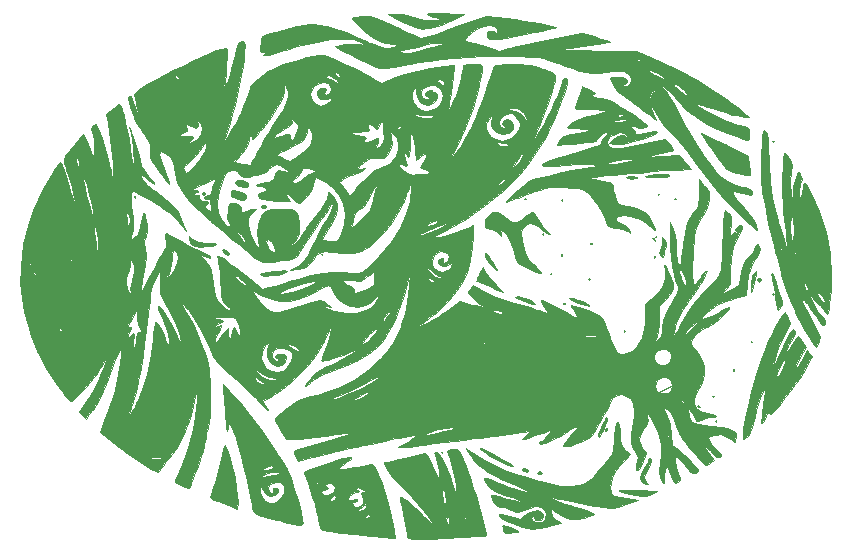
<source format=gbr>
G04 #@! TF.GenerationSoftware,KiCad,Pcbnew,(5.1.0-0)*
G04 #@! TF.CreationDate,2019-04-30T17:26:27+01:00*
G04 #@! TF.ProjectId,MS20filter,4d533230-6669-46c7-9465-722e6b696361,rev?*
G04 #@! TF.SameCoordinates,Original*
G04 #@! TF.FileFunction,Legend,Bot*
G04 #@! TF.FilePolarity,Positive*
%FSLAX46Y46*%
G04 Gerber Fmt 4.6, Leading zero omitted, Abs format (unit mm)*
G04 Created by KiCad (PCBNEW (5.1.0-0)) date 2019-04-30 17:26:27*
%MOMM*%
%LPD*%
G04 APERTURE LIST*
%ADD10C,0.120000*%
%ADD11C,0.250000*%
%ADD12C,0.010000*%
G04 APERTURE END LIST*
D10*
X250190000Y-62230000D02*
X247650000Y-63500000D01*
X248920000Y-63500000D02*
X250190000Y-62230000D01*
D11*
X262221428Y-52006666D02*
X262221428Y-52768571D01*
X262602380Y-53768571D02*
X262602380Y-53197142D01*
X262602380Y-53482857D02*
X261602380Y-53482857D01*
X261745238Y-53387619D01*
X261840476Y-53292380D01*
X261888095Y-53197142D01*
X261697619Y-54149523D02*
X261650000Y-54197142D01*
X261602380Y-54292380D01*
X261602380Y-54530476D01*
X261650000Y-54625714D01*
X261697619Y-54673333D01*
X261792857Y-54720952D01*
X261888095Y-54720952D01*
X262030952Y-54673333D01*
X262602380Y-54101904D01*
X262602380Y-54720952D01*
D12*
G36*
X215034091Y-47451818D02*
G01*
X214873940Y-47342022D01*
X214701978Y-47377495D01*
X214630000Y-47521898D01*
X214698856Y-47652296D01*
X214812625Y-47637353D01*
X215000712Y-47576087D01*
X215050348Y-47567273D01*
X215055699Y-47492538D01*
X215034091Y-47451818D01*
X215034091Y-47451818D01*
G37*
X215034091Y-47451818D02*
X214873940Y-47342022D01*
X214701978Y-47377495D01*
X214630000Y-47521898D01*
X214698856Y-47652296D01*
X214812625Y-47637353D01*
X215000712Y-47576087D01*
X215050348Y-47567273D01*
X215055699Y-47492538D01*
X215034091Y-47451818D01*
G36*
X213499889Y-45506432D02*
G01*
X213260274Y-45355835D01*
X212903928Y-45268827D01*
X212717484Y-45258182D01*
X212492369Y-45319950D01*
X212444451Y-45465125D01*
X212570105Y-45633510D01*
X212745781Y-45727901D01*
X213188310Y-45855440D01*
X213460641Y-45834819D01*
X213565714Y-45691473D01*
X213499889Y-45506432D01*
X213499889Y-45506432D01*
G37*
X213499889Y-45506432D02*
X213260274Y-45355835D01*
X212903928Y-45268827D01*
X212717484Y-45258182D01*
X212492369Y-45319950D01*
X212444451Y-45465125D01*
X212570105Y-45633510D01*
X212745781Y-45727901D01*
X213188310Y-45855440D01*
X213460641Y-45834819D01*
X213565714Y-45691473D01*
X213499889Y-45506432D01*
G36*
X213326643Y-46492330D02*
G01*
X213183660Y-46366847D01*
X212904648Y-46240205D01*
X212582336Y-46142674D01*
X212309456Y-46104525D01*
X212203080Y-46125559D01*
X212104159Y-46290525D01*
X212106019Y-46515508D01*
X212201822Y-46676697D01*
X212234318Y-46691162D01*
X212715187Y-46823523D01*
X213018937Y-46897616D01*
X213190568Y-46918285D01*
X213275079Y-46890370D01*
X213317468Y-46818713D01*
X213321577Y-46808145D01*
X213344132Y-46563532D01*
X213326643Y-46492330D01*
X213326643Y-46492330D01*
G37*
X213326643Y-46492330D02*
X213183660Y-46366847D01*
X212904648Y-46240205D01*
X212582336Y-46142674D01*
X212309456Y-46104525D01*
X212203080Y-46125559D01*
X212104159Y-46290525D01*
X212106019Y-46515508D01*
X212201822Y-46676697D01*
X212234318Y-46691162D01*
X212715187Y-46823523D01*
X213018937Y-46897616D01*
X213190568Y-46918285D01*
X213275079Y-46890370D01*
X213317468Y-46818713D01*
X213321577Y-46808145D01*
X213344132Y-46563532D01*
X213326643Y-46492330D01*
G36*
X209808506Y-46300628D02*
G01*
X209780909Y-46297273D01*
X209668810Y-46385131D01*
X209665455Y-46412727D01*
X209753313Y-46524827D01*
X209780909Y-46528182D01*
X209893009Y-46440324D01*
X209896364Y-46412727D01*
X209808506Y-46300628D01*
X209808506Y-46300628D01*
G37*
X209808506Y-46300628D02*
X209780909Y-46297273D01*
X209668810Y-46385131D01*
X209665455Y-46412727D01*
X209753313Y-46524827D01*
X209780909Y-46528182D01*
X209893009Y-46440324D01*
X209896364Y-46412727D01*
X209808506Y-46300628D01*
G36*
X257983182Y-41910000D02*
G01*
X257925455Y-41967727D01*
X257983182Y-42025455D01*
X258040909Y-41967727D01*
X257983182Y-41910000D01*
X257983182Y-41910000D01*
G37*
X257983182Y-41910000D02*
X257925455Y-41967727D01*
X257983182Y-42025455D01*
X258040909Y-41967727D01*
X257983182Y-41910000D01*
G36*
X257983182Y-54840909D02*
G01*
X257925455Y-54898637D01*
X257983182Y-54956364D01*
X258040909Y-54898637D01*
X257983182Y-54840909D01*
X257983182Y-54840909D01*
G37*
X257983182Y-54840909D02*
X257925455Y-54898637D01*
X257983182Y-54956364D01*
X258040909Y-54898637D01*
X257983182Y-54840909D01*
G36*
X258701762Y-55566351D02*
G01*
X258616951Y-55216608D01*
X258495421Y-54779256D01*
X258353391Y-54306614D01*
X258207080Y-53851001D01*
X258072705Y-53464734D01*
X257966486Y-53200132D01*
X257906861Y-53109091D01*
X257827262Y-53191768D01*
X257854061Y-53451412D01*
X257919615Y-53693619D01*
X257972211Y-53932376D01*
X258041006Y-54335111D01*
X258115361Y-54836459D01*
X258159384Y-55166560D01*
X258228707Y-55692205D01*
X258283294Y-56022690D01*
X258335693Y-56192149D01*
X258398451Y-56234713D01*
X258484116Y-56184515D01*
X258521511Y-56151638D01*
X258687200Y-55932443D01*
X258733637Y-55776166D01*
X258701762Y-55566351D01*
X258701762Y-55566351D01*
G37*
X258701762Y-55566351D02*
X258616951Y-55216608D01*
X258495421Y-54779256D01*
X258353391Y-54306614D01*
X258207080Y-53851001D01*
X258072705Y-53464734D01*
X257966486Y-53200132D01*
X257906861Y-53109091D01*
X257827262Y-53191768D01*
X257854061Y-53451412D01*
X257919615Y-53693619D01*
X257972211Y-53932376D01*
X258041006Y-54335111D01*
X258115361Y-54836459D01*
X258159384Y-55166560D01*
X258228707Y-55692205D01*
X258283294Y-56022690D01*
X258335693Y-56192149D01*
X258398451Y-56234713D01*
X258484116Y-56184515D01*
X258521511Y-56151638D01*
X258687200Y-55932443D01*
X258733637Y-55776166D01*
X258701762Y-55566351D01*
G36*
X262780949Y-51411329D02*
G01*
X262452713Y-49612266D01*
X261903476Y-47875771D01*
X261130821Y-46192527D01*
X260976052Y-45909169D01*
X260790896Y-45608345D01*
X260657591Y-45488057D01*
X260560326Y-45560718D01*
X260483289Y-45838741D01*
X260410668Y-46334538D01*
X260408134Y-46355000D01*
X260355790Y-46720540D01*
X260309164Y-46881035D01*
X260257481Y-46861756D01*
X260224111Y-46786647D01*
X260191733Y-46520100D01*
X260216200Y-46108129D01*
X260289142Y-45626821D01*
X260402187Y-45152259D01*
X260404986Y-45142727D01*
X260388573Y-44960247D01*
X260289721Y-44753221D01*
X260160463Y-44603595D01*
X260054817Y-44591245D01*
X259980076Y-44755312D01*
X259888404Y-45078663D01*
X259794757Y-45491882D01*
X259714094Y-45925555D01*
X259661372Y-46310269D01*
X259649877Y-46470455D01*
X259634753Y-46742974D01*
X259606778Y-46805300D01*
X259553025Y-46678150D01*
X259541818Y-46643637D01*
X259478012Y-46288331D01*
X259449682Y-45783857D01*
X259457067Y-45209250D01*
X259500404Y-44643547D01*
X259535045Y-44392273D01*
X259579258Y-44020348D01*
X259543406Y-43759763D01*
X259404170Y-43498029D01*
X259326117Y-43384511D01*
X259130728Y-43126778D01*
X258987152Y-42971652D01*
X258952971Y-42951556D01*
X258911967Y-43058318D01*
X258869084Y-43352272D01*
X258827402Y-43789753D01*
X258789999Y-44327098D01*
X258759952Y-44920642D01*
X258740341Y-45526721D01*
X258734159Y-46055237D01*
X258748761Y-46520854D01*
X258788666Y-47148363D01*
X258848598Y-47870782D01*
X258923279Y-48621129D01*
X258966148Y-48999754D01*
X259039950Y-49643336D01*
X259099270Y-50202313D01*
X259140444Y-50638491D01*
X259159806Y-50913673D01*
X259157344Y-50992051D01*
X259111767Y-50904381D01*
X259015586Y-50641571D01*
X258883613Y-50249931D01*
X258730662Y-49775770D01*
X258571544Y-49265395D01*
X258421075Y-48765117D01*
X258294066Y-48321245D01*
X258246497Y-48144546D01*
X258006571Y-47130799D01*
X257831840Y-46149286D01*
X257712063Y-45123606D01*
X257636999Y-43977358D01*
X257616416Y-43443873D01*
X257589344Y-42682896D01*
X257561626Y-42119507D01*
X257529265Y-41720407D01*
X257488265Y-41452300D01*
X257434630Y-41281888D01*
X257364363Y-41175873D01*
X257341532Y-41153527D01*
X257211506Y-41054943D01*
X257139892Y-41092641D01*
X257093937Y-41304843D01*
X257072965Y-41466927D01*
X257042803Y-41816376D01*
X257014691Y-42326401D01*
X256990129Y-42939309D01*
X256970614Y-43597407D01*
X256957644Y-44243001D01*
X256952717Y-44818400D01*
X256957332Y-45265911D01*
X256968521Y-45489091D01*
X257011472Y-45812528D01*
X257086439Y-46260611D01*
X257170299Y-46701364D01*
X257276867Y-47258719D01*
X257388598Y-47892344D01*
X257467195Y-48375455D01*
X257568833Y-48922232D01*
X257713350Y-49560171D01*
X257871451Y-50161092D01*
X257889385Y-50222727D01*
X258036012Y-50737428D01*
X258168263Y-51231595D01*
X258262712Y-51616905D01*
X258278580Y-51690261D01*
X258632755Y-53125395D01*
X258679331Y-53270487D01*
X258679331Y-51213338D01*
X258618182Y-51204091D01*
X258508161Y-51105336D01*
X258502728Y-51088637D01*
X258583252Y-50996845D01*
X258618182Y-50973182D01*
X258715995Y-51000599D01*
X258733637Y-51088637D01*
X258679331Y-51213338D01*
X258679331Y-53270487D01*
X259099785Y-54580274D01*
X259607562Y-55857327D01*
X259607562Y-50300999D01*
X259540713Y-50222727D01*
X259485554Y-50018592D01*
X259453235Y-49661756D01*
X259443598Y-49229283D01*
X259456484Y-48798231D01*
X259491732Y-48445664D01*
X259544779Y-48255211D01*
X259596022Y-48281568D01*
X259647517Y-48480037D01*
X259692876Y-48791915D01*
X259725712Y-49158501D01*
X259739637Y-49521093D01*
X259728263Y-49820988D01*
X259721176Y-49876364D01*
X259682353Y-50142747D01*
X259665126Y-50280455D01*
X259607562Y-50300999D01*
X259607562Y-55857327D01*
X259644846Y-55951096D01*
X259830455Y-56352380D01*
X259830455Y-51492727D01*
X259772728Y-51435000D01*
X259830455Y-51377273D01*
X259888182Y-51435000D01*
X259830455Y-51492727D01*
X259830455Y-56352380D01*
X259874949Y-56448576D01*
X260132726Y-56958902D01*
X260423787Y-57500042D01*
X260726189Y-58035329D01*
X261017992Y-58528099D01*
X261277254Y-58941684D01*
X261482034Y-59239418D01*
X261610390Y-59384637D01*
X261636013Y-59391468D01*
X261725958Y-59252808D01*
X261833783Y-58979751D01*
X261860966Y-58893781D01*
X261913379Y-58689036D01*
X261920187Y-58507770D01*
X261865342Y-58299851D01*
X261732798Y-58015143D01*
X261506508Y-57603513D01*
X261372870Y-57368855D01*
X261010099Y-56711021D01*
X260737057Y-56169996D01*
X260555619Y-55758065D01*
X260467663Y-55487513D01*
X260475065Y-55370623D01*
X260579700Y-55419681D01*
X260783446Y-55646970D01*
X260819194Y-55695982D01*
X260819194Y-54665093D01*
X260716852Y-54494546D01*
X260601515Y-54137674D01*
X260621988Y-53946835D01*
X260694164Y-53917273D01*
X260803403Y-54015895D01*
X260886747Y-54244453D01*
X260916045Y-54501986D01*
X260893988Y-54633909D01*
X260819194Y-54665093D01*
X260819194Y-55695982D01*
X261088180Y-56064776D01*
X261198534Y-56227552D01*
X261589787Y-56803176D01*
X261878449Y-57200289D01*
X262082890Y-57437073D01*
X262221476Y-57531708D01*
X262312578Y-57502377D01*
X262368855Y-57385951D01*
X262362969Y-57162562D01*
X262200434Y-56874410D01*
X262051529Y-56688944D01*
X261813920Y-56381452D01*
X261566559Y-56014046D01*
X261340053Y-55639402D01*
X261165006Y-55310194D01*
X261072024Y-55079095D01*
X261072352Y-55003709D01*
X261161935Y-55056277D01*
X261325472Y-55250473D01*
X261401300Y-55357079D01*
X261597218Y-55609035D01*
X261756723Y-55753718D01*
X261793182Y-55766935D01*
X261926931Y-55855246D01*
X262123621Y-56071813D01*
X262197273Y-56168637D01*
X262368097Y-56387202D01*
X262368097Y-55663379D01*
X262208870Y-55563293D01*
X261982046Y-55320950D01*
X261860897Y-55164528D01*
X261614849Y-54806956D01*
X261515565Y-54594766D01*
X261553807Y-54503101D01*
X261611821Y-54494546D01*
X261718398Y-54580668D01*
X261900738Y-54794919D01*
X262109842Y-55071120D01*
X262296715Y-55343094D01*
X262412360Y-55544666D01*
X262428182Y-55597152D01*
X262368097Y-55663379D01*
X262368097Y-56387202D01*
X262389127Y-56414110D01*
X262526461Y-56555924D01*
X262552524Y-56569549D01*
X262617246Y-56463955D01*
X262683527Y-56168568D01*
X262747149Y-55724431D01*
X262803888Y-55172589D01*
X262849525Y-54554084D01*
X262879837Y-53909960D01*
X262890605Y-53282273D01*
X262780949Y-51411329D01*
X262780949Y-51411329D01*
G37*
X262780949Y-51411329D02*
X262452713Y-49612266D01*
X261903476Y-47875771D01*
X261130821Y-46192527D01*
X260976052Y-45909169D01*
X260790896Y-45608345D01*
X260657591Y-45488057D01*
X260560326Y-45560718D01*
X260483289Y-45838741D01*
X260410668Y-46334538D01*
X260408134Y-46355000D01*
X260355790Y-46720540D01*
X260309164Y-46881035D01*
X260257481Y-46861756D01*
X260224111Y-46786647D01*
X260191733Y-46520100D01*
X260216200Y-46108129D01*
X260289142Y-45626821D01*
X260402187Y-45152259D01*
X260404986Y-45142727D01*
X260388573Y-44960247D01*
X260289721Y-44753221D01*
X260160463Y-44603595D01*
X260054817Y-44591245D01*
X259980076Y-44755312D01*
X259888404Y-45078663D01*
X259794757Y-45491882D01*
X259714094Y-45925555D01*
X259661372Y-46310269D01*
X259649877Y-46470455D01*
X259634753Y-46742974D01*
X259606778Y-46805300D01*
X259553025Y-46678150D01*
X259541818Y-46643637D01*
X259478012Y-46288331D01*
X259449682Y-45783857D01*
X259457067Y-45209250D01*
X259500404Y-44643547D01*
X259535045Y-44392273D01*
X259579258Y-44020348D01*
X259543406Y-43759763D01*
X259404170Y-43498029D01*
X259326117Y-43384511D01*
X259130728Y-43126778D01*
X258987152Y-42971652D01*
X258952971Y-42951556D01*
X258911967Y-43058318D01*
X258869084Y-43352272D01*
X258827402Y-43789753D01*
X258789999Y-44327098D01*
X258759952Y-44920642D01*
X258740341Y-45526721D01*
X258734159Y-46055237D01*
X258748761Y-46520854D01*
X258788666Y-47148363D01*
X258848598Y-47870782D01*
X258923279Y-48621129D01*
X258966148Y-48999754D01*
X259039950Y-49643336D01*
X259099270Y-50202313D01*
X259140444Y-50638491D01*
X259159806Y-50913673D01*
X259157344Y-50992051D01*
X259111767Y-50904381D01*
X259015586Y-50641571D01*
X258883613Y-50249931D01*
X258730662Y-49775770D01*
X258571544Y-49265395D01*
X258421075Y-48765117D01*
X258294066Y-48321245D01*
X258246497Y-48144546D01*
X258006571Y-47130799D01*
X257831840Y-46149286D01*
X257712063Y-45123606D01*
X257636999Y-43977358D01*
X257616416Y-43443873D01*
X257589344Y-42682896D01*
X257561626Y-42119507D01*
X257529265Y-41720407D01*
X257488265Y-41452300D01*
X257434630Y-41281888D01*
X257364363Y-41175873D01*
X257341532Y-41153527D01*
X257211506Y-41054943D01*
X257139892Y-41092641D01*
X257093937Y-41304843D01*
X257072965Y-41466927D01*
X257042803Y-41816376D01*
X257014691Y-42326401D01*
X256990129Y-42939309D01*
X256970614Y-43597407D01*
X256957644Y-44243001D01*
X256952717Y-44818400D01*
X256957332Y-45265911D01*
X256968521Y-45489091D01*
X257011472Y-45812528D01*
X257086439Y-46260611D01*
X257170299Y-46701364D01*
X257276867Y-47258719D01*
X257388598Y-47892344D01*
X257467195Y-48375455D01*
X257568833Y-48922232D01*
X257713350Y-49560171D01*
X257871451Y-50161092D01*
X257889385Y-50222727D01*
X258036012Y-50737428D01*
X258168263Y-51231595D01*
X258262712Y-51616905D01*
X258278580Y-51690261D01*
X258632755Y-53125395D01*
X258679331Y-53270487D01*
X258679331Y-51213338D01*
X258618182Y-51204091D01*
X258508161Y-51105336D01*
X258502728Y-51088637D01*
X258583252Y-50996845D01*
X258618182Y-50973182D01*
X258715995Y-51000599D01*
X258733637Y-51088637D01*
X258679331Y-51213338D01*
X258679331Y-53270487D01*
X259099785Y-54580274D01*
X259607562Y-55857327D01*
X259607562Y-50300999D01*
X259540713Y-50222727D01*
X259485554Y-50018592D01*
X259453235Y-49661756D01*
X259443598Y-49229283D01*
X259456484Y-48798231D01*
X259491732Y-48445664D01*
X259544779Y-48255211D01*
X259596022Y-48281568D01*
X259647517Y-48480037D01*
X259692876Y-48791915D01*
X259725712Y-49158501D01*
X259739637Y-49521093D01*
X259728263Y-49820988D01*
X259721176Y-49876364D01*
X259682353Y-50142747D01*
X259665126Y-50280455D01*
X259607562Y-50300999D01*
X259607562Y-55857327D01*
X259644846Y-55951096D01*
X259830455Y-56352380D01*
X259830455Y-51492727D01*
X259772728Y-51435000D01*
X259830455Y-51377273D01*
X259888182Y-51435000D01*
X259830455Y-51492727D01*
X259830455Y-56352380D01*
X259874949Y-56448576D01*
X260132726Y-56958902D01*
X260423787Y-57500042D01*
X260726189Y-58035329D01*
X261017992Y-58528099D01*
X261277254Y-58941684D01*
X261482034Y-59239418D01*
X261610390Y-59384637D01*
X261636013Y-59391468D01*
X261725958Y-59252808D01*
X261833783Y-58979751D01*
X261860966Y-58893781D01*
X261913379Y-58689036D01*
X261920187Y-58507770D01*
X261865342Y-58299851D01*
X261732798Y-58015143D01*
X261506508Y-57603513D01*
X261372870Y-57368855D01*
X261010099Y-56711021D01*
X260737057Y-56169996D01*
X260555619Y-55758065D01*
X260467663Y-55487513D01*
X260475065Y-55370623D01*
X260579700Y-55419681D01*
X260783446Y-55646970D01*
X260819194Y-55695982D01*
X260819194Y-54665093D01*
X260716852Y-54494546D01*
X260601515Y-54137674D01*
X260621988Y-53946835D01*
X260694164Y-53917273D01*
X260803403Y-54015895D01*
X260886747Y-54244453D01*
X260916045Y-54501986D01*
X260893988Y-54633909D01*
X260819194Y-54665093D01*
X260819194Y-55695982D01*
X261088180Y-56064776D01*
X261198534Y-56227552D01*
X261589787Y-56803176D01*
X261878449Y-57200289D01*
X262082890Y-57437073D01*
X262221476Y-57531708D01*
X262312578Y-57502377D01*
X262368855Y-57385951D01*
X262362969Y-57162562D01*
X262200434Y-56874410D01*
X262051529Y-56688944D01*
X261813920Y-56381452D01*
X261566559Y-56014046D01*
X261340053Y-55639402D01*
X261165006Y-55310194D01*
X261072024Y-55079095D01*
X261072352Y-55003709D01*
X261161935Y-55056277D01*
X261325472Y-55250473D01*
X261401300Y-55357079D01*
X261597218Y-55609035D01*
X261756723Y-55753718D01*
X261793182Y-55766935D01*
X261926931Y-55855246D01*
X262123621Y-56071813D01*
X262197273Y-56168637D01*
X262368097Y-56387202D01*
X262368097Y-55663379D01*
X262208870Y-55563293D01*
X261982046Y-55320950D01*
X261860897Y-55164528D01*
X261614849Y-54806956D01*
X261515565Y-54594766D01*
X261553807Y-54503101D01*
X261611821Y-54494546D01*
X261718398Y-54580668D01*
X261900738Y-54794919D01*
X262109842Y-55071120D01*
X262296715Y-55343094D01*
X262412360Y-55544666D01*
X262428182Y-55597152D01*
X262368097Y-55663379D01*
X262368097Y-56387202D01*
X262389127Y-56414110D01*
X262526461Y-56555924D01*
X262552524Y-56569549D01*
X262617246Y-56463955D01*
X262683527Y-56168568D01*
X262747149Y-55724431D01*
X262803888Y-55172589D01*
X262849525Y-54554084D01*
X262879837Y-53909960D01*
X262890605Y-53282273D01*
X262780949Y-51411329D01*
G36*
X256920033Y-53527608D02*
G01*
X256777560Y-53511538D01*
X256754806Y-53523135D01*
X256667698Y-53663343D01*
X256670867Y-53836457D01*
X256758557Y-53917273D01*
X256884591Y-53825273D01*
X256949823Y-53643003D01*
X256920033Y-53527608D01*
X256920033Y-53527608D01*
G37*
X256920033Y-53527608D02*
X256777560Y-53511538D01*
X256754806Y-53523135D01*
X256667698Y-53663343D01*
X256670867Y-53836457D01*
X256758557Y-53917273D01*
X256884591Y-53825273D01*
X256949823Y-53643003D01*
X256920033Y-53527608D01*
G36*
X256507795Y-52989128D02*
G01*
X256428009Y-53005054D01*
X256325890Y-53177825D01*
X256226685Y-53476302D01*
X256203204Y-53576592D01*
X256128568Y-53989254D01*
X256086987Y-54351568D01*
X256081510Y-54611060D01*
X256115186Y-54715253D01*
X256137676Y-54704446D01*
X256199784Y-54562720D01*
X256289938Y-54271230D01*
X256388293Y-53906102D01*
X256475003Y-53543460D01*
X256530222Y-53259431D01*
X256540000Y-53161185D01*
X256507795Y-52989128D01*
X256507795Y-52989128D01*
G37*
X256507795Y-52989128D02*
X256428009Y-53005054D01*
X256325890Y-53177825D01*
X256226685Y-53476302D01*
X256203204Y-53576592D01*
X256128568Y-53989254D01*
X256086987Y-54351568D01*
X256081510Y-54611060D01*
X256115186Y-54715253D01*
X256137676Y-54704446D01*
X256199784Y-54562720D01*
X256289938Y-54271230D01*
X256388293Y-53906102D01*
X256475003Y-53543460D01*
X256530222Y-53259431D01*
X256540000Y-53161185D01*
X256507795Y-52989128D01*
G36*
X256135909Y-58881818D02*
G01*
X256078182Y-58939546D01*
X256135909Y-58997273D01*
X256193637Y-58939546D01*
X256135909Y-58881818D01*
X256135909Y-58881818D01*
G37*
X256135909Y-58881818D02*
X256078182Y-58939546D01*
X256135909Y-58997273D01*
X256193637Y-58939546D01*
X256135909Y-58881818D01*
G36*
X261062205Y-59889074D02*
G01*
X260830935Y-59657804D01*
X260399573Y-60510947D01*
X260189711Y-60896076D01*
X260024537Y-61141132D01*
X259925635Y-61215693D01*
X259911569Y-61198753D01*
X259936607Y-61024859D01*
X260053638Y-60711143D01*
X260239294Y-60317810D01*
X260293920Y-60213666D01*
X260732915Y-59393918D01*
X260409145Y-58904669D01*
X260085376Y-58415420D01*
X259682680Y-59023847D01*
X259396456Y-59448011D01*
X259216330Y-59689392D01*
X259127293Y-59761806D01*
X259114334Y-59679069D01*
X259147118Y-59516818D01*
X259283209Y-59179376D01*
X259493361Y-58853954D01*
X259493673Y-58853578D01*
X259756401Y-58464268D01*
X259855743Y-58140974D01*
X259784629Y-57923902D01*
X259690297Y-57875426D01*
X259581182Y-57928697D01*
X259442706Y-58106363D01*
X259260292Y-58431074D01*
X259019364Y-58925478D01*
X258722297Y-59574546D01*
X258425894Y-60224097D01*
X258211798Y-60670417D01*
X258073667Y-60923490D01*
X258005160Y-60993300D01*
X257999936Y-60889832D01*
X258049086Y-60634455D01*
X258322370Y-59671272D01*
X258718057Y-58716654D01*
X258982200Y-58195421D01*
X259441110Y-57335841D01*
X259243021Y-56896557D01*
X259101991Y-56624353D01*
X258986698Y-56470248D01*
X258960505Y-56457273D01*
X258848358Y-56555866D01*
X258661475Y-56826239D01*
X258421377Y-57230283D01*
X258149583Y-57729888D01*
X257867614Y-58286944D01*
X257596992Y-58863342D01*
X257578578Y-58904439D01*
X257197527Y-59833218D01*
X256816740Y-60898370D01*
X256451898Y-62044156D01*
X256118679Y-63214838D01*
X255832764Y-64354676D01*
X255609831Y-65407934D01*
X255465562Y-66318871D01*
X255447375Y-66480545D01*
X255410605Y-66872955D01*
X255411027Y-67078915D01*
X255460250Y-67141458D01*
X255569880Y-67103621D01*
X255609772Y-67082619D01*
X255859539Y-66889535D01*
X256054308Y-66586316D01*
X256214553Y-66130890D01*
X256341798Y-65578182D01*
X256434327Y-65188097D01*
X256567245Y-64721711D01*
X256724491Y-64224805D01*
X256890000Y-63743161D01*
X257047711Y-63322557D01*
X257181560Y-63008774D01*
X257275485Y-62847594D01*
X257302899Y-62838960D01*
X257305014Y-62964503D01*
X257276900Y-63273716D01*
X257223440Y-63722045D01*
X257149516Y-64264936D01*
X257137558Y-64347700D01*
X257063911Y-64894982D01*
X257014262Y-65348931D01*
X256992421Y-65666895D01*
X257002202Y-65806225D01*
X257006934Y-65809091D01*
X257171813Y-65706053D01*
X257329051Y-65440926D01*
X257409144Y-65202309D01*
X257511600Y-64953679D01*
X257628176Y-64891329D01*
X257719463Y-65017933D01*
X257810040Y-65017120D01*
X258007110Y-64851915D01*
X258289374Y-64550247D01*
X258368741Y-64456198D01*
X258368741Y-61883637D01*
X258276509Y-61795222D01*
X258307998Y-61555104D01*
X258454835Y-61200972D01*
X258565322Y-60999007D01*
X258773786Y-60686413D01*
X258929997Y-60526992D01*
X259009339Y-60529396D01*
X258987195Y-60702275D01*
X258922732Y-60873409D01*
X258704089Y-61370426D01*
X258549197Y-61683142D01*
X258440587Y-61843409D01*
X258368741Y-61883637D01*
X258368741Y-64456198D01*
X258635534Y-64140049D01*
X259024293Y-63649251D01*
X259434352Y-63105784D01*
X259844413Y-62537580D01*
X260233178Y-61972569D01*
X260579349Y-61438682D01*
X260861628Y-60963851D01*
X260979798Y-60742218D01*
X261293476Y-60120344D01*
X261062205Y-59889074D01*
X261062205Y-59889074D01*
G37*
X261062205Y-59889074D02*
X260830935Y-59657804D01*
X260399573Y-60510947D01*
X260189711Y-60896076D01*
X260024537Y-61141132D01*
X259925635Y-61215693D01*
X259911569Y-61198753D01*
X259936607Y-61024859D01*
X260053638Y-60711143D01*
X260239294Y-60317810D01*
X260293920Y-60213666D01*
X260732915Y-59393918D01*
X260409145Y-58904669D01*
X260085376Y-58415420D01*
X259682680Y-59023847D01*
X259396456Y-59448011D01*
X259216330Y-59689392D01*
X259127293Y-59761806D01*
X259114334Y-59679069D01*
X259147118Y-59516818D01*
X259283209Y-59179376D01*
X259493361Y-58853954D01*
X259493673Y-58853578D01*
X259756401Y-58464268D01*
X259855743Y-58140974D01*
X259784629Y-57923902D01*
X259690297Y-57875426D01*
X259581182Y-57928697D01*
X259442706Y-58106363D01*
X259260292Y-58431074D01*
X259019364Y-58925478D01*
X258722297Y-59574546D01*
X258425894Y-60224097D01*
X258211798Y-60670417D01*
X258073667Y-60923490D01*
X258005160Y-60993300D01*
X257999936Y-60889832D01*
X258049086Y-60634455D01*
X258322370Y-59671272D01*
X258718057Y-58716654D01*
X258982200Y-58195421D01*
X259441110Y-57335841D01*
X259243021Y-56896557D01*
X259101991Y-56624353D01*
X258986698Y-56470248D01*
X258960505Y-56457273D01*
X258848358Y-56555866D01*
X258661475Y-56826239D01*
X258421377Y-57230283D01*
X258149583Y-57729888D01*
X257867614Y-58286944D01*
X257596992Y-58863342D01*
X257578578Y-58904439D01*
X257197527Y-59833218D01*
X256816740Y-60898370D01*
X256451898Y-62044156D01*
X256118679Y-63214838D01*
X255832764Y-64354676D01*
X255609831Y-65407934D01*
X255465562Y-66318871D01*
X255447375Y-66480545D01*
X255410605Y-66872955D01*
X255411027Y-67078915D01*
X255460250Y-67141458D01*
X255569880Y-67103621D01*
X255609772Y-67082619D01*
X255859539Y-66889535D01*
X256054308Y-66586316D01*
X256214553Y-66130890D01*
X256341798Y-65578182D01*
X256434327Y-65188097D01*
X256567245Y-64721711D01*
X256724491Y-64224805D01*
X256890000Y-63743161D01*
X257047711Y-63322557D01*
X257181560Y-63008774D01*
X257275485Y-62847594D01*
X257302899Y-62838960D01*
X257305014Y-62964503D01*
X257276900Y-63273716D01*
X257223440Y-63722045D01*
X257149516Y-64264936D01*
X257137558Y-64347700D01*
X257063911Y-64894982D01*
X257014262Y-65348931D01*
X256992421Y-65666895D01*
X257002202Y-65806225D01*
X257006934Y-65809091D01*
X257171813Y-65706053D01*
X257329051Y-65440926D01*
X257409144Y-65202309D01*
X257511600Y-64953679D01*
X257628176Y-64891329D01*
X257719463Y-65017933D01*
X257810040Y-65017120D01*
X258007110Y-64851915D01*
X258289374Y-64550247D01*
X258368741Y-64456198D01*
X258368741Y-61883637D01*
X258276509Y-61795222D01*
X258307998Y-61555104D01*
X258454835Y-61200972D01*
X258565322Y-60999007D01*
X258773786Y-60686413D01*
X258929997Y-60526992D01*
X259009339Y-60529396D01*
X258987195Y-60702275D01*
X258922732Y-60873409D01*
X258704089Y-61370426D01*
X258549197Y-61683142D01*
X258440587Y-61843409D01*
X258368741Y-61883637D01*
X258368741Y-64456198D01*
X258635534Y-64140049D01*
X259024293Y-63649251D01*
X259434352Y-63105784D01*
X259844413Y-62537580D01*
X260233178Y-61972569D01*
X260579349Y-61438682D01*
X260861628Y-60963851D01*
X260979798Y-60742218D01*
X261293476Y-60120344D01*
X261062205Y-59889074D01*
G36*
X254654243Y-61229394D02*
G01*
X254585605Y-61245243D01*
X254577273Y-61306364D01*
X254619516Y-61401396D01*
X254654243Y-61383334D01*
X254668060Y-61246316D01*
X254654243Y-61229394D01*
X254654243Y-61229394D01*
G37*
X254654243Y-61229394D02*
X254585605Y-61245243D01*
X254577273Y-61306364D01*
X254619516Y-61401396D01*
X254654243Y-61383334D01*
X254668060Y-61246316D01*
X254654243Y-61229394D01*
G36*
X253134091Y-65578182D02*
G01*
X253076364Y-65635909D01*
X253134091Y-65693637D01*
X253191818Y-65635909D01*
X253134091Y-65578182D01*
X253134091Y-65578182D01*
G37*
X253134091Y-65578182D02*
X253076364Y-65635909D01*
X253134091Y-65693637D01*
X253191818Y-65635909D01*
X253134091Y-65578182D01*
G36*
X252903182Y-63500000D02*
G01*
X252845455Y-63557727D01*
X252903182Y-63615455D01*
X252960909Y-63557727D01*
X252903182Y-63500000D01*
X252903182Y-63500000D01*
G37*
X252903182Y-63500000D02*
X252845455Y-63557727D01*
X252903182Y-63615455D01*
X252960909Y-63557727D01*
X252903182Y-63500000D01*
G36*
X255998118Y-44360569D02*
G01*
X255970307Y-43967210D01*
X255905000Y-43195783D01*
X253913409Y-42208870D01*
X253298412Y-41908172D01*
X252760868Y-41653103D01*
X252332099Y-41457882D01*
X252043427Y-41336729D01*
X251926176Y-41303865D01*
X251925087Y-41306206D01*
X251989683Y-41425448D01*
X252165226Y-41696879D01*
X252427998Y-42085116D01*
X252754278Y-42554775D01*
X252909619Y-42774955D01*
X253271094Y-43280248D01*
X253597556Y-43727881D01*
X253860201Y-44078994D01*
X254030223Y-44294727D01*
X254064768Y-44333340D01*
X254238207Y-44429206D01*
X254550946Y-44540865D01*
X254939949Y-44652735D01*
X255342179Y-44749234D01*
X255694599Y-44814780D01*
X255934172Y-44833792D01*
X256000623Y-44811852D01*
X256009287Y-44667563D01*
X255998118Y-44360569D01*
X255998118Y-44360569D01*
G37*
X255998118Y-44360569D02*
X255970307Y-43967210D01*
X255905000Y-43195783D01*
X253913409Y-42208870D01*
X253298412Y-41908172D01*
X252760868Y-41653103D01*
X252332099Y-41457882D01*
X252043427Y-41336729D01*
X251926176Y-41303865D01*
X251925087Y-41306206D01*
X251989683Y-41425448D01*
X252165226Y-41696879D01*
X252427998Y-42085116D01*
X252754278Y-42554775D01*
X252909619Y-42774955D01*
X253271094Y-43280248D01*
X253597556Y-43727881D01*
X253860201Y-44078994D01*
X254030223Y-44294727D01*
X254064768Y-44333340D01*
X254238207Y-44429206D01*
X254550946Y-44540865D01*
X254939949Y-44652735D01*
X255342179Y-44749234D01*
X255694599Y-44814780D01*
X255934172Y-44833792D01*
X256000623Y-44811852D01*
X256009287Y-44667563D01*
X255998118Y-44360569D01*
G36*
X251759662Y-64441475D02*
G01*
X251643411Y-64317530D01*
X251576579Y-64342955D01*
X251575455Y-64359096D01*
X251657460Y-64456749D01*
X251708748Y-64492389D01*
X251787753Y-64505997D01*
X251759662Y-64441475D01*
X251759662Y-64441475D01*
G37*
X251759662Y-64441475D02*
X251643411Y-64317530D01*
X251576579Y-64342955D01*
X251575455Y-64359096D01*
X251657460Y-64456749D01*
X251708748Y-64492389D01*
X251787753Y-64505997D01*
X251759662Y-64441475D01*
G36*
X249670455Y-46759091D02*
G01*
X249612728Y-46816818D01*
X249670455Y-46874546D01*
X249728182Y-46816818D01*
X249670455Y-46759091D01*
X249670455Y-46759091D01*
G37*
X249670455Y-46759091D02*
X249612728Y-46816818D01*
X249670455Y-46874546D01*
X249728182Y-46816818D01*
X249670455Y-46759091D01*
G36*
X248876505Y-50377491D02*
G01*
X248777739Y-50250987D01*
X248728043Y-50208001D01*
X248589304Y-50109565D01*
X248580150Y-50174092D01*
X248595886Y-50222727D01*
X248600428Y-50432073D01*
X248542402Y-50759368D01*
X248500457Y-50915455D01*
X248409138Y-51221594D01*
X248352687Y-51411805D01*
X248343977Y-51441797D01*
X248401409Y-51526915D01*
X248501615Y-51665885D01*
X248597105Y-51770449D01*
X248665189Y-51739758D01*
X248731169Y-51539825D01*
X248790251Y-51278179D01*
X248879343Y-50832284D01*
X248909234Y-50551655D01*
X248876505Y-50377491D01*
X248876505Y-50377491D01*
G37*
X248876505Y-50377491D02*
X248777739Y-50250987D01*
X248728043Y-50208001D01*
X248589304Y-50109565D01*
X248580150Y-50174092D01*
X248595886Y-50222727D01*
X248600428Y-50432073D01*
X248542402Y-50759368D01*
X248500457Y-50915455D01*
X248409138Y-51221594D01*
X248352687Y-51411805D01*
X248343977Y-51441797D01*
X248401409Y-51526915D01*
X248501615Y-51665885D01*
X248597105Y-51770449D01*
X248665189Y-51739758D01*
X248731169Y-51539825D01*
X248790251Y-51278179D01*
X248879343Y-50832284D01*
X248909234Y-50551655D01*
X248876505Y-50377491D01*
G36*
X248285000Y-46412727D02*
G01*
X248227273Y-46470455D01*
X248285000Y-46528182D01*
X248342728Y-46470455D01*
X248285000Y-46412727D01*
X248285000Y-46412727D01*
G37*
X248285000Y-46412727D02*
X248227273Y-46470455D01*
X248285000Y-46528182D01*
X248342728Y-46470455D01*
X248285000Y-46412727D01*
G36*
X248054091Y-49991818D02*
G01*
X247996364Y-50049546D01*
X248054091Y-50107273D01*
X248111818Y-50049546D01*
X248054091Y-49991818D01*
X248054091Y-49991818D01*
G37*
X248054091Y-49991818D02*
X247996364Y-50049546D01*
X248054091Y-50107273D01*
X248111818Y-50049546D01*
X248054091Y-49991818D01*
G36*
X247957879Y-51646667D02*
G01*
X247889242Y-51662515D01*
X247880909Y-51723637D01*
X247923152Y-51818669D01*
X247957879Y-51800606D01*
X247971697Y-51663589D01*
X247957879Y-51646667D01*
X247957879Y-51646667D01*
G37*
X247957879Y-51646667D02*
X247889242Y-51662515D01*
X247880909Y-51723637D01*
X247923152Y-51818669D01*
X247957879Y-51800606D01*
X247971697Y-51663589D01*
X247957879Y-51646667D01*
G36*
X247912353Y-50189714D02*
G01*
X247880909Y-50165000D01*
X247777069Y-50124363D01*
X247816178Y-50233596D01*
X247880909Y-50338182D01*
X247973594Y-50426941D01*
X247994596Y-50373859D01*
X247912353Y-50189714D01*
X247912353Y-50189714D01*
G37*
X247912353Y-50189714D02*
X247880909Y-50165000D01*
X247777069Y-50124363D01*
X247816178Y-50233596D01*
X247880909Y-50338182D01*
X247973594Y-50426941D01*
X247994596Y-50373859D01*
X247912353Y-50189714D01*
G36*
X249046162Y-44777739D02*
G01*
X248761085Y-44750962D01*
X248363122Y-44749927D01*
X248054091Y-44766279D01*
X247566415Y-44817065D01*
X247259633Y-44878150D01*
X247144135Y-44939435D01*
X247230309Y-44990818D01*
X247528544Y-45022199D01*
X247785659Y-45027273D01*
X248250687Y-45015323D01*
X248681032Y-44984338D01*
X248929028Y-44950422D01*
X249159639Y-44883679D01*
X249188849Y-44824048D01*
X249046162Y-44777739D01*
X249046162Y-44777739D01*
G37*
X249046162Y-44777739D02*
X248761085Y-44750962D01*
X248363122Y-44749927D01*
X248054091Y-44766279D01*
X247566415Y-44817065D01*
X247259633Y-44878150D01*
X247144135Y-44939435D01*
X247230309Y-44990818D01*
X247528544Y-45022199D01*
X247785659Y-45027273D01*
X248250687Y-45015323D01*
X248681032Y-44984338D01*
X248929028Y-44950422D01*
X249159639Y-44883679D01*
X249188849Y-44824048D01*
X249046162Y-44777739D01*
G36*
X247576004Y-68817176D02*
G01*
X247534546Y-68810909D01*
X247426189Y-68901459D01*
X247419091Y-68949022D01*
X247357490Y-69123250D01*
X247203045Y-69394653D01*
X247132768Y-69500299D01*
X246862262Y-69988313D01*
X246761424Y-70410829D01*
X246836077Y-70735415D01*
X246897140Y-70812465D01*
X247123562Y-70965820D01*
X247272050Y-71004546D01*
X247389353Y-70984511D01*
X247345146Y-70886798D01*
X247263803Y-70793409D01*
X247127160Y-70609918D01*
X247089091Y-70424035D01*
X247155405Y-70172718D01*
X247331910Y-69792919D01*
X247361364Y-69734546D01*
X247572308Y-69261774D01*
X247644339Y-68953402D01*
X247576004Y-68817176D01*
X247576004Y-68817176D01*
G37*
X247576004Y-68817176D02*
X247534546Y-68810909D01*
X247426189Y-68901459D01*
X247419091Y-68949022D01*
X247357490Y-69123250D01*
X247203045Y-69394653D01*
X247132768Y-69500299D01*
X246862262Y-69988313D01*
X246761424Y-70410829D01*
X246836077Y-70735415D01*
X246897140Y-70812465D01*
X247123562Y-70965820D01*
X247272050Y-71004546D01*
X247389353Y-70984511D01*
X247345146Y-70886798D01*
X247263803Y-70793409D01*
X247127160Y-70609918D01*
X247089091Y-70424035D01*
X247155405Y-70172718D01*
X247331910Y-69792919D01*
X247361364Y-69734546D01*
X247572308Y-69261774D01*
X247644339Y-68953402D01*
X247576004Y-68817176D01*
G36*
X246393029Y-44954975D02*
G01*
X246137158Y-44914762D01*
X246033637Y-44911818D01*
X245744445Y-44937425D01*
X245583595Y-45001393D01*
X245571818Y-45027273D01*
X245674244Y-45099571D01*
X245930116Y-45139783D01*
X246033637Y-45142727D01*
X246322828Y-45117121D01*
X246483679Y-45053153D01*
X246495455Y-45027273D01*
X246393029Y-44954975D01*
X246393029Y-44954975D01*
G37*
X246393029Y-44954975D02*
X246137158Y-44914762D01*
X246033637Y-44911818D01*
X245744445Y-44937425D01*
X245583595Y-45001393D01*
X245571818Y-45027273D01*
X245674244Y-45099571D01*
X245930116Y-45139783D01*
X246033637Y-45142727D01*
X246322828Y-45117121D01*
X246483679Y-45053153D01*
X246495455Y-45027273D01*
X246393029Y-44954975D01*
G36*
X245398637Y-57958182D02*
G01*
X245340909Y-58015909D01*
X245398637Y-58073637D01*
X245456364Y-58015909D01*
X245398637Y-57958182D01*
X245398637Y-57958182D01*
G37*
X245398637Y-57958182D02*
X245340909Y-58015909D01*
X245398637Y-58073637D01*
X245456364Y-58015909D01*
X245398637Y-57958182D01*
G36*
X246572596Y-71533327D02*
G01*
X245989134Y-71506343D01*
X245491670Y-71492105D01*
X245123894Y-71491199D01*
X244929494Y-71504211D01*
X244911356Y-71511068D01*
X244959212Y-71590436D01*
X245162747Y-71695617D01*
X245180579Y-71702545D01*
X245461277Y-71778734D01*
X245883099Y-71858502D01*
X246357153Y-71925155D01*
X246380000Y-71927772D01*
X246874533Y-71971597D01*
X247225052Y-71964206D01*
X247514084Y-71899077D01*
X247707728Y-71822844D01*
X248169546Y-71619876D01*
X246572596Y-71533327D01*
X246572596Y-71533327D01*
G37*
X246572596Y-71533327D02*
X245989134Y-71506343D01*
X245491670Y-71492105D01*
X245123894Y-71491199D01*
X244929494Y-71504211D01*
X244911356Y-71511068D01*
X244959212Y-71590436D01*
X245162747Y-71695617D01*
X245180579Y-71702545D01*
X245461277Y-71778734D01*
X245883099Y-71858502D01*
X246357153Y-71925155D01*
X246380000Y-71927772D01*
X246874533Y-71971597D01*
X247225052Y-71964206D01*
X247514084Y-71899077D01*
X247707728Y-71822844D01*
X248169546Y-71619876D01*
X246572596Y-71533327D01*
G36*
X243888794Y-66264729D02*
G01*
X243773317Y-66329797D01*
X243741864Y-66392137D01*
X243778180Y-66490632D01*
X243834228Y-66484500D01*
X243958113Y-66387363D01*
X243964114Y-66354614D01*
X243888794Y-66264729D01*
X243888794Y-66264729D01*
G37*
X243888794Y-66264729D02*
X243773317Y-66329797D01*
X243741864Y-66392137D01*
X243778180Y-66490632D01*
X243834228Y-66484500D01*
X243958113Y-66387363D01*
X243964114Y-66354614D01*
X243888794Y-66264729D01*
G36*
X243923100Y-65371291D02*
G01*
X243855632Y-65340811D01*
X243723075Y-65525721D01*
X243580337Y-65809091D01*
X243333024Y-66370774D01*
X243202645Y-66742812D01*
X243186772Y-66933228D01*
X243230923Y-66963637D01*
X243336044Y-66864800D01*
X243483658Y-66612275D01*
X243645084Y-66272041D01*
X243791642Y-65910076D01*
X243894651Y-65592360D01*
X243925431Y-65384870D01*
X243923100Y-65371291D01*
X243923100Y-65371291D01*
G37*
X243923100Y-65371291D02*
X243855632Y-65340811D01*
X243723075Y-65525721D01*
X243580337Y-65809091D01*
X243333024Y-66370774D01*
X243202645Y-66742812D01*
X243186772Y-66933228D01*
X243230923Y-66963637D01*
X243336044Y-66864800D01*
X243483658Y-66612275D01*
X243645084Y-66272041D01*
X243791642Y-65910076D01*
X243894651Y-65592360D01*
X243925431Y-65384870D01*
X243923100Y-65371291D01*
G36*
X242646970Y-50607576D02*
G01*
X242509952Y-50593758D01*
X242493031Y-50607576D01*
X242508879Y-50676214D01*
X242570000Y-50684546D01*
X242665032Y-50642303D01*
X242646970Y-50607576D01*
X242646970Y-50607576D01*
G37*
X242646970Y-50607576D02*
X242509952Y-50593758D01*
X242493031Y-50607576D01*
X242508879Y-50676214D01*
X242570000Y-50684546D01*
X242665032Y-50642303D01*
X242646970Y-50607576D01*
G36*
X242396818Y-53570909D02*
G01*
X242339091Y-53628637D01*
X242396818Y-53686364D01*
X242454546Y-53628637D01*
X242396818Y-53570909D01*
X242396818Y-53570909D01*
G37*
X242396818Y-53570909D02*
X242339091Y-53628637D01*
X242396818Y-53686364D01*
X242454546Y-53628637D01*
X242396818Y-53570909D01*
G36*
X242396818Y-55802655D02*
G01*
X242186901Y-55672024D01*
X241847026Y-55520402D01*
X241454139Y-55375238D01*
X241085186Y-55263976D01*
X240817113Y-55214064D01*
X240755829Y-55217315D01*
X240702623Y-55278330D01*
X240856343Y-55393279D01*
X241126818Y-55525470D01*
X241485440Y-55668205D01*
X241844068Y-55781581D01*
X242153117Y-55854773D01*
X242362998Y-55876961D01*
X242424125Y-55837321D01*
X242396818Y-55802655D01*
X242396818Y-55802655D01*
G37*
X242396818Y-55802655D02*
X242186901Y-55672024D01*
X241847026Y-55520402D01*
X241454139Y-55375238D01*
X241085186Y-55263976D01*
X240817113Y-55214064D01*
X240755829Y-55217315D01*
X240702623Y-55278330D01*
X240856343Y-55393279D01*
X241126818Y-55525470D01*
X241485440Y-55668205D01*
X241844068Y-55781581D01*
X242153117Y-55854773D01*
X242362998Y-55876961D01*
X242424125Y-55837321D01*
X242396818Y-55802655D01*
G36*
X240337879Y-55687576D02*
G01*
X240200862Y-55673758D01*
X240183940Y-55687576D01*
X240199788Y-55756214D01*
X240260909Y-55764546D01*
X240355942Y-55722303D01*
X240337879Y-55687576D01*
X240337879Y-55687576D01*
G37*
X240337879Y-55687576D02*
X240200862Y-55673758D01*
X240183940Y-55687576D01*
X240199788Y-55756214D01*
X240260909Y-55764546D01*
X240355942Y-55722303D01*
X240337879Y-55687576D01*
G36*
X240087728Y-46874546D02*
G01*
X240030000Y-46932273D01*
X240087728Y-46990000D01*
X240145455Y-46932273D01*
X240087728Y-46874546D01*
X240087728Y-46874546D01*
G37*
X240087728Y-46874546D02*
X240030000Y-46932273D01*
X240087728Y-46990000D01*
X240145455Y-46932273D01*
X240087728Y-46874546D01*
G36*
X240106970Y-51531212D02*
G01*
X240038332Y-51547061D01*
X240030000Y-51608182D01*
X240072243Y-51703214D01*
X240106970Y-51685152D01*
X240120788Y-51548134D01*
X240106970Y-51531212D01*
X240106970Y-51531212D01*
G37*
X240106970Y-51531212D02*
X240038332Y-51547061D01*
X240030000Y-51608182D01*
X240072243Y-51703214D01*
X240106970Y-51685152D01*
X240120788Y-51548134D01*
X240106970Y-51531212D01*
G36*
X239164091Y-53109091D02*
G01*
X239106364Y-53166818D01*
X239164091Y-53224546D01*
X239221818Y-53166818D01*
X239164091Y-53109091D01*
X239164091Y-53109091D01*
G37*
X239164091Y-53109091D02*
X239106364Y-53166818D01*
X239164091Y-53224546D01*
X239221818Y-53166818D01*
X239164091Y-53109091D01*
G36*
X238471364Y-49760909D02*
G01*
X238413637Y-49818637D01*
X238471364Y-49876364D01*
X238529091Y-49818637D01*
X238471364Y-49760909D01*
X238471364Y-49760909D01*
G37*
X238471364Y-49760909D02*
X238413637Y-49818637D01*
X238471364Y-49876364D01*
X238529091Y-49818637D01*
X238471364Y-49760909D01*
G36*
X238319349Y-69940440D02*
G01*
X238160702Y-69864240D01*
X238047967Y-69938579D01*
X237986644Y-70066956D01*
X238110674Y-70149115D01*
X238325705Y-70175558D01*
X238400083Y-70079890D01*
X238319349Y-69940440D01*
X238319349Y-69940440D01*
G37*
X238319349Y-69940440D02*
X238160702Y-69864240D01*
X238047967Y-69938579D01*
X237986644Y-70066956D01*
X238110674Y-70149115D01*
X238325705Y-70175558D01*
X238400083Y-70079890D01*
X238319349Y-69940440D01*
G36*
X236970455Y-46759091D02*
G01*
X236912728Y-46816818D01*
X236970455Y-46874546D01*
X237028182Y-46816818D01*
X236970455Y-46759091D01*
X236970455Y-46759091D01*
G37*
X236970455Y-46759091D02*
X236912728Y-46816818D01*
X236970455Y-46874546D01*
X237028182Y-46816818D01*
X236970455Y-46759091D01*
G36*
X237220912Y-69805744D02*
G01*
X237068724Y-69689780D01*
X236861958Y-69623075D01*
X236826137Y-69620859D01*
X236690573Y-69673033D01*
X236721496Y-69789521D01*
X236896412Y-69901951D01*
X236921428Y-69910489D01*
X237143708Y-69941333D01*
X237235585Y-69911992D01*
X237220912Y-69805744D01*
X237220912Y-69805744D01*
G37*
X237220912Y-69805744D02*
X237068724Y-69689780D01*
X236861958Y-69623075D01*
X236826137Y-69620859D01*
X236690573Y-69673033D01*
X236721496Y-69789521D01*
X236896412Y-69901951D01*
X236921428Y-69910489D01*
X237143708Y-69941333D01*
X237235585Y-69911992D01*
X237220912Y-69805744D01*
G36*
X237756502Y-55637519D02*
G01*
X237555548Y-55507015D01*
X237255915Y-55361102D01*
X236918528Y-55226304D01*
X236604309Y-55129148D01*
X236374184Y-55096159D01*
X236354830Y-55097808D01*
X236166077Y-55128342D01*
X236153605Y-55172569D01*
X236332112Y-55264066D01*
X236450909Y-55317247D01*
X236905545Y-55504344D01*
X237316651Y-55646448D01*
X237630290Y-55727187D01*
X237792523Y-55730188D01*
X237797852Y-55726087D01*
X237756502Y-55637519D01*
X237756502Y-55637519D01*
G37*
X237756502Y-55637519D02*
X237555548Y-55507015D01*
X237255915Y-55361102D01*
X236918528Y-55226304D01*
X236604309Y-55129148D01*
X236374184Y-55096159D01*
X236354830Y-55097808D01*
X236166077Y-55128342D01*
X236153605Y-55172569D01*
X236332112Y-55264066D01*
X236450909Y-55317247D01*
X236905545Y-55504344D01*
X237316651Y-55646448D01*
X237630290Y-55727187D01*
X237792523Y-55730188D01*
X237797852Y-55726087D01*
X237756502Y-55637519D01*
G36*
X250513737Y-43714025D02*
G01*
X250031989Y-43151232D01*
X248696677Y-43224275D01*
X248134324Y-43253196D01*
X247775682Y-43264551D01*
X247594035Y-43255690D01*
X247562667Y-43223965D01*
X247654862Y-43166723D01*
X247736072Y-43128997D01*
X248062538Y-43022066D01*
X248502512Y-42926566D01*
X248806610Y-42881951D01*
X249183016Y-42827372D01*
X249455967Y-42765343D01*
X249554625Y-42718790D01*
X249515702Y-42591061D01*
X249358393Y-42359576D01*
X249234541Y-42209574D01*
X248862273Y-41784795D01*
X247245909Y-42123296D01*
X246340053Y-42308055D01*
X245630826Y-42439402D01*
X245090755Y-42519576D01*
X244692366Y-42550815D01*
X244408187Y-42535358D01*
X244210745Y-42475446D01*
X244080380Y-42381289D01*
X243915994Y-42090046D01*
X243922836Y-41906813D01*
X244094685Y-41639287D01*
X244366137Y-41441401D01*
X244366137Y-40377498D01*
X244182838Y-40355188D01*
X244193371Y-40303673D01*
X244382421Y-40235445D01*
X244734674Y-40162994D01*
X244930864Y-40135544D01*
X244930864Y-39877037D01*
X244807856Y-39824131D01*
X244853239Y-39696275D01*
X244861271Y-39688002D01*
X245053717Y-39628239D01*
X245188831Y-39655699D01*
X245330398Y-39729202D01*
X245263633Y-39791247D01*
X245167728Y-39829764D01*
X244930864Y-39877037D01*
X244930864Y-40135544D01*
X245052273Y-40118557D01*
X245440199Y-40083258D01*
X245624668Y-40096494D01*
X245628358Y-40160077D01*
X245624491Y-40164305D01*
X245453063Y-40240290D01*
X245125541Y-40311631D01*
X244758582Y-40358111D01*
X244366137Y-40377498D01*
X244366137Y-41441401D01*
X244416635Y-41404588D01*
X244808403Y-41251070D01*
X245067000Y-41217705D01*
X245348227Y-41264389D01*
X245558482Y-41377084D01*
X245644059Y-41513683D01*
X245577425Y-41617899D01*
X245467050Y-41613931D01*
X245456364Y-41570450D01*
X245366756Y-41455998D01*
X245143778Y-41440262D01*
X244856195Y-41510337D01*
X244572773Y-41653316D01*
X244440889Y-41761035D01*
X244128637Y-42073889D01*
X244506704Y-42182643D01*
X244823426Y-42206117D01*
X245298647Y-42158886D01*
X245875292Y-42052982D01*
X246496283Y-41900434D01*
X247104543Y-41713276D01*
X247563409Y-41538321D01*
X247948258Y-41349754D01*
X248119280Y-41212193D01*
X248089355Y-41132788D01*
X247871364Y-41118690D01*
X247478187Y-41177047D01*
X247082014Y-41271085D01*
X246658593Y-41368411D01*
X246409207Y-41375554D01*
X246291896Y-41283971D01*
X246264546Y-41104626D01*
X246159596Y-40899741D01*
X245947046Y-40774191D01*
X245629546Y-40658230D01*
X245981682Y-40649115D01*
X246274036Y-40681601D01*
X246460953Y-40767135D01*
X246635971Y-40827866D01*
X246897919Y-40821502D01*
X247149961Y-40763036D01*
X247295264Y-40667462D01*
X247303637Y-40636660D01*
X247210706Y-40517582D01*
X246954615Y-40302638D01*
X246569413Y-40016073D01*
X246089153Y-39682133D01*
X245547884Y-39325061D01*
X244979658Y-38969104D01*
X244859780Y-38896576D01*
X244310774Y-38588433D01*
X243864498Y-38396184D01*
X243444736Y-38289786D01*
X243251777Y-38262763D01*
X242846261Y-38197358D01*
X242617836Y-38119473D01*
X242582721Y-38040753D01*
X242757134Y-37972842D01*
X242829773Y-37959790D01*
X242940680Y-37920553D01*
X242898281Y-37844379D01*
X242680245Y-37708670D01*
X242471929Y-37597634D01*
X242143368Y-37433955D01*
X241910913Y-37331908D01*
X241832121Y-37312920D01*
X241788212Y-37432471D01*
X241692805Y-37714202D01*
X241565347Y-38100553D01*
X241546699Y-38157727D01*
X241409788Y-38573269D01*
X241295701Y-38910879D01*
X241227429Y-39102616D01*
X241224386Y-39110227D01*
X241252570Y-39175295D01*
X241418760Y-39218808D01*
X241750954Y-39243976D01*
X242277148Y-39254007D01*
X242483409Y-39254546D01*
X243014228Y-39261338D01*
X243457967Y-39279781D01*
X243765016Y-39306971D01*
X243883451Y-39336482D01*
X243813764Y-39396846D01*
X243561740Y-39497002D01*
X243169361Y-39621973D01*
X242777012Y-39731226D01*
X241997958Y-39946995D01*
X241418863Y-40134389D01*
X241012246Y-40304914D01*
X240750630Y-40470079D01*
X240607375Y-40639810D01*
X240557453Y-40758606D01*
X240593733Y-40828361D01*
X240757768Y-40862929D01*
X241091109Y-40876166D01*
X241324802Y-40879024D01*
X241906450Y-40896364D01*
X242258888Y-40934540D01*
X242381908Y-40992938D01*
X242275304Y-41070945D01*
X241938869Y-41167947D01*
X241455780Y-41267925D01*
X240886260Y-41374827D01*
X240499262Y-41454930D01*
X240250829Y-41526467D01*
X240097008Y-41607672D01*
X239993845Y-41716779D01*
X239897384Y-41872022D01*
X239864534Y-41928029D01*
X239653561Y-42285179D01*
X240447917Y-42213432D01*
X240990396Y-42165582D01*
X241618004Y-42111890D01*
X242137046Y-42068735D01*
X242558283Y-42021846D01*
X242872888Y-41962924D01*
X243025464Y-41903043D01*
X243031818Y-41889918D01*
X243121490Y-41705255D01*
X243336399Y-41485797D01*
X243595394Y-41300291D01*
X243817317Y-41217484D01*
X243825871Y-41217273D01*
X243950044Y-41235921D01*
X243932684Y-41319616D01*
X243760197Y-41509985D01*
X243715665Y-41554755D01*
X243500963Y-41818505D01*
X243384881Y-42056573D01*
X243378182Y-42105534D01*
X243347118Y-42188262D01*
X243235990Y-42273957D01*
X243017898Y-42372566D01*
X242665937Y-42494036D01*
X242153206Y-42648314D01*
X241452803Y-42845347D01*
X241158961Y-42926082D01*
X240269549Y-43174765D01*
X239583081Y-43380304D01*
X239077489Y-43551390D01*
X238730700Y-43696714D01*
X238520645Y-43824965D01*
X238425253Y-43944837D01*
X238413637Y-44007118D01*
X238497662Y-44068988D01*
X238763067Y-44090314D01*
X239229845Y-44072104D01*
X239423864Y-44058181D01*
X240475945Y-43981256D01*
X241316791Y-43929854D01*
X241964606Y-43903457D01*
X242437590Y-43901544D01*
X242753945Y-43923599D01*
X242908264Y-43958823D01*
X243025853Y-44019297D01*
X242987059Y-44064344D01*
X242765247Y-44104348D01*
X242446446Y-44138888D01*
X242049195Y-44195936D01*
X241498505Y-44299553D01*
X240863727Y-44435613D01*
X240214212Y-44589987D01*
X240139553Y-44608823D01*
X239514578Y-44763332D01*
X238917998Y-44903266D01*
X238411254Y-45014705D01*
X238055787Y-45083729D01*
X238014271Y-45090327D01*
X237662871Y-45171939D01*
X237348764Y-45326497D01*
X236995917Y-45596462D01*
X236806652Y-45764708D01*
X236410870Y-46118950D01*
X236007368Y-46469063D01*
X235699207Y-46726356D01*
X235462428Y-46933735D01*
X235345832Y-47070066D01*
X235354091Y-47101165D01*
X235508273Y-47063042D01*
X235819365Y-46958416D01*
X236230060Y-46806983D01*
X236393182Y-46744050D01*
X237176840Y-46440825D01*
X237787257Y-46213871D01*
X238264989Y-46052226D01*
X238650594Y-45944929D01*
X238984628Y-45881018D01*
X239307648Y-45849531D01*
X239660211Y-45839507D01*
X239741364Y-45839104D01*
X240301352Y-45853072D01*
X240881892Y-45891915D01*
X241357380Y-45947227D01*
X241357728Y-45947283D01*
X241780481Y-46033562D01*
X242073170Y-46161959D01*
X242336345Y-46386257D01*
X242489684Y-46552750D01*
X242755410Y-46883998D01*
X243047837Y-47298181D01*
X243334697Y-47742824D01*
X243583724Y-48165452D01*
X243762652Y-48513592D01*
X243839213Y-48734767D01*
X243840000Y-48748759D01*
X243927257Y-49049224D01*
X244197756Y-49240516D01*
X244664587Y-49330774D01*
X244786924Y-49337583D01*
X245303377Y-49399711D01*
X245636549Y-49545187D01*
X245678267Y-49579577D01*
X245858626Y-49704749D01*
X245911315Y-49658709D01*
X245830219Y-49466566D01*
X245739827Y-49326741D01*
X245499397Y-49113981D01*
X245200925Y-48978676D01*
X244884822Y-48840745D01*
X244693037Y-48648898D01*
X244665569Y-48452363D01*
X244713786Y-48379123D01*
X244976559Y-48254653D01*
X245379597Y-48218365D01*
X245849130Y-48271791D01*
X246138026Y-48349542D01*
X246736329Y-48590040D01*
X247225726Y-48892157D01*
X247621137Y-49227078D01*
X247852993Y-49424796D01*
X247963939Y-49466661D01*
X247955280Y-49340767D01*
X247828326Y-49035210D01*
X247676628Y-48721818D01*
X247372263Y-48251784D01*
X246966635Y-47899232D01*
X246419515Y-47639349D01*
X245690676Y-47447320D01*
X245573910Y-47424822D01*
X245169838Y-47339249D01*
X244929361Y-47245880D01*
X244787171Y-47106527D01*
X244687759Y-46906642D01*
X244568086Y-46538317D01*
X244472143Y-46105624D01*
X244456809Y-46006521D01*
X244395138Y-45680162D01*
X244287379Y-45506707D01*
X244073149Y-45408593D01*
X243968657Y-45379492D01*
X243604090Y-45299391D01*
X243147154Y-45219692D01*
X242916364Y-45186471D01*
X242566947Y-45137102D01*
X242422799Y-45098967D01*
X242459818Y-45056709D01*
X242627728Y-45002571D01*
X242873435Y-44956144D01*
X243292708Y-44902669D01*
X243828591Y-44848503D01*
X244292361Y-44810735D01*
X244292361Y-43863309D01*
X243782273Y-43853891D01*
X244128637Y-43705379D01*
X244413935Y-43622554D01*
X244841853Y-43543137D01*
X245324446Y-43483163D01*
X245369773Y-43479074D01*
X245830970Y-43452057D01*
X246141590Y-43461253D01*
X246263998Y-43505375D01*
X246264546Y-43509697D01*
X246159140Y-43586555D01*
X245881848Y-43670049D01*
X245491058Y-43749711D01*
X245045160Y-43815072D01*
X244602541Y-43855663D01*
X244292361Y-43863309D01*
X244292361Y-44810735D01*
X244424129Y-44800003D01*
X244475000Y-44796392D01*
X245191866Y-44742599D01*
X245969210Y-44678537D01*
X246703070Y-44613049D01*
X247188182Y-44565656D01*
X247858954Y-44501678D01*
X248634133Y-44436054D01*
X249387531Y-44379201D01*
X249697970Y-44358487D01*
X250995484Y-44276818D01*
X250513737Y-43714025D01*
X250513737Y-43714025D01*
G37*
X250513737Y-43714025D02*
X250031989Y-43151232D01*
X248696677Y-43224275D01*
X248134324Y-43253196D01*
X247775682Y-43264551D01*
X247594035Y-43255690D01*
X247562667Y-43223965D01*
X247654862Y-43166723D01*
X247736072Y-43128997D01*
X248062538Y-43022066D01*
X248502512Y-42926566D01*
X248806610Y-42881951D01*
X249183016Y-42827372D01*
X249455967Y-42765343D01*
X249554625Y-42718790D01*
X249515702Y-42591061D01*
X249358393Y-42359576D01*
X249234541Y-42209574D01*
X248862273Y-41784795D01*
X247245909Y-42123296D01*
X246340053Y-42308055D01*
X245630826Y-42439402D01*
X245090755Y-42519576D01*
X244692366Y-42550815D01*
X244408187Y-42535358D01*
X244210745Y-42475446D01*
X244080380Y-42381289D01*
X243915994Y-42090046D01*
X243922836Y-41906813D01*
X244094685Y-41639287D01*
X244366137Y-41441401D01*
X244366137Y-40377498D01*
X244182838Y-40355188D01*
X244193371Y-40303673D01*
X244382421Y-40235445D01*
X244734674Y-40162994D01*
X244930864Y-40135544D01*
X244930864Y-39877037D01*
X244807856Y-39824131D01*
X244853239Y-39696275D01*
X244861271Y-39688002D01*
X245053717Y-39628239D01*
X245188831Y-39655699D01*
X245330398Y-39729202D01*
X245263633Y-39791247D01*
X245167728Y-39829764D01*
X244930864Y-39877037D01*
X244930864Y-40135544D01*
X245052273Y-40118557D01*
X245440199Y-40083258D01*
X245624668Y-40096494D01*
X245628358Y-40160077D01*
X245624491Y-40164305D01*
X245453063Y-40240290D01*
X245125541Y-40311631D01*
X244758582Y-40358111D01*
X244366137Y-40377498D01*
X244366137Y-41441401D01*
X244416635Y-41404588D01*
X244808403Y-41251070D01*
X245067000Y-41217705D01*
X245348227Y-41264389D01*
X245558482Y-41377084D01*
X245644059Y-41513683D01*
X245577425Y-41617899D01*
X245467050Y-41613931D01*
X245456364Y-41570450D01*
X245366756Y-41455998D01*
X245143778Y-41440262D01*
X244856195Y-41510337D01*
X244572773Y-41653316D01*
X244440889Y-41761035D01*
X244128637Y-42073889D01*
X244506704Y-42182643D01*
X244823426Y-42206117D01*
X245298647Y-42158886D01*
X245875292Y-42052982D01*
X246496283Y-41900434D01*
X247104543Y-41713276D01*
X247563409Y-41538321D01*
X247948258Y-41349754D01*
X248119280Y-41212193D01*
X248089355Y-41132788D01*
X247871364Y-41118690D01*
X247478187Y-41177047D01*
X247082014Y-41271085D01*
X246658593Y-41368411D01*
X246409207Y-41375554D01*
X246291896Y-41283971D01*
X246264546Y-41104626D01*
X246159596Y-40899741D01*
X245947046Y-40774191D01*
X245629546Y-40658230D01*
X245981682Y-40649115D01*
X246274036Y-40681601D01*
X246460953Y-40767135D01*
X246635971Y-40827866D01*
X246897919Y-40821502D01*
X247149961Y-40763036D01*
X247295264Y-40667462D01*
X247303637Y-40636660D01*
X247210706Y-40517582D01*
X246954615Y-40302638D01*
X246569413Y-40016073D01*
X246089153Y-39682133D01*
X245547884Y-39325061D01*
X244979658Y-38969104D01*
X244859780Y-38896576D01*
X244310774Y-38588433D01*
X243864498Y-38396184D01*
X243444736Y-38289786D01*
X243251777Y-38262763D01*
X242846261Y-38197358D01*
X242617836Y-38119473D01*
X242582721Y-38040753D01*
X242757134Y-37972842D01*
X242829773Y-37959790D01*
X242940680Y-37920553D01*
X242898281Y-37844379D01*
X242680245Y-37708670D01*
X242471929Y-37597634D01*
X242143368Y-37433955D01*
X241910913Y-37331908D01*
X241832121Y-37312920D01*
X241788212Y-37432471D01*
X241692805Y-37714202D01*
X241565347Y-38100553D01*
X241546699Y-38157727D01*
X241409788Y-38573269D01*
X241295701Y-38910879D01*
X241227429Y-39102616D01*
X241224386Y-39110227D01*
X241252570Y-39175295D01*
X241418760Y-39218808D01*
X241750954Y-39243976D01*
X242277148Y-39254007D01*
X242483409Y-39254546D01*
X243014228Y-39261338D01*
X243457967Y-39279781D01*
X243765016Y-39306971D01*
X243883451Y-39336482D01*
X243813764Y-39396846D01*
X243561740Y-39497002D01*
X243169361Y-39621973D01*
X242777012Y-39731226D01*
X241997958Y-39946995D01*
X241418863Y-40134389D01*
X241012246Y-40304914D01*
X240750630Y-40470079D01*
X240607375Y-40639810D01*
X240557453Y-40758606D01*
X240593733Y-40828361D01*
X240757768Y-40862929D01*
X241091109Y-40876166D01*
X241324802Y-40879024D01*
X241906450Y-40896364D01*
X242258888Y-40934540D01*
X242381908Y-40992938D01*
X242275304Y-41070945D01*
X241938869Y-41167947D01*
X241455780Y-41267925D01*
X240886260Y-41374827D01*
X240499262Y-41454930D01*
X240250829Y-41526467D01*
X240097008Y-41607672D01*
X239993845Y-41716779D01*
X239897384Y-41872022D01*
X239864534Y-41928029D01*
X239653561Y-42285179D01*
X240447917Y-42213432D01*
X240990396Y-42165582D01*
X241618004Y-42111890D01*
X242137046Y-42068735D01*
X242558283Y-42021846D01*
X242872888Y-41962924D01*
X243025464Y-41903043D01*
X243031818Y-41889918D01*
X243121490Y-41705255D01*
X243336399Y-41485797D01*
X243595394Y-41300291D01*
X243817317Y-41217484D01*
X243825871Y-41217273D01*
X243950044Y-41235921D01*
X243932684Y-41319616D01*
X243760197Y-41509985D01*
X243715665Y-41554755D01*
X243500963Y-41818505D01*
X243384881Y-42056573D01*
X243378182Y-42105534D01*
X243347118Y-42188262D01*
X243235990Y-42273957D01*
X243017898Y-42372566D01*
X242665937Y-42494036D01*
X242153206Y-42648314D01*
X241452803Y-42845347D01*
X241158961Y-42926082D01*
X240269549Y-43174765D01*
X239583081Y-43380304D01*
X239077489Y-43551390D01*
X238730700Y-43696714D01*
X238520645Y-43824965D01*
X238425253Y-43944837D01*
X238413637Y-44007118D01*
X238497662Y-44068988D01*
X238763067Y-44090314D01*
X239229845Y-44072104D01*
X239423864Y-44058181D01*
X240475945Y-43981256D01*
X241316791Y-43929854D01*
X241964606Y-43903457D01*
X242437590Y-43901544D01*
X242753945Y-43923599D01*
X242908264Y-43958823D01*
X243025853Y-44019297D01*
X242987059Y-44064344D01*
X242765247Y-44104348D01*
X242446446Y-44138888D01*
X242049195Y-44195936D01*
X241498505Y-44299553D01*
X240863727Y-44435613D01*
X240214212Y-44589987D01*
X240139553Y-44608823D01*
X239514578Y-44763332D01*
X238917998Y-44903266D01*
X238411254Y-45014705D01*
X238055787Y-45083729D01*
X238014271Y-45090327D01*
X237662871Y-45171939D01*
X237348764Y-45326497D01*
X236995917Y-45596462D01*
X236806652Y-45764708D01*
X236410870Y-46118950D01*
X236007368Y-46469063D01*
X235699207Y-46726356D01*
X235462428Y-46933735D01*
X235345832Y-47070066D01*
X235354091Y-47101165D01*
X235508273Y-47063042D01*
X235819365Y-46958416D01*
X236230060Y-46806983D01*
X236393182Y-46744050D01*
X237176840Y-46440825D01*
X237787257Y-46213871D01*
X238264989Y-46052226D01*
X238650594Y-45944929D01*
X238984628Y-45881018D01*
X239307648Y-45849531D01*
X239660211Y-45839507D01*
X239741364Y-45839104D01*
X240301352Y-45853072D01*
X240881892Y-45891915D01*
X241357380Y-45947227D01*
X241357728Y-45947283D01*
X241780481Y-46033562D01*
X242073170Y-46161959D01*
X242336345Y-46386257D01*
X242489684Y-46552750D01*
X242755410Y-46883998D01*
X243047837Y-47298181D01*
X243334697Y-47742824D01*
X243583724Y-48165452D01*
X243762652Y-48513592D01*
X243839213Y-48734767D01*
X243840000Y-48748759D01*
X243927257Y-49049224D01*
X244197756Y-49240516D01*
X244664587Y-49330774D01*
X244786924Y-49337583D01*
X245303377Y-49399711D01*
X245636549Y-49545187D01*
X245678267Y-49579577D01*
X245858626Y-49704749D01*
X245911315Y-49658709D01*
X245830219Y-49466566D01*
X245739827Y-49326741D01*
X245499397Y-49113981D01*
X245200925Y-48978676D01*
X244884822Y-48840745D01*
X244693037Y-48648898D01*
X244665569Y-48452363D01*
X244713786Y-48379123D01*
X244976559Y-48254653D01*
X245379597Y-48218365D01*
X245849130Y-48271791D01*
X246138026Y-48349542D01*
X246736329Y-48590040D01*
X247225726Y-48892157D01*
X247621137Y-49227078D01*
X247852993Y-49424796D01*
X247963939Y-49466661D01*
X247955280Y-49340767D01*
X247828326Y-49035210D01*
X247676628Y-48721818D01*
X247372263Y-48251784D01*
X246966635Y-47899232D01*
X246419515Y-47639349D01*
X245690676Y-47447320D01*
X245573910Y-47424822D01*
X245169838Y-47339249D01*
X244929361Y-47245880D01*
X244787171Y-47106527D01*
X244687759Y-46906642D01*
X244568086Y-46538317D01*
X244472143Y-46105624D01*
X244456809Y-46006521D01*
X244395138Y-45680162D01*
X244287379Y-45506707D01*
X244073149Y-45408593D01*
X243968657Y-45379492D01*
X243604090Y-45299391D01*
X243147154Y-45219692D01*
X242916364Y-45186471D01*
X242566947Y-45137102D01*
X242422799Y-45098967D01*
X242459818Y-45056709D01*
X242627728Y-45002571D01*
X242873435Y-44956144D01*
X243292708Y-44902669D01*
X243828591Y-44848503D01*
X244292361Y-44810735D01*
X244292361Y-43863309D01*
X243782273Y-43853891D01*
X244128637Y-43705379D01*
X244413935Y-43622554D01*
X244841853Y-43543137D01*
X245324446Y-43483163D01*
X245369773Y-43479074D01*
X245830970Y-43452057D01*
X246141590Y-43461253D01*
X246263998Y-43505375D01*
X246264546Y-43509697D01*
X246159140Y-43586555D01*
X245881848Y-43670049D01*
X245491058Y-43749711D01*
X245045160Y-43815072D01*
X244602541Y-43855663D01*
X244292361Y-43863309D01*
X244292361Y-44810735D01*
X244424129Y-44800003D01*
X244475000Y-44796392D01*
X245191866Y-44742599D01*
X245969210Y-44678537D01*
X246703070Y-44613049D01*
X247188182Y-44565656D01*
X247858954Y-44501678D01*
X248634133Y-44436054D01*
X249387531Y-44379201D01*
X249697970Y-44358487D01*
X250995484Y-44276818D01*
X250513737Y-43714025D01*
G36*
X236358942Y-74930827D02*
G01*
X236113814Y-74806341D01*
X235708752Y-74656710D01*
X235348142Y-74538422D01*
X235156393Y-74484166D01*
X235083047Y-74485746D01*
X235077641Y-74534965D01*
X235081178Y-74554773D01*
X235113171Y-74726404D01*
X235148706Y-74914652D01*
X235209051Y-75091118D01*
X235346124Y-75147651D01*
X235623665Y-75117969D01*
X235970690Y-75070176D01*
X236251871Y-75047070D01*
X236271955Y-75046725D01*
X236417509Y-75015009D01*
X236358942Y-74930827D01*
X236358942Y-74930827D01*
G37*
X236358942Y-74930827D02*
X236113814Y-74806341D01*
X235708752Y-74656710D01*
X235348142Y-74538422D01*
X235156393Y-74484166D01*
X235083047Y-74485746D01*
X235077641Y-74534965D01*
X235081178Y-74554773D01*
X235113171Y-74726404D01*
X235148706Y-74914652D01*
X235209051Y-75091118D01*
X235346124Y-75147651D01*
X235623665Y-75117969D01*
X235970690Y-75070176D01*
X236251871Y-75047070D01*
X236271955Y-75046725D01*
X236417509Y-75015009D01*
X236358942Y-74930827D01*
G36*
X239011050Y-49747131D02*
G01*
X238799386Y-49501137D01*
X238530238Y-49183862D01*
X238227541Y-48783202D01*
X238065300Y-48548637D01*
X237857063Y-48235052D01*
X237705106Y-48008569D01*
X237649796Y-47928582D01*
X237548657Y-47967775D01*
X237328559Y-48115338D01*
X237177824Y-48229376D01*
X236656346Y-48602158D01*
X236264079Y-48799619D01*
X236066002Y-48837273D01*
X235891704Y-48771493D01*
X235601916Y-48599602D01*
X235282200Y-48375455D01*
X234943616Y-48138733D01*
X234660429Y-47972170D01*
X234502187Y-47913637D01*
X234311482Y-47979704D01*
X234038005Y-48144520D01*
X233950671Y-48208149D01*
X233683661Y-48460261D01*
X233575931Y-48725721D01*
X233564546Y-48900876D01*
X233590611Y-49176061D01*
X233693540Y-49286215D01*
X233801188Y-49299091D01*
X234144249Y-49374026D01*
X234513506Y-49558441D01*
X234794664Y-49791753D01*
X234835830Y-49847498D01*
X234922023Y-49959787D01*
X234935431Y-49879224D01*
X234917017Y-49740995D01*
X234898579Y-49528999D01*
X234973518Y-49508187D01*
X235119064Y-49595646D01*
X235422682Y-49905524D01*
X235710864Y-50412260D01*
X235965791Y-51081812D01*
X236051695Y-51377273D01*
X236172998Y-51780316D01*
X236293054Y-52100016D01*
X236380908Y-52260013D01*
X236554671Y-52383135D01*
X236853071Y-52543781D01*
X237221350Y-52718412D01*
X237604747Y-52883493D01*
X237948502Y-53015486D01*
X238197856Y-53090854D01*
X238298050Y-53086060D01*
X238298182Y-53084100D01*
X238220937Y-52947742D01*
X238016822Y-52702411D01*
X237727266Y-52397231D01*
X237675907Y-52346260D01*
X237351631Y-52011419D01*
X237143548Y-51733103D01*
X237004770Y-51425537D01*
X236888414Y-51002942D01*
X236849293Y-50833966D01*
X236730864Y-50280087D01*
X236675398Y-49896538D01*
X236685371Y-49630807D01*
X236763255Y-49430377D01*
X236911525Y-49242735D01*
X236924942Y-49228362D01*
X237189363Y-48988966D01*
X237431130Y-48898388D01*
X237702989Y-48961338D01*
X238057686Y-49182528D01*
X238276395Y-49349073D01*
X238681163Y-49653521D01*
X238944887Y-49823196D01*
X239058028Y-49855324D01*
X239011050Y-49747131D01*
X239011050Y-49747131D01*
G37*
X239011050Y-49747131D02*
X238799386Y-49501137D01*
X238530238Y-49183862D01*
X238227541Y-48783202D01*
X238065300Y-48548637D01*
X237857063Y-48235052D01*
X237705106Y-48008569D01*
X237649796Y-47928582D01*
X237548657Y-47967775D01*
X237328559Y-48115338D01*
X237177824Y-48229376D01*
X236656346Y-48602158D01*
X236264079Y-48799619D01*
X236066002Y-48837273D01*
X235891704Y-48771493D01*
X235601916Y-48599602D01*
X235282200Y-48375455D01*
X234943616Y-48138733D01*
X234660429Y-47972170D01*
X234502187Y-47913637D01*
X234311482Y-47979704D01*
X234038005Y-48144520D01*
X233950671Y-48208149D01*
X233683661Y-48460261D01*
X233575931Y-48725721D01*
X233564546Y-48900876D01*
X233590611Y-49176061D01*
X233693540Y-49286215D01*
X233801188Y-49299091D01*
X234144249Y-49374026D01*
X234513506Y-49558441D01*
X234794664Y-49791753D01*
X234835830Y-49847498D01*
X234922023Y-49959787D01*
X234935431Y-49879224D01*
X234917017Y-49740995D01*
X234898579Y-49528999D01*
X234973518Y-49508187D01*
X235119064Y-49595646D01*
X235422682Y-49905524D01*
X235710864Y-50412260D01*
X235965791Y-51081812D01*
X236051695Y-51377273D01*
X236172998Y-51780316D01*
X236293054Y-52100016D01*
X236380908Y-52260013D01*
X236554671Y-52383135D01*
X236853071Y-52543781D01*
X237221350Y-52718412D01*
X237604747Y-52883493D01*
X237948502Y-53015486D01*
X238197856Y-53090854D01*
X238298050Y-53086060D01*
X238298182Y-53084100D01*
X238220937Y-52947742D01*
X238016822Y-52702411D01*
X237727266Y-52397231D01*
X237675907Y-52346260D01*
X237351631Y-52011419D01*
X237143548Y-51733103D01*
X237004770Y-51425537D01*
X236888414Y-51002942D01*
X236849293Y-50833966D01*
X236730864Y-50280087D01*
X236675398Y-49896538D01*
X236685371Y-49630807D01*
X236763255Y-49430377D01*
X236911525Y-49242735D01*
X236924942Y-49228362D01*
X237189363Y-48988966D01*
X237431130Y-48898388D01*
X237702989Y-48961338D01*
X238057686Y-49182528D01*
X238276395Y-49349073D01*
X238681163Y-49653521D01*
X238944887Y-49823196D01*
X239058028Y-49855324D01*
X239011050Y-49747131D01*
G36*
X234543441Y-52709271D02*
G01*
X234383548Y-52442399D01*
X234155004Y-52087484D01*
X234084091Y-51981017D01*
X233813409Y-51601238D01*
X233638828Y-51410292D01*
X233566620Y-51414764D01*
X233564977Y-51436233D01*
X233624733Y-51690093D01*
X233769129Y-51993602D01*
X233780527Y-52012273D01*
X233955112Y-52253974D01*
X234172152Y-52504471D01*
X234384199Y-52716225D01*
X234543802Y-52841695D01*
X234603637Y-52836955D01*
X234543441Y-52709271D01*
X234543441Y-52709271D01*
G37*
X234543441Y-52709271D02*
X234383548Y-52442399D01*
X234155004Y-52087484D01*
X234084091Y-51981017D01*
X233813409Y-51601238D01*
X233638828Y-51410292D01*
X233566620Y-51414764D01*
X233564977Y-51436233D01*
X233624733Y-51690093D01*
X233769129Y-51993602D01*
X233780527Y-52012273D01*
X233955112Y-52253974D01*
X234172152Y-52504471D01*
X234384199Y-52716225D01*
X234543802Y-52841695D01*
X234603637Y-52836955D01*
X234543441Y-52709271D01*
G36*
X235901031Y-69371299D02*
G01*
X235675358Y-69211772D01*
X235329930Y-68997851D01*
X234908334Y-68753573D01*
X234454157Y-68502977D01*
X234010985Y-68270100D01*
X233622404Y-68078979D01*
X233332002Y-67953653D01*
X233183364Y-67918159D01*
X233182096Y-67918544D01*
X233209569Y-67995914D01*
X233396843Y-68164429D01*
X233707691Y-68393203D01*
X233855426Y-68492636D01*
X234273439Y-68747157D01*
X234729957Y-68992925D01*
X235176335Y-69207789D01*
X235563926Y-69369601D01*
X235844083Y-69456211D01*
X235963363Y-69452395D01*
X235901031Y-69371299D01*
X235901031Y-69371299D01*
G37*
X235901031Y-69371299D02*
X235675358Y-69211772D01*
X235329930Y-68997851D01*
X234908334Y-68753573D01*
X234454157Y-68502977D01*
X234010985Y-68270100D01*
X233622404Y-68078979D01*
X233332002Y-67953653D01*
X233183364Y-67918159D01*
X233182096Y-67918544D01*
X233209569Y-67995914D01*
X233396843Y-68164429D01*
X233707691Y-68393203D01*
X233855426Y-68492636D01*
X234273439Y-68747157D01*
X234729957Y-68992925D01*
X235176335Y-69207789D01*
X235563926Y-69369601D01*
X235844083Y-69456211D01*
X235963363Y-69452395D01*
X235901031Y-69371299D01*
G36*
X235075752Y-54653799D02*
G01*
X234887448Y-54465324D01*
X234608994Y-54199768D01*
X234588970Y-54181018D01*
X234233646Y-53813994D01*
X233905895Y-53417527D01*
X233717036Y-53141927D01*
X233543001Y-52857843D01*
X233418891Y-52678957D01*
X233385796Y-52647273D01*
X233323975Y-52741049D01*
X233207413Y-52971899D01*
X233071034Y-53264108D01*
X232949759Y-53541960D01*
X232878511Y-53729740D01*
X232871818Y-53761625D01*
X232964853Y-53833632D01*
X233131591Y-53910491D01*
X233360909Y-54003586D01*
X233730201Y-54155790D01*
X234166465Y-54336991D01*
X234244289Y-54369452D01*
X234646047Y-54535356D01*
X234956108Y-54660028D01*
X235121220Y-54722163D01*
X235134115Y-54725455D01*
X235075752Y-54653799D01*
X235075752Y-54653799D01*
G37*
X235075752Y-54653799D02*
X234887448Y-54465324D01*
X234608994Y-54199768D01*
X234588970Y-54181018D01*
X234233646Y-53813994D01*
X233905895Y-53417527D01*
X233717036Y-53141927D01*
X233543001Y-52857843D01*
X233418891Y-52678957D01*
X233385796Y-52647273D01*
X233323975Y-52741049D01*
X233207413Y-52971899D01*
X233071034Y-53264108D01*
X232949759Y-53541960D01*
X232878511Y-53729740D01*
X232871818Y-53761625D01*
X232964853Y-53833632D01*
X233131591Y-53910491D01*
X233360909Y-54003586D01*
X233730201Y-54155790D01*
X234166465Y-54336991D01*
X234244289Y-54369452D01*
X234646047Y-54535356D01*
X234956108Y-54660028D01*
X235121220Y-54722163D01*
X235134115Y-54725455D01*
X235075752Y-54653799D01*
G36*
X245506308Y-72171163D02*
G01*
X245030728Y-72093867D01*
X244635523Y-72009815D01*
X244382201Y-71932905D01*
X244332776Y-71905965D01*
X244226827Y-71689872D01*
X244193378Y-71327223D01*
X244228911Y-70889499D01*
X244329906Y-70448183D01*
X244415692Y-70221815D01*
X244614201Y-69887237D01*
X244918696Y-69485774D01*
X245261831Y-69105838D01*
X245883713Y-68483955D01*
X245467993Y-68068322D01*
X245231448Y-67809577D01*
X245103847Y-67577225D01*
X245048848Y-67277880D01*
X245033332Y-66951466D01*
X244999287Y-66373128D01*
X244938873Y-65965509D01*
X244861195Y-65739813D01*
X244775355Y-65707245D01*
X244690458Y-65879009D01*
X244615608Y-66266311D01*
X244597655Y-66415227D01*
X244549117Y-66862848D01*
X244505081Y-67269282D01*
X244481933Y-67483182D01*
X244448399Y-67865614D01*
X244430882Y-68157039D01*
X244350072Y-68424910D01*
X244115391Y-68774780D01*
X243744611Y-69196130D01*
X243393626Y-69579757D01*
X243072941Y-69951645D01*
X242842088Y-70242307D01*
X242811251Y-70285569D01*
X242539341Y-70580983D01*
X242179777Y-70855937D01*
X242069596Y-70920482D01*
X241533727Y-71102654D01*
X240846956Y-71176305D01*
X240061674Y-71142410D01*
X239230277Y-71001942D01*
X238702273Y-70857860D01*
X238169536Y-70696458D01*
X237625781Y-70543348D01*
X237180327Y-70429190D01*
X237143637Y-70420695D01*
X236239009Y-70157725D01*
X235240516Y-69771366D01*
X234223234Y-69295640D01*
X233262242Y-68764565D01*
X232715789Y-68414333D01*
X232361383Y-68174708D01*
X232094240Y-67999822D01*
X231958866Y-67918607D01*
X231950606Y-67916905D01*
X232009252Y-68020335D01*
X232161524Y-68266667D01*
X232375789Y-68604817D01*
X232399505Y-68641867D01*
X232702940Y-69064539D01*
X233036438Y-69400366D01*
X233476978Y-69721653D01*
X233695945Y-69859557D01*
X234175049Y-70140264D01*
X234664391Y-70406093D01*
X235069770Y-70606204D01*
X235123182Y-70629867D01*
X235940531Y-70985401D01*
X236559400Y-71260199D01*
X236994824Y-71461454D01*
X237261837Y-71596355D01*
X237375472Y-71672096D01*
X237351642Y-71695863D01*
X237118148Y-71658032D01*
X236720671Y-71553598D01*
X236210673Y-71399046D01*
X235639614Y-71210862D01*
X235058953Y-71005532D01*
X234520151Y-70799541D01*
X234395612Y-70748877D01*
X233992658Y-70593357D01*
X233676284Y-70491584D01*
X233501976Y-70460812D01*
X233487035Y-70466299D01*
X233496643Y-70597839D01*
X233603241Y-70840521D01*
X233638942Y-70904191D01*
X233870423Y-71185899D01*
X234238654Y-71451728D01*
X234770294Y-71716219D01*
X235492007Y-71993914D01*
X235873637Y-72123044D01*
X236339801Y-72285625D01*
X236588980Y-72397355D01*
X236628539Y-72462015D01*
X236566364Y-72478571D01*
X236332800Y-72459354D01*
X235945978Y-72379842D01*
X235471084Y-72254583D01*
X235209773Y-72175820D01*
X234756210Y-72041022D01*
X234398311Y-71950043D01*
X234183050Y-71913949D01*
X234141818Y-71924282D01*
X234214312Y-72254588D01*
X234398365Y-72566173D01*
X234643838Y-72807478D01*
X234900591Y-72926945D01*
X235087015Y-72896221D01*
X235246920Y-72895589D01*
X235280409Y-72927942D01*
X235425268Y-73029904D01*
X235706386Y-73165577D01*
X235857987Y-73227272D01*
X236143339Y-73328134D01*
X236359938Y-73358346D01*
X236594469Y-73311230D01*
X236933613Y-73180106D01*
X237037917Y-73136357D01*
X237438719Y-72984968D01*
X237790606Y-72881765D01*
X237980378Y-72851818D01*
X238343559Y-72938184D01*
X238625895Y-73158520D01*
X238757561Y-73454688D01*
X238760000Y-73500955D01*
X238688774Y-73921481D01*
X238471790Y-74164834D01*
X238135075Y-74237273D01*
X237809266Y-74183132D01*
X237589242Y-74047920D01*
X237520653Y-73872455D01*
X237587257Y-73747471D01*
X237696629Y-73684748D01*
X237720909Y-73797739D01*
X237813348Y-73994038D01*
X238038232Y-74069333D01*
X238306546Y-74001888D01*
X238495579Y-73793200D01*
X238502331Y-73524741D01*
X238357175Y-73314687D01*
X238083264Y-73225157D01*
X237693111Y-73273956D01*
X237245159Y-73448402D01*
X236957737Y-73618358D01*
X236517703Y-73916972D01*
X235746196Y-73730759D01*
X235260190Y-73617368D01*
X234960297Y-73562663D01*
X234809324Y-73566573D01*
X234770075Y-73629030D01*
X234797111Y-73728975D01*
X234967989Y-73905624D01*
X235340979Y-74108731D01*
X235890398Y-74326965D01*
X236590561Y-74548995D01*
X236770162Y-74599391D01*
X237608960Y-74829513D01*
X238781807Y-74590309D01*
X239273595Y-74486128D01*
X239674921Y-74393799D01*
X239935714Y-74325279D01*
X240008339Y-74297419D01*
X239955483Y-74224000D01*
X239764396Y-74130575D01*
X239490075Y-73963744D01*
X239301722Y-73676070D01*
X239172591Y-73263769D01*
X239091421Y-72925265D01*
X239449922Y-73275766D01*
X239819575Y-73542120D01*
X240316813Y-73773583D01*
X240506787Y-73837714D01*
X240892368Y-73946779D01*
X241176459Y-73990274D01*
X241457369Y-73968744D01*
X241833410Y-73882732D01*
X241974167Y-73845839D01*
X242374857Y-73730539D01*
X242685948Y-73623752D01*
X242840036Y-73548632D01*
X242827726Y-73490207D01*
X242679206Y-73405789D01*
X242375040Y-73288244D01*
X241895792Y-73130436D01*
X241222028Y-72925233D01*
X240813978Y-72804925D01*
X240360432Y-72659087D01*
X239910588Y-72492604D01*
X239516912Y-72327639D01*
X239231868Y-72186352D01*
X239107921Y-72090905D01*
X239106364Y-72083609D01*
X239194285Y-72064810D01*
X239308409Y-72098205D01*
X239538083Y-72164003D01*
X239892432Y-72241293D01*
X240087728Y-72277452D01*
X240467217Y-72348451D01*
X240981777Y-72451645D01*
X241541146Y-72568769D01*
X241746276Y-72613041D01*
X242353832Y-72735839D01*
X243004522Y-72852162D01*
X243580095Y-72941208D01*
X243704698Y-72957555D01*
X244137098Y-73005024D01*
X244461443Y-73011932D01*
X244760057Y-72966420D01*
X245115267Y-72856629D01*
X245557637Y-72690651D01*
X246533428Y-72314850D01*
X245506308Y-72171163D01*
X245506308Y-72171163D01*
G37*
X245506308Y-72171163D02*
X245030728Y-72093867D01*
X244635523Y-72009815D01*
X244382201Y-71932905D01*
X244332776Y-71905965D01*
X244226827Y-71689872D01*
X244193378Y-71327223D01*
X244228911Y-70889499D01*
X244329906Y-70448183D01*
X244415692Y-70221815D01*
X244614201Y-69887237D01*
X244918696Y-69485774D01*
X245261831Y-69105838D01*
X245883713Y-68483955D01*
X245467993Y-68068322D01*
X245231448Y-67809577D01*
X245103847Y-67577225D01*
X245048848Y-67277880D01*
X245033332Y-66951466D01*
X244999287Y-66373128D01*
X244938873Y-65965509D01*
X244861195Y-65739813D01*
X244775355Y-65707245D01*
X244690458Y-65879009D01*
X244615608Y-66266311D01*
X244597655Y-66415227D01*
X244549117Y-66862848D01*
X244505081Y-67269282D01*
X244481933Y-67483182D01*
X244448399Y-67865614D01*
X244430882Y-68157039D01*
X244350072Y-68424910D01*
X244115391Y-68774780D01*
X243744611Y-69196130D01*
X243393626Y-69579757D01*
X243072941Y-69951645D01*
X242842088Y-70242307D01*
X242811251Y-70285569D01*
X242539341Y-70580983D01*
X242179777Y-70855937D01*
X242069596Y-70920482D01*
X241533727Y-71102654D01*
X240846956Y-71176305D01*
X240061674Y-71142410D01*
X239230277Y-71001942D01*
X238702273Y-70857860D01*
X238169536Y-70696458D01*
X237625781Y-70543348D01*
X237180327Y-70429190D01*
X237143637Y-70420695D01*
X236239009Y-70157725D01*
X235240516Y-69771366D01*
X234223234Y-69295640D01*
X233262242Y-68764565D01*
X232715789Y-68414333D01*
X232361383Y-68174708D01*
X232094240Y-67999822D01*
X231958866Y-67918607D01*
X231950606Y-67916905D01*
X232009252Y-68020335D01*
X232161524Y-68266667D01*
X232375789Y-68604817D01*
X232399505Y-68641867D01*
X232702940Y-69064539D01*
X233036438Y-69400366D01*
X233476978Y-69721653D01*
X233695945Y-69859557D01*
X234175049Y-70140264D01*
X234664391Y-70406093D01*
X235069770Y-70606204D01*
X235123182Y-70629867D01*
X235940531Y-70985401D01*
X236559400Y-71260199D01*
X236994824Y-71461454D01*
X237261837Y-71596355D01*
X237375472Y-71672096D01*
X237351642Y-71695863D01*
X237118148Y-71658032D01*
X236720671Y-71553598D01*
X236210673Y-71399046D01*
X235639614Y-71210862D01*
X235058953Y-71005532D01*
X234520151Y-70799541D01*
X234395612Y-70748877D01*
X233992658Y-70593357D01*
X233676284Y-70491584D01*
X233501976Y-70460812D01*
X233487035Y-70466299D01*
X233496643Y-70597839D01*
X233603241Y-70840521D01*
X233638942Y-70904191D01*
X233870423Y-71185899D01*
X234238654Y-71451728D01*
X234770294Y-71716219D01*
X235492007Y-71993914D01*
X235873637Y-72123044D01*
X236339801Y-72285625D01*
X236588980Y-72397355D01*
X236628539Y-72462015D01*
X236566364Y-72478571D01*
X236332800Y-72459354D01*
X235945978Y-72379842D01*
X235471084Y-72254583D01*
X235209773Y-72175820D01*
X234756210Y-72041022D01*
X234398311Y-71950043D01*
X234183050Y-71913949D01*
X234141818Y-71924282D01*
X234214312Y-72254588D01*
X234398365Y-72566173D01*
X234643838Y-72807478D01*
X234900591Y-72926945D01*
X235087015Y-72896221D01*
X235246920Y-72895589D01*
X235280409Y-72927942D01*
X235425268Y-73029904D01*
X235706386Y-73165577D01*
X235857987Y-73227272D01*
X236143339Y-73328134D01*
X236359938Y-73358346D01*
X236594469Y-73311230D01*
X236933613Y-73180106D01*
X237037917Y-73136357D01*
X237438719Y-72984968D01*
X237790606Y-72881765D01*
X237980378Y-72851818D01*
X238343559Y-72938184D01*
X238625895Y-73158520D01*
X238757561Y-73454688D01*
X238760000Y-73500955D01*
X238688774Y-73921481D01*
X238471790Y-74164834D01*
X238135075Y-74237273D01*
X237809266Y-74183132D01*
X237589242Y-74047920D01*
X237520653Y-73872455D01*
X237587257Y-73747471D01*
X237696629Y-73684748D01*
X237720909Y-73797739D01*
X237813348Y-73994038D01*
X238038232Y-74069333D01*
X238306546Y-74001888D01*
X238495579Y-73793200D01*
X238502331Y-73524741D01*
X238357175Y-73314687D01*
X238083264Y-73225157D01*
X237693111Y-73273956D01*
X237245159Y-73448402D01*
X236957737Y-73618358D01*
X236517703Y-73916972D01*
X235746196Y-73730759D01*
X235260190Y-73617368D01*
X234960297Y-73562663D01*
X234809324Y-73566573D01*
X234770075Y-73629030D01*
X234797111Y-73728975D01*
X234967989Y-73905624D01*
X235340979Y-74108731D01*
X235890398Y-74326965D01*
X236590561Y-74548995D01*
X236770162Y-74599391D01*
X237608960Y-74829513D01*
X238781807Y-74590309D01*
X239273595Y-74486128D01*
X239674921Y-74393799D01*
X239935714Y-74325279D01*
X240008339Y-74297419D01*
X239955483Y-74224000D01*
X239764396Y-74130575D01*
X239490075Y-73963744D01*
X239301722Y-73676070D01*
X239172591Y-73263769D01*
X239091421Y-72925265D01*
X239449922Y-73275766D01*
X239819575Y-73542120D01*
X240316813Y-73773583D01*
X240506787Y-73837714D01*
X240892368Y-73946779D01*
X241176459Y-73990274D01*
X241457369Y-73968744D01*
X241833410Y-73882732D01*
X241974167Y-73845839D01*
X242374857Y-73730539D01*
X242685948Y-73623752D01*
X242840036Y-73548632D01*
X242827726Y-73490207D01*
X242679206Y-73405789D01*
X242375040Y-73288244D01*
X241895792Y-73130436D01*
X241222028Y-72925233D01*
X240813978Y-72804925D01*
X240360432Y-72659087D01*
X239910588Y-72492604D01*
X239516912Y-72327639D01*
X239231868Y-72186352D01*
X239107921Y-72090905D01*
X239106364Y-72083609D01*
X239194285Y-72064810D01*
X239308409Y-72098205D01*
X239538083Y-72164003D01*
X239892432Y-72241293D01*
X240087728Y-72277452D01*
X240467217Y-72348451D01*
X240981777Y-72451645D01*
X241541146Y-72568769D01*
X241746276Y-72613041D01*
X242353832Y-72735839D01*
X243004522Y-72852162D01*
X243580095Y-72941208D01*
X243704698Y-72957555D01*
X244137098Y-73005024D01*
X244461443Y-73011932D01*
X244760057Y-72966420D01*
X245115267Y-72856629D01*
X245557637Y-72690651D01*
X246533428Y-72314850D01*
X245506308Y-72171163D01*
G36*
X229927728Y-68233637D02*
G01*
X229870000Y-68291364D01*
X229927728Y-68349091D01*
X229985455Y-68291364D01*
X229927728Y-68233637D01*
X229927728Y-68233637D01*
G37*
X229927728Y-68233637D02*
X229870000Y-68291364D01*
X229927728Y-68349091D01*
X229985455Y-68291364D01*
X229927728Y-68233637D01*
G36*
X231006578Y-31158954D02*
G01*
X230170964Y-31098744D01*
X229513685Y-31072658D01*
X229042801Y-31079251D01*
X228766373Y-31117078D01*
X228692462Y-31184696D01*
X228829130Y-31280658D01*
X229184438Y-31403521D01*
X229364379Y-31453255D01*
X229927728Y-31602026D01*
X229380089Y-31689007D01*
X228902318Y-31729873D01*
X228409045Y-31689449D01*
X227832262Y-31557966D01*
X227288200Y-31388441D01*
X226620652Y-31229457D01*
X226018200Y-31196006D01*
X225425000Y-31230455D01*
X225944546Y-31534206D01*
X226327534Y-31736610D01*
X226816364Y-31966242D01*
X227266408Y-32157467D01*
X227690104Y-32319013D01*
X228001957Y-32403216D01*
X228298014Y-32420667D01*
X228674317Y-32381957D01*
X228940499Y-32342081D01*
X229900553Y-32101172D01*
X230833396Y-31718821D01*
X231854519Y-31230455D01*
X231006578Y-31158954D01*
X231006578Y-31158954D01*
G37*
X231006578Y-31158954D02*
X230170964Y-31098744D01*
X229513685Y-31072658D01*
X229042801Y-31079251D01*
X228766373Y-31117078D01*
X228692462Y-31184696D01*
X228829130Y-31280658D01*
X229184438Y-31403521D01*
X229364379Y-31453255D01*
X229927728Y-31602026D01*
X229380089Y-31689007D01*
X228902318Y-31729873D01*
X228409045Y-31689449D01*
X227832262Y-31557966D01*
X227288200Y-31388441D01*
X226620652Y-31229457D01*
X226018200Y-31196006D01*
X225425000Y-31230455D01*
X225944546Y-31534206D01*
X226327534Y-31736610D01*
X226816364Y-31966242D01*
X227266408Y-32157467D01*
X227690104Y-32319013D01*
X228001957Y-32403216D01*
X228298014Y-32420667D01*
X228674317Y-32381957D01*
X228940499Y-32342081D01*
X229900553Y-32101172D01*
X230833396Y-31718821D01*
X231854519Y-31230455D01*
X231006578Y-31158954D01*
G36*
X233660565Y-75198146D02*
G01*
X233597376Y-74885482D01*
X233487742Y-74427675D01*
X233342117Y-73862584D01*
X233170957Y-73228073D01*
X232984714Y-72562002D01*
X232793843Y-71902235D01*
X232608798Y-71286632D01*
X232440032Y-70753055D01*
X232298000Y-70339366D01*
X232265960Y-70254091D01*
X231965951Y-69480593D01*
X231730633Y-68898270D01*
X231541504Y-68482894D01*
X231380063Y-68210239D01*
X231227808Y-68056077D01*
X231066239Y-67996181D01*
X230876853Y-68006324D01*
X230641149Y-68062279D01*
X230600471Y-68073175D01*
X230450945Y-68124887D01*
X230407581Y-68214181D01*
X230464761Y-68406829D01*
X230553771Y-68620007D01*
X230748494Y-69175796D01*
X230921776Y-69846173D01*
X231053968Y-70536941D01*
X231125420Y-71153901D01*
X231132402Y-71393935D01*
X231124804Y-71985909D01*
X230968034Y-71404964D01*
X230812487Y-70902381D01*
X230596888Y-70300578D01*
X230352583Y-69679196D01*
X230110914Y-69117875D01*
X229903226Y-68696256D01*
X229898921Y-68688519D01*
X229707149Y-68420997D01*
X229516556Y-68265471D01*
X229371271Y-68238186D01*
X229315423Y-68355383D01*
X229337214Y-68481764D01*
X229539504Y-69221047D01*
X229668703Y-69771382D01*
X229730601Y-70160841D01*
X229733079Y-70401225D01*
X229701701Y-70518325D01*
X229639729Y-70489133D01*
X229532175Y-70291659D01*
X229364051Y-69903914D01*
X229318013Y-69792273D01*
X229119995Y-69336359D01*
X228927389Y-68938283D01*
X228773965Y-68666613D01*
X228740741Y-68620154D01*
X228542273Y-68371670D01*
X226810455Y-68763507D01*
X226211994Y-68898571D01*
X225699285Y-69013631D01*
X225311623Y-69099919D01*
X225088299Y-69148672D01*
X225049773Y-69156309D01*
X225033295Y-69231077D01*
X225131439Y-69462233D01*
X225351588Y-69867178D01*
X225556687Y-70160676D01*
X225885579Y-70557287D01*
X226292038Y-71003879D01*
X226707680Y-71425814D01*
X227213351Y-71938508D01*
X227733032Y-72501259D01*
X228232573Y-73073538D01*
X228677824Y-73614816D01*
X229034635Y-74084566D01*
X229268857Y-74442257D01*
X229301866Y-74504555D01*
X229277230Y-74525045D01*
X229120177Y-74399379D01*
X228855897Y-74150161D01*
X228509577Y-73799993D01*
X228464864Y-73753476D01*
X227970499Y-73258503D01*
X227488549Y-72813316D01*
X227052371Y-72445540D01*
X226695323Y-72182805D01*
X226450766Y-72052736D01*
X226400341Y-72043637D01*
X226380867Y-72142054D01*
X226426164Y-72393751D01*
X226480719Y-72592046D01*
X226572497Y-72952764D01*
X226677677Y-73457598D01*
X226779217Y-74021769D01*
X226821241Y-74285993D01*
X226900126Y-74779548D01*
X226973108Y-75186917D01*
X227030101Y-75454239D01*
X227053636Y-75527130D01*
X227187248Y-75567914D01*
X227498760Y-75600028D01*
X227935207Y-75619205D01*
X228240082Y-75622727D01*
X228677273Y-75616696D01*
X229240310Y-75599996D01*
X229890680Y-75574720D01*
X230248043Y-75558489D01*
X230248043Y-72721025D01*
X230162135Y-72687557D01*
X230057168Y-72438843D01*
X230021664Y-72304288D01*
X229936033Y-71847880D01*
X229931629Y-71560709D01*
X230003381Y-71466364D01*
X230097989Y-71506510D01*
X230168798Y-71658756D01*
X230233203Y-71970814D01*
X230266455Y-72187955D01*
X230290835Y-72550680D01*
X230248043Y-72721025D01*
X230248043Y-75558489D01*
X230449658Y-75549331D01*
X230449658Y-74411867D01*
X230447273Y-74410455D01*
X230364745Y-74254704D01*
X230331818Y-73992736D01*
X230363632Y-73765848D01*
X230444889Y-73716315D01*
X230447273Y-73717727D01*
X230529801Y-73873478D01*
X230562728Y-74135446D01*
X230530914Y-74362334D01*
X230449658Y-74411867D01*
X230449658Y-75549331D01*
X230589874Y-75542962D01*
X231299383Y-75506815D01*
X231659546Y-75486493D01*
X231659546Y-73429091D01*
X231601818Y-73371364D01*
X231659546Y-73313637D01*
X231717273Y-73371364D01*
X231659546Y-73429091D01*
X231659546Y-75486493D01*
X231980695Y-75468371D01*
X232176036Y-75456088D01*
X232176036Y-74221107D01*
X232135843Y-74213639D01*
X232034773Y-74136545D01*
X231872675Y-73960613D01*
X231832728Y-73857530D01*
X231855421Y-73776169D01*
X231865397Y-73785076D01*
X231951621Y-73905363D01*
X232067443Y-74064091D01*
X232176036Y-74221107D01*
X232176036Y-75456088D01*
X232595301Y-75429723D01*
X233104690Y-75392964D01*
X233470352Y-75360187D01*
X233653777Y-75333484D01*
X233666857Y-75327803D01*
X233660565Y-75198146D01*
X233660565Y-75198146D01*
G37*
X233660565Y-75198146D02*
X233597376Y-74885482D01*
X233487742Y-74427675D01*
X233342117Y-73862584D01*
X233170957Y-73228073D01*
X232984714Y-72562002D01*
X232793843Y-71902235D01*
X232608798Y-71286632D01*
X232440032Y-70753055D01*
X232298000Y-70339366D01*
X232265960Y-70254091D01*
X231965951Y-69480593D01*
X231730633Y-68898270D01*
X231541504Y-68482894D01*
X231380063Y-68210239D01*
X231227808Y-68056077D01*
X231066239Y-67996181D01*
X230876853Y-68006324D01*
X230641149Y-68062279D01*
X230600471Y-68073175D01*
X230450945Y-68124887D01*
X230407581Y-68214181D01*
X230464761Y-68406829D01*
X230553771Y-68620007D01*
X230748494Y-69175796D01*
X230921776Y-69846173D01*
X231053968Y-70536941D01*
X231125420Y-71153901D01*
X231132402Y-71393935D01*
X231124804Y-71985909D01*
X230968034Y-71404964D01*
X230812487Y-70902381D01*
X230596888Y-70300578D01*
X230352583Y-69679196D01*
X230110914Y-69117875D01*
X229903226Y-68696256D01*
X229898921Y-68688519D01*
X229707149Y-68420997D01*
X229516556Y-68265471D01*
X229371271Y-68238186D01*
X229315423Y-68355383D01*
X229337214Y-68481764D01*
X229539504Y-69221047D01*
X229668703Y-69771382D01*
X229730601Y-70160841D01*
X229733079Y-70401225D01*
X229701701Y-70518325D01*
X229639729Y-70489133D01*
X229532175Y-70291659D01*
X229364051Y-69903914D01*
X229318013Y-69792273D01*
X229119995Y-69336359D01*
X228927389Y-68938283D01*
X228773965Y-68666613D01*
X228740741Y-68620154D01*
X228542273Y-68371670D01*
X226810455Y-68763507D01*
X226211994Y-68898571D01*
X225699285Y-69013631D01*
X225311623Y-69099919D01*
X225088299Y-69148672D01*
X225049773Y-69156309D01*
X225033295Y-69231077D01*
X225131439Y-69462233D01*
X225351588Y-69867178D01*
X225556687Y-70160676D01*
X225885579Y-70557287D01*
X226292038Y-71003879D01*
X226707680Y-71425814D01*
X227213351Y-71938508D01*
X227733032Y-72501259D01*
X228232573Y-73073538D01*
X228677824Y-73614816D01*
X229034635Y-74084566D01*
X229268857Y-74442257D01*
X229301866Y-74504555D01*
X229277230Y-74525045D01*
X229120177Y-74399379D01*
X228855897Y-74150161D01*
X228509577Y-73799993D01*
X228464864Y-73753476D01*
X227970499Y-73258503D01*
X227488549Y-72813316D01*
X227052371Y-72445540D01*
X226695323Y-72182805D01*
X226450766Y-72052736D01*
X226400341Y-72043637D01*
X226380867Y-72142054D01*
X226426164Y-72393751D01*
X226480719Y-72592046D01*
X226572497Y-72952764D01*
X226677677Y-73457598D01*
X226779217Y-74021769D01*
X226821241Y-74285993D01*
X226900126Y-74779548D01*
X226973108Y-75186917D01*
X227030101Y-75454239D01*
X227053636Y-75527130D01*
X227187248Y-75567914D01*
X227498760Y-75600028D01*
X227935207Y-75619205D01*
X228240082Y-75622727D01*
X228677273Y-75616696D01*
X229240310Y-75599996D01*
X229890680Y-75574720D01*
X230248043Y-75558489D01*
X230248043Y-72721025D01*
X230162135Y-72687557D01*
X230057168Y-72438843D01*
X230021664Y-72304288D01*
X229936033Y-71847880D01*
X229931629Y-71560709D01*
X230003381Y-71466364D01*
X230097989Y-71506510D01*
X230168798Y-71658756D01*
X230233203Y-71970814D01*
X230266455Y-72187955D01*
X230290835Y-72550680D01*
X230248043Y-72721025D01*
X230248043Y-75558489D01*
X230449658Y-75549331D01*
X230449658Y-74411867D01*
X230447273Y-74410455D01*
X230364745Y-74254704D01*
X230331818Y-73992736D01*
X230363632Y-73765848D01*
X230444889Y-73716315D01*
X230447273Y-73717727D01*
X230529801Y-73873478D01*
X230562728Y-74135446D01*
X230530914Y-74362334D01*
X230449658Y-74411867D01*
X230449658Y-75549331D01*
X230589874Y-75542962D01*
X231299383Y-75506815D01*
X231659546Y-75486493D01*
X231659546Y-73429091D01*
X231601818Y-73371364D01*
X231659546Y-73313637D01*
X231717273Y-73371364D01*
X231659546Y-73429091D01*
X231659546Y-75486493D01*
X231980695Y-75468371D01*
X232176036Y-75456088D01*
X232176036Y-74221107D01*
X232135843Y-74213639D01*
X232034773Y-74136545D01*
X231872675Y-73960613D01*
X231832728Y-73857530D01*
X231855421Y-73776169D01*
X231865397Y-73785076D01*
X231951621Y-73905363D01*
X232067443Y-74064091D01*
X232176036Y-74221107D01*
X232176036Y-75456088D01*
X232595301Y-75429723D01*
X233104690Y-75392964D01*
X233470352Y-75360187D01*
X233653777Y-75333484D01*
X233666857Y-75327803D01*
X233660565Y-75198146D01*
G36*
X219767728Y-51492727D02*
G01*
X219710000Y-51550455D01*
X219767728Y-51608182D01*
X219825455Y-51550455D01*
X219767728Y-51492727D01*
X219767728Y-51492727D01*
G37*
X219767728Y-51492727D02*
X219710000Y-51550455D01*
X219767728Y-51608182D01*
X219825455Y-51550455D01*
X219767728Y-51492727D01*
G36*
X225885742Y-74860634D02*
G01*
X225679397Y-73657108D01*
X225333055Y-72330035D01*
X224860519Y-70928106D01*
X224540104Y-70114427D01*
X224360478Y-69696316D01*
X224228831Y-69452477D01*
X224110551Y-69341544D01*
X223971027Y-69322157D01*
X223886391Y-69333216D01*
X223631338Y-69376741D01*
X223224252Y-69447525D01*
X222740452Y-69532448D01*
X222587367Y-69559471D01*
X222111818Y-69639399D01*
X221705589Y-69700182D01*
X221435801Y-69732040D01*
X221386063Y-69734546D01*
X221245563Y-69721806D01*
X221262369Y-69644813D01*
X221387465Y-69499909D01*
X221628333Y-69282839D01*
X221946698Y-69051828D01*
X222003073Y-69016041D01*
X222237990Y-68839492D01*
X222261889Y-68737356D01*
X222083815Y-68714119D01*
X221712818Y-68774271D01*
X221579155Y-68805785D01*
X221268769Y-68893660D01*
X220833485Y-69031062D01*
X220321708Y-69201052D01*
X219781842Y-69386694D01*
X219262293Y-69571052D01*
X218811466Y-69737187D01*
X218477765Y-69868163D01*
X218309596Y-69947042D01*
X218302873Y-69952171D01*
X218286520Y-70096252D01*
X218337533Y-70225334D01*
X218454692Y-70489909D01*
X218612779Y-70924503D01*
X218795386Y-71475461D01*
X218986102Y-72089124D01*
X219168518Y-72711837D01*
X219299096Y-73190501D01*
X219299096Y-71004546D01*
X219179594Y-70948574D01*
X219190455Y-70889091D01*
X219338059Y-70778041D01*
X219370450Y-70773637D01*
X219475982Y-70861699D01*
X219479091Y-70889091D01*
X219385116Y-70990416D01*
X219299096Y-71004546D01*
X219299096Y-73190501D01*
X219326223Y-73289942D01*
X219442808Y-73769783D01*
X219483423Y-73972179D01*
X219567352Y-74406359D01*
X219646755Y-74664083D01*
X219747755Y-74797759D01*
X219896477Y-74859796D01*
X219929585Y-74867242D01*
X219998948Y-74879473D01*
X219998948Y-71925965D01*
X219786970Y-71851212D01*
X219704521Y-71658602D01*
X219812988Y-71508728D01*
X219998637Y-71466364D01*
X220223733Y-71419139D01*
X220284466Y-71313799D01*
X220151108Y-71204845D01*
X220142955Y-71201781D01*
X220057390Y-71110048D01*
X220135780Y-71001515D01*
X220319361Y-70920332D01*
X220533730Y-70908180D01*
X220765045Y-71031888D01*
X220855296Y-71267080D01*
X220797056Y-71536928D01*
X220614539Y-71743837D01*
X220308319Y-71886719D01*
X219998948Y-71925965D01*
X219998948Y-74879473D01*
X220279382Y-74928926D01*
X220517187Y-74964065D01*
X220517187Y-72388525D01*
X220408374Y-72335613D01*
X220491850Y-72186269D01*
X220604773Y-72088900D01*
X220847100Y-71946381D01*
X220964170Y-71988562D01*
X220980000Y-72089012D01*
X220886491Y-72265140D01*
X220797376Y-72319921D01*
X220517187Y-72388525D01*
X220517187Y-74964065D01*
X220806918Y-75006879D01*
X221460132Y-75094753D01*
X221749697Y-75131183D01*
X221749697Y-74429697D01*
X221681060Y-74413849D01*
X221672728Y-74352727D01*
X221714971Y-74257695D01*
X221749697Y-74275758D01*
X221763515Y-74412775D01*
X221749697Y-74429697D01*
X221749697Y-75131183D01*
X222186966Y-75186197D01*
X222802471Y-75259119D01*
X222802471Y-73308534D01*
X222667624Y-73290135D01*
X222706103Y-73226836D01*
X222768291Y-73190796D01*
X222768291Y-72938568D01*
X222592003Y-72908162D01*
X222418054Y-72786187D01*
X222370061Y-72626295D01*
X222461116Y-72516094D01*
X222531823Y-72505455D01*
X222736102Y-72423303D01*
X222780682Y-72371981D01*
X222769682Y-72290798D01*
X222570457Y-72288347D01*
X222451443Y-72305322D01*
X222161999Y-72332199D01*
X221983466Y-72311763D01*
X221970890Y-72303314D01*
X221954651Y-72153726D01*
X222092709Y-71966335D01*
X222327731Y-71795710D01*
X222602386Y-71696418D01*
X222609764Y-71695245D01*
X222857699Y-71648154D01*
X222903074Y-71594900D01*
X222772751Y-71503164D01*
X222770508Y-71501859D01*
X222611146Y-71366341D01*
X222639966Y-71284558D01*
X222816464Y-71278257D01*
X223054480Y-71349376D01*
X223309692Y-71490919D01*
X223401109Y-71616870D01*
X223310522Y-71690580D01*
X223227302Y-71697273D01*
X223112016Y-71739232D01*
X223159203Y-71900892D01*
X223169575Y-71920592D01*
X223282879Y-72295406D01*
X223234160Y-72623530D01*
X223052828Y-72854679D01*
X222768291Y-72938568D01*
X222768291Y-73190796D01*
X222935369Y-73093967D01*
X222965709Y-73077884D01*
X223266147Y-72886640D01*
X223480462Y-72692548D01*
X223510607Y-72650033D01*
X223600958Y-72520827D01*
X223629381Y-72603009D01*
X223631944Y-72694222D01*
X223533451Y-72946419D01*
X223282015Y-73165567D01*
X222954376Y-73294832D01*
X222802471Y-73308534D01*
X222802471Y-75259119D01*
X222935360Y-75274864D01*
X223455966Y-75332545D01*
X223455966Y-73854345D01*
X223473316Y-73730582D01*
X223616165Y-73569278D01*
X223705534Y-73544546D01*
X223851077Y-73611015D01*
X223866364Y-73660000D01*
X223828991Y-73772462D01*
X223818079Y-73775455D01*
X223682419Y-73811386D01*
X223585861Y-73846037D01*
X223455966Y-73854345D01*
X223455966Y-75332545D01*
X223653253Y-75354404D01*
X224288586Y-75418468D01*
X224789299Y-75460706D01*
X224804186Y-75461741D01*
X225965465Y-75541723D01*
X225885742Y-74860634D01*
X225885742Y-74860634D01*
G37*
X225885742Y-74860634D02*
X225679397Y-73657108D01*
X225333055Y-72330035D01*
X224860519Y-70928106D01*
X224540104Y-70114427D01*
X224360478Y-69696316D01*
X224228831Y-69452477D01*
X224110551Y-69341544D01*
X223971027Y-69322157D01*
X223886391Y-69333216D01*
X223631338Y-69376741D01*
X223224252Y-69447525D01*
X222740452Y-69532448D01*
X222587367Y-69559471D01*
X222111818Y-69639399D01*
X221705589Y-69700182D01*
X221435801Y-69732040D01*
X221386063Y-69734546D01*
X221245563Y-69721806D01*
X221262369Y-69644813D01*
X221387465Y-69499909D01*
X221628333Y-69282839D01*
X221946698Y-69051828D01*
X222003073Y-69016041D01*
X222237990Y-68839492D01*
X222261889Y-68737356D01*
X222083815Y-68714119D01*
X221712818Y-68774271D01*
X221579155Y-68805785D01*
X221268769Y-68893660D01*
X220833485Y-69031062D01*
X220321708Y-69201052D01*
X219781842Y-69386694D01*
X219262293Y-69571052D01*
X218811466Y-69737187D01*
X218477765Y-69868163D01*
X218309596Y-69947042D01*
X218302873Y-69952171D01*
X218286520Y-70096252D01*
X218337533Y-70225334D01*
X218454692Y-70489909D01*
X218612779Y-70924503D01*
X218795386Y-71475461D01*
X218986102Y-72089124D01*
X219168518Y-72711837D01*
X219299096Y-73190501D01*
X219299096Y-71004546D01*
X219179594Y-70948574D01*
X219190455Y-70889091D01*
X219338059Y-70778041D01*
X219370450Y-70773637D01*
X219475982Y-70861699D01*
X219479091Y-70889091D01*
X219385116Y-70990416D01*
X219299096Y-71004546D01*
X219299096Y-73190501D01*
X219326223Y-73289942D01*
X219442808Y-73769783D01*
X219483423Y-73972179D01*
X219567352Y-74406359D01*
X219646755Y-74664083D01*
X219747755Y-74797759D01*
X219896477Y-74859796D01*
X219929585Y-74867242D01*
X219998948Y-74879473D01*
X219998948Y-71925965D01*
X219786970Y-71851212D01*
X219704521Y-71658602D01*
X219812988Y-71508728D01*
X219998637Y-71466364D01*
X220223733Y-71419139D01*
X220284466Y-71313799D01*
X220151108Y-71204845D01*
X220142955Y-71201781D01*
X220057390Y-71110048D01*
X220135780Y-71001515D01*
X220319361Y-70920332D01*
X220533730Y-70908180D01*
X220765045Y-71031888D01*
X220855296Y-71267080D01*
X220797056Y-71536928D01*
X220614539Y-71743837D01*
X220308319Y-71886719D01*
X219998948Y-71925965D01*
X219998948Y-74879473D01*
X220279382Y-74928926D01*
X220517187Y-74964065D01*
X220517187Y-72388525D01*
X220408374Y-72335613D01*
X220491850Y-72186269D01*
X220604773Y-72088900D01*
X220847100Y-71946381D01*
X220964170Y-71988562D01*
X220980000Y-72089012D01*
X220886491Y-72265140D01*
X220797376Y-72319921D01*
X220517187Y-72388525D01*
X220517187Y-74964065D01*
X220806918Y-75006879D01*
X221460132Y-75094753D01*
X221749697Y-75131183D01*
X221749697Y-74429697D01*
X221681060Y-74413849D01*
X221672728Y-74352727D01*
X221714971Y-74257695D01*
X221749697Y-74275758D01*
X221763515Y-74412775D01*
X221749697Y-74429697D01*
X221749697Y-75131183D01*
X222186966Y-75186197D01*
X222802471Y-75259119D01*
X222802471Y-73308534D01*
X222667624Y-73290135D01*
X222706103Y-73226836D01*
X222768291Y-73190796D01*
X222768291Y-72938568D01*
X222592003Y-72908162D01*
X222418054Y-72786187D01*
X222370061Y-72626295D01*
X222461116Y-72516094D01*
X222531823Y-72505455D01*
X222736102Y-72423303D01*
X222780682Y-72371981D01*
X222769682Y-72290798D01*
X222570457Y-72288347D01*
X222451443Y-72305322D01*
X222161999Y-72332199D01*
X221983466Y-72311763D01*
X221970890Y-72303314D01*
X221954651Y-72153726D01*
X222092709Y-71966335D01*
X222327731Y-71795710D01*
X222602386Y-71696418D01*
X222609764Y-71695245D01*
X222857699Y-71648154D01*
X222903074Y-71594900D01*
X222772751Y-71503164D01*
X222770508Y-71501859D01*
X222611146Y-71366341D01*
X222639966Y-71284558D01*
X222816464Y-71278257D01*
X223054480Y-71349376D01*
X223309692Y-71490919D01*
X223401109Y-71616870D01*
X223310522Y-71690580D01*
X223227302Y-71697273D01*
X223112016Y-71739232D01*
X223159203Y-71900892D01*
X223169575Y-71920592D01*
X223282879Y-72295406D01*
X223234160Y-72623530D01*
X223052828Y-72854679D01*
X222768291Y-72938568D01*
X222768291Y-73190796D01*
X222935369Y-73093967D01*
X222965709Y-73077884D01*
X223266147Y-72886640D01*
X223480462Y-72692548D01*
X223510607Y-72650033D01*
X223600958Y-72520827D01*
X223629381Y-72603009D01*
X223631944Y-72694222D01*
X223533451Y-72946419D01*
X223282015Y-73165567D01*
X222954376Y-73294832D01*
X222802471Y-73308534D01*
X222802471Y-75259119D01*
X222935360Y-75274864D01*
X223455966Y-75332545D01*
X223455966Y-73854345D01*
X223473316Y-73730582D01*
X223616165Y-73569278D01*
X223705534Y-73544546D01*
X223851077Y-73611015D01*
X223866364Y-73660000D01*
X223828991Y-73772462D01*
X223818079Y-73775455D01*
X223682419Y-73811386D01*
X223585861Y-73846037D01*
X223455966Y-73854345D01*
X223455966Y-75332545D01*
X223653253Y-75354404D01*
X224288586Y-75418468D01*
X224789299Y-75460706D01*
X224804186Y-75461741D01*
X225965465Y-75541723D01*
X225885742Y-74860634D01*
G36*
X256578317Y-49100283D02*
G01*
X256575446Y-49089374D01*
X256484377Y-48857393D01*
X256310536Y-48569233D01*
X256032549Y-48195474D01*
X255629042Y-47706695D01*
X255264483Y-47284961D01*
X254957219Y-46913715D01*
X254714033Y-46582231D01*
X254560837Y-46330130D01*
X254523544Y-46197037D01*
X254545748Y-46185931D01*
X254697695Y-46213423D01*
X255002634Y-46280735D01*
X255327728Y-46357309D01*
X255769802Y-46461718D01*
X256031205Y-46508044D01*
X256155772Y-46492191D01*
X256187341Y-46410064D01*
X256172803Y-46278345D01*
X256105174Y-46124952D01*
X255922861Y-45999383D01*
X255578494Y-45873774D01*
X255392743Y-45819519D01*
X254609389Y-45565994D01*
X254003087Y-45283538D01*
X253520024Y-44938648D01*
X253106387Y-44497821D01*
X252961856Y-44306049D01*
X252179291Y-43202867D01*
X251532118Y-42259307D01*
X251008620Y-41457008D01*
X250597080Y-40777608D01*
X250285780Y-40202747D01*
X250124075Y-39859211D01*
X249836964Y-39254993D01*
X249515023Y-38662650D01*
X249191943Y-38138315D01*
X248901417Y-37738116D01*
X248756227Y-37580455D01*
X248587377Y-37399419D01*
X248458182Y-37242511D01*
X248347565Y-37087991D01*
X248391763Y-37081528D01*
X248485798Y-37130948D01*
X248763141Y-37332723D01*
X248763141Y-36714546D01*
X248632707Y-36667107D01*
X248352976Y-36541930D01*
X247981090Y-36364727D01*
X247929177Y-36339318D01*
X247538971Y-36134547D01*
X247354906Y-36002656D01*
X247361364Y-35966325D01*
X247361364Y-35329091D01*
X247303637Y-35271364D01*
X247361364Y-35213637D01*
X247419091Y-35271364D01*
X247361364Y-35329091D01*
X247361364Y-35966325D01*
X247366797Y-35935759D01*
X247398582Y-35928359D01*
X247644457Y-35956807D01*
X247974726Y-36071311D01*
X248081815Y-36121966D01*
X248362647Y-36287793D01*
X248606210Y-36468327D01*
X248764973Y-36622227D01*
X248791403Y-36708153D01*
X248763141Y-36714546D01*
X248763141Y-37332723D01*
X248776208Y-37342230D01*
X249151976Y-37686608D01*
X249560989Y-38111649D01*
X249951135Y-38564923D01*
X250099161Y-38754185D01*
X250619395Y-39306132D01*
X250793897Y-39441200D01*
X250793897Y-38215455D01*
X250664055Y-38144910D01*
X250425668Y-37965244D01*
X250134486Y-37724412D01*
X249846262Y-37470369D01*
X249616745Y-37251070D01*
X249501689Y-37114470D01*
X249497273Y-37100157D01*
X249588936Y-37085487D01*
X249726569Y-37118125D01*
X249925659Y-37227136D01*
X250174981Y-37423539D01*
X250431910Y-37663512D01*
X250653822Y-37903231D01*
X250798092Y-38098875D01*
X250822097Y-38206619D01*
X250793897Y-38215455D01*
X250793897Y-39441200D01*
X250940455Y-39554639D01*
X250940455Y-37984546D01*
X250882728Y-37926818D01*
X250940455Y-37869091D01*
X250998182Y-37926818D01*
X250940455Y-37984546D01*
X250940455Y-39554639D01*
X251337970Y-39862327D01*
X252223399Y-40404679D01*
X253244198Y-40915101D01*
X254368880Y-41375502D01*
X255096818Y-41625435D01*
X255440252Y-41738837D01*
X255715376Y-41836199D01*
X255760682Y-41853709D01*
X255881156Y-41873364D01*
X255941625Y-41774809D01*
X255961652Y-41510571D01*
X255962728Y-41363355D01*
X255953507Y-41020788D01*
X255895408Y-40835798D01*
X255742776Y-40735076D01*
X255529773Y-40668150D01*
X255116305Y-40560168D01*
X254709115Y-40468615D01*
X254692728Y-40465384D01*
X254381705Y-40374679D01*
X253966209Y-40212257D01*
X253486547Y-39998923D01*
X252983025Y-39755484D01*
X252495950Y-39502742D01*
X252065629Y-39261505D01*
X251732369Y-39052576D01*
X251536476Y-38896761D01*
X251508107Y-38821590D01*
X251632051Y-38834458D01*
X251928793Y-38909270D01*
X252352575Y-39033472D01*
X252809318Y-39178595D01*
X253363653Y-39357401D01*
X253885604Y-39520193D01*
X254307554Y-39646178D01*
X254519546Y-39704466D01*
X254875891Y-39781630D01*
X255263947Y-39847273D01*
X255618099Y-39892856D01*
X255872735Y-39909840D01*
X255962728Y-39892302D01*
X255874744Y-39808109D01*
X255634767Y-39616369D01*
X255278760Y-39343664D01*
X254842685Y-39016583D01*
X254362504Y-38661708D01*
X253874180Y-38305626D01*
X253413674Y-37974923D01*
X253016950Y-37696182D01*
X252730000Y-37502494D01*
X251740432Y-36896640D01*
X250604944Y-36263748D01*
X249398811Y-35643062D01*
X248197303Y-35073826D01*
X247434530Y-34741667D01*
X246353151Y-34290000D01*
X243162712Y-34282682D01*
X242159044Y-34277554D01*
X241376229Y-34267012D01*
X240804267Y-34250629D01*
X240433156Y-34227979D01*
X240252894Y-34198637D01*
X240253480Y-34162175D01*
X240260909Y-34158990D01*
X240456274Y-34109825D01*
X240829446Y-34039484D01*
X241329127Y-33955611D01*
X241904022Y-33865848D01*
X242502832Y-33777838D01*
X243074262Y-33699223D01*
X243567013Y-33637647D01*
X243929791Y-33600752D01*
X244054601Y-33593762D01*
X244168286Y-33564372D01*
X244061083Y-33485781D01*
X243737302Y-33359817D01*
X243201256Y-33188309D01*
X242864044Y-33088672D01*
X241830361Y-32789333D01*
X239169499Y-33312361D01*
X238355389Y-33475948D01*
X237563310Y-33641612D01*
X236839585Y-33799176D01*
X236230535Y-33938461D01*
X235782481Y-34049289D01*
X235652829Y-34085084D01*
X234797021Y-34334777D01*
X234094193Y-34068029D01*
X233572042Y-33888713D01*
X232985264Y-33714444D01*
X232640909Y-33626036D01*
X232253592Y-33531234D01*
X231965872Y-33452639D01*
X231841894Y-33408122D01*
X231879325Y-33305808D01*
X232034015Y-33108745D01*
X232072803Y-33066285D01*
X232500624Y-32693925D01*
X232989053Y-32403164D01*
X233489039Y-32209384D01*
X233951529Y-32127969D01*
X234327473Y-32174300D01*
X234520139Y-32298797D01*
X234653587Y-32543442D01*
X234651795Y-32714667D01*
X234541282Y-32870959D01*
X234430690Y-32893551D01*
X234400153Y-32767853D01*
X234401591Y-32760227D01*
X234323705Y-32651471D01*
X234084091Y-32615909D01*
X233836291Y-32647235D01*
X233745746Y-32779243D01*
X233737728Y-32900225D01*
X233764450Y-33083420D01*
X233859778Y-33213136D01*
X234046455Y-33289356D01*
X234347226Y-33312060D01*
X234784831Y-33281232D01*
X235382016Y-33196852D01*
X236161523Y-33058902D01*
X236993978Y-32897621D01*
X237728459Y-32749576D01*
X238386498Y-32612408D01*
X238934349Y-32493522D01*
X239338267Y-32400324D01*
X239564509Y-32340218D01*
X239599441Y-32325875D01*
X239532527Y-32276380D01*
X239268700Y-32200652D01*
X238839703Y-32104628D01*
X238277279Y-31994248D01*
X237613172Y-31875448D01*
X236879125Y-31754169D01*
X236106881Y-31636348D01*
X235348139Y-31530560D01*
X233788240Y-31324170D01*
X231684802Y-32068632D01*
X230975160Y-32318716D01*
X230289937Y-32558245D01*
X229678394Y-32770142D01*
X229189791Y-32937333D01*
X228891219Y-33036980D01*
X228201075Y-33260865D01*
X227390310Y-32896422D01*
X226920626Y-32684857D01*
X226464901Y-32478856D01*
X226120892Y-32322607D01*
X226117728Y-32321163D01*
X225374966Y-31982097D01*
X224808812Y-31726795D01*
X224385224Y-31544440D01*
X224070159Y-31424216D01*
X223829576Y-31355305D01*
X223629431Y-31326891D01*
X223435683Y-31328157D01*
X223214289Y-31348288D01*
X223095135Y-31360766D01*
X222707003Y-31412297D01*
X222420826Y-31472319D01*
X222305349Y-31522940D01*
X222359971Y-31634586D01*
X222551326Y-31860430D01*
X222844152Y-32160604D01*
X223006638Y-32315868D01*
X223753210Y-32933229D01*
X224483452Y-33380920D01*
X225169539Y-33644377D01*
X225425000Y-33678872D01*
X225425000Y-32327273D01*
X225367273Y-32269546D01*
X225425000Y-32211818D01*
X225482728Y-32269546D01*
X225425000Y-32327273D01*
X225425000Y-33678872D01*
X225675708Y-33712727D01*
X225999595Y-33738337D01*
X226117015Y-33802233D01*
X226045088Y-33885021D01*
X225800936Y-33967306D01*
X225401679Y-34029690D01*
X225395384Y-34030300D01*
X225126408Y-34042849D01*
X224869190Y-34013802D01*
X224570552Y-33927454D01*
X224177320Y-33768103D01*
X223636316Y-33520043D01*
X223583882Y-33495341D01*
X222708109Y-33106360D01*
X221824787Y-32757816D01*
X220977237Y-32463782D01*
X220208781Y-32238329D01*
X219562739Y-32095529D01*
X219132728Y-32049458D01*
X218775755Y-32071706D01*
X218287502Y-32141062D01*
X217710151Y-32247270D01*
X217085879Y-32380071D01*
X216456865Y-32529210D01*
X215865291Y-32684428D01*
X215353333Y-32835470D01*
X214963173Y-32972077D01*
X214736989Y-33083992D01*
X214698492Y-33127765D01*
X214654014Y-33346860D01*
X214598572Y-33690582D01*
X214574904Y-33857046D01*
X214537083Y-34186438D01*
X214559239Y-34347520D01*
X214668071Y-34400481D01*
X214818175Y-34405455D01*
X215032856Y-34414986D01*
X215039091Y-34470028D01*
X214911840Y-34571419D01*
X214800504Y-34666098D01*
X214839920Y-34692367D01*
X215060676Y-34655726D01*
X215207273Y-34624542D01*
X215565855Y-34537607D01*
X216053754Y-34407614D01*
X216579499Y-34259133D01*
X216708182Y-34221395D01*
X217460147Y-34000600D01*
X218045433Y-33834243D01*
X218518125Y-33709073D01*
X218932309Y-33611839D01*
X219342072Y-33529291D01*
X219801498Y-33448179D01*
X219998637Y-33415260D01*
X220669549Y-33326225D01*
X221321386Y-33278118D01*
X221856857Y-33277801D01*
X221903637Y-33280915D01*
X222431796Y-33348134D01*
X222869335Y-33455412D01*
X223170311Y-33587625D01*
X223288782Y-33729648D01*
X223289091Y-33736997D01*
X223210250Y-33779924D01*
X223121894Y-33746088D01*
X222954071Y-33719999D01*
X222635193Y-33719247D01*
X222225361Y-33738783D01*
X221784677Y-33773559D01*
X221373244Y-33818528D01*
X221051163Y-33868641D01*
X220878536Y-33918850D01*
X220864546Y-33935681D01*
X220963200Y-34008258D01*
X221234137Y-34158653D01*
X221639820Y-34368280D01*
X222142711Y-34618551D01*
X222705272Y-34890878D01*
X223289965Y-35166675D01*
X223859252Y-35427352D01*
X224040138Y-35508131D01*
X224377826Y-35652250D01*
X224639982Y-35734583D01*
X224900909Y-35762297D01*
X225234913Y-35742560D01*
X225716299Y-35682542D01*
X225771364Y-35675144D01*
X226291395Y-35600434D01*
X226772217Y-35523087D01*
X227132820Y-35456398D01*
X227214546Y-35438298D01*
X227269848Y-35427122D01*
X227269848Y-34477119D01*
X226766826Y-34474997D01*
X226509144Y-34393716D01*
X226372514Y-34307553D01*
X226371001Y-34251221D01*
X226535633Y-34206281D01*
X226897434Y-34154294D01*
X226916125Y-34151850D01*
X227391151Y-34072184D01*
X227957584Y-33952229D01*
X228447186Y-33829951D01*
X229057429Y-33683097D01*
X229534604Y-33610369D01*
X229852134Y-33613790D01*
X229983444Y-33695386D01*
X229985455Y-33712727D01*
X229888137Y-33804579D01*
X229739650Y-33828182D01*
X229511139Y-33866340D01*
X229145272Y-33966533D01*
X228719992Y-34107338D01*
X228707113Y-34111973D01*
X227924311Y-34355124D01*
X227269848Y-34477119D01*
X227269848Y-35427122D01*
X227962036Y-35287226D01*
X228864999Y-35151106D01*
X229887654Y-35031539D01*
X230994221Y-34930127D01*
X232148921Y-34848470D01*
X233315973Y-34788172D01*
X234459597Y-34750832D01*
X235544014Y-34738053D01*
X236533442Y-34751436D01*
X237392103Y-34792583D01*
X238084216Y-34863095D01*
X238466350Y-34934680D01*
X238904190Y-35060869D01*
X239452511Y-35243223D01*
X240009368Y-35447390D01*
X240140441Y-35498799D01*
X240936106Y-35802249D01*
X241585658Y-36010615D01*
X242148778Y-36133539D01*
X242685150Y-36180663D01*
X243254454Y-36161628D01*
X243840000Y-36096479D01*
X244417397Y-36025226D01*
X244771154Y-35998149D01*
X244771154Y-35300784D01*
X244763637Y-35284991D01*
X244844914Y-35179629D01*
X244879091Y-35155909D01*
X244987029Y-35126489D01*
X244994546Y-35142282D01*
X244913268Y-35247644D01*
X244879091Y-35271364D01*
X244771154Y-35300784D01*
X244771154Y-35998149D01*
X244822061Y-35994252D01*
X245108570Y-36003242D01*
X245331503Y-36051880D01*
X245427242Y-36087278D01*
X245764056Y-36303664D01*
X245953007Y-36581649D01*
X245994264Y-36868820D01*
X245887993Y-37112764D01*
X245634360Y-37261068D01*
X245423438Y-37282704D01*
X245222285Y-37260779D01*
X245204886Y-37218526D01*
X245225455Y-37209474D01*
X245527419Y-37047492D01*
X245614348Y-36853004D01*
X245565330Y-36702422D01*
X245443641Y-36569816D01*
X245220557Y-36502914D01*
X244833742Y-36483671D01*
X244809522Y-36483637D01*
X244447377Y-36489872D01*
X244266984Y-36523735D01*
X244219234Y-36607960D01*
X244248424Y-36743409D01*
X244461438Y-37236923D01*
X244809020Y-37685987D01*
X245330888Y-38139475D01*
X245461889Y-38236616D01*
X245918990Y-38571696D01*
X246395713Y-38926351D01*
X246610909Y-39089146D01*
X246610909Y-35213637D01*
X246498810Y-35125779D01*
X246495455Y-35098182D01*
X246583313Y-34986082D01*
X246610909Y-34982727D01*
X246723009Y-35070586D01*
X246726364Y-35098182D01*
X246638506Y-35210282D01*
X246610909Y-35213637D01*
X246610909Y-39089146D01*
X246781209Y-39217979D01*
X247161232Y-39505202D01*
X247531253Y-39777945D01*
X247729650Y-39919813D01*
X248103700Y-40180990D01*
X247810916Y-39598070D01*
X247620511Y-39189541D01*
X247547341Y-38967114D01*
X247579880Y-38925214D01*
X247590724Y-38936599D01*
X247590724Y-38446364D01*
X247541689Y-38379176D01*
X247614861Y-38163106D01*
X247765455Y-37869091D01*
X247903601Y-37634374D01*
X247983832Y-37531957D01*
X247991525Y-37537491D01*
X247954019Y-37691969D01*
X247856497Y-37944727D01*
X247736818Y-38209919D01*
X247632840Y-38401693D01*
X247590724Y-38446364D01*
X247590724Y-38936599D01*
X247706605Y-39058266D01*
X247915992Y-39360694D01*
X248054091Y-39588743D01*
X248054091Y-37291818D01*
X247996364Y-37234091D01*
X248054091Y-37176364D01*
X248111818Y-37234091D01*
X248054091Y-37291818D01*
X248054091Y-39588743D01*
X248162846Y-39768335D01*
X248169546Y-39778359D01*
X248169546Y-37060909D01*
X248111818Y-37003182D01*
X248169546Y-36945455D01*
X248227273Y-37003182D01*
X248169546Y-37060909D01*
X248169546Y-39778359D01*
X248741603Y-40634265D01*
X249388646Y-41331710D01*
X249447440Y-41384382D01*
X249888989Y-41815575D01*
X250349434Y-42329975D01*
X250717570Y-42800722D01*
X251584660Y-43990271D01*
X252476242Y-45144070D01*
X253360821Y-46224080D01*
X254206897Y-47192258D01*
X254982974Y-48010566D01*
X255237372Y-48259435D01*
X255691298Y-48687411D01*
X256085116Y-49048288D01*
X256389874Y-49316369D01*
X256576621Y-49465957D01*
X256620962Y-49487523D01*
X256627707Y-49354976D01*
X256578317Y-49100283D01*
X256578317Y-49100283D01*
G37*
X256578317Y-49100283D02*
X256575446Y-49089374D01*
X256484377Y-48857393D01*
X256310536Y-48569233D01*
X256032549Y-48195474D01*
X255629042Y-47706695D01*
X255264483Y-47284961D01*
X254957219Y-46913715D01*
X254714033Y-46582231D01*
X254560837Y-46330130D01*
X254523544Y-46197037D01*
X254545748Y-46185931D01*
X254697695Y-46213423D01*
X255002634Y-46280735D01*
X255327728Y-46357309D01*
X255769802Y-46461718D01*
X256031205Y-46508044D01*
X256155772Y-46492191D01*
X256187341Y-46410064D01*
X256172803Y-46278345D01*
X256105174Y-46124952D01*
X255922861Y-45999383D01*
X255578494Y-45873774D01*
X255392743Y-45819519D01*
X254609389Y-45565994D01*
X254003087Y-45283538D01*
X253520024Y-44938648D01*
X253106387Y-44497821D01*
X252961856Y-44306049D01*
X252179291Y-43202867D01*
X251532118Y-42259307D01*
X251008620Y-41457008D01*
X250597080Y-40777608D01*
X250285780Y-40202747D01*
X250124075Y-39859211D01*
X249836964Y-39254993D01*
X249515023Y-38662650D01*
X249191943Y-38138315D01*
X248901417Y-37738116D01*
X248756227Y-37580455D01*
X248587377Y-37399419D01*
X248458182Y-37242511D01*
X248347565Y-37087991D01*
X248391763Y-37081528D01*
X248485798Y-37130948D01*
X248763141Y-37332723D01*
X248763141Y-36714546D01*
X248632707Y-36667107D01*
X248352976Y-36541930D01*
X247981090Y-36364727D01*
X247929177Y-36339318D01*
X247538971Y-36134547D01*
X247354906Y-36002656D01*
X247361364Y-35966325D01*
X247361364Y-35329091D01*
X247303637Y-35271364D01*
X247361364Y-35213637D01*
X247419091Y-35271364D01*
X247361364Y-35329091D01*
X247361364Y-35966325D01*
X247366797Y-35935759D01*
X247398582Y-35928359D01*
X247644457Y-35956807D01*
X247974726Y-36071311D01*
X248081815Y-36121966D01*
X248362647Y-36287793D01*
X248606210Y-36468327D01*
X248764973Y-36622227D01*
X248791403Y-36708153D01*
X248763141Y-36714546D01*
X248763141Y-37332723D01*
X248776208Y-37342230D01*
X249151976Y-37686608D01*
X249560989Y-38111649D01*
X249951135Y-38564923D01*
X250099161Y-38754185D01*
X250619395Y-39306132D01*
X250793897Y-39441200D01*
X250793897Y-38215455D01*
X250664055Y-38144910D01*
X250425668Y-37965244D01*
X250134486Y-37724412D01*
X249846262Y-37470369D01*
X249616745Y-37251070D01*
X249501689Y-37114470D01*
X249497273Y-37100157D01*
X249588936Y-37085487D01*
X249726569Y-37118125D01*
X249925659Y-37227136D01*
X250174981Y-37423539D01*
X250431910Y-37663512D01*
X250653822Y-37903231D01*
X250798092Y-38098875D01*
X250822097Y-38206619D01*
X250793897Y-38215455D01*
X250793897Y-39441200D01*
X250940455Y-39554639D01*
X250940455Y-37984546D01*
X250882728Y-37926818D01*
X250940455Y-37869091D01*
X250998182Y-37926818D01*
X250940455Y-37984546D01*
X250940455Y-39554639D01*
X251337970Y-39862327D01*
X252223399Y-40404679D01*
X253244198Y-40915101D01*
X254368880Y-41375502D01*
X255096818Y-41625435D01*
X255440252Y-41738837D01*
X255715376Y-41836199D01*
X255760682Y-41853709D01*
X255881156Y-41873364D01*
X255941625Y-41774809D01*
X255961652Y-41510571D01*
X255962728Y-41363355D01*
X255953507Y-41020788D01*
X255895408Y-40835798D01*
X255742776Y-40735076D01*
X255529773Y-40668150D01*
X255116305Y-40560168D01*
X254709115Y-40468615D01*
X254692728Y-40465384D01*
X254381705Y-40374679D01*
X253966209Y-40212257D01*
X253486547Y-39998923D01*
X252983025Y-39755484D01*
X252495950Y-39502742D01*
X252065629Y-39261505D01*
X251732369Y-39052576D01*
X251536476Y-38896761D01*
X251508107Y-38821590D01*
X251632051Y-38834458D01*
X251928793Y-38909270D01*
X252352575Y-39033472D01*
X252809318Y-39178595D01*
X253363653Y-39357401D01*
X253885604Y-39520193D01*
X254307554Y-39646178D01*
X254519546Y-39704466D01*
X254875891Y-39781630D01*
X255263947Y-39847273D01*
X255618099Y-39892856D01*
X255872735Y-39909840D01*
X255962728Y-39892302D01*
X255874744Y-39808109D01*
X255634767Y-39616369D01*
X255278760Y-39343664D01*
X254842685Y-39016583D01*
X254362504Y-38661708D01*
X253874180Y-38305626D01*
X253413674Y-37974923D01*
X253016950Y-37696182D01*
X252730000Y-37502494D01*
X251740432Y-36896640D01*
X250604944Y-36263748D01*
X249398811Y-35643062D01*
X248197303Y-35073826D01*
X247434530Y-34741667D01*
X246353151Y-34290000D01*
X243162712Y-34282682D01*
X242159044Y-34277554D01*
X241376229Y-34267012D01*
X240804267Y-34250629D01*
X240433156Y-34227979D01*
X240252894Y-34198637D01*
X240253480Y-34162175D01*
X240260909Y-34158990D01*
X240456274Y-34109825D01*
X240829446Y-34039484D01*
X241329127Y-33955611D01*
X241904022Y-33865848D01*
X242502832Y-33777838D01*
X243074262Y-33699223D01*
X243567013Y-33637647D01*
X243929791Y-33600752D01*
X244054601Y-33593762D01*
X244168286Y-33564372D01*
X244061083Y-33485781D01*
X243737302Y-33359817D01*
X243201256Y-33188309D01*
X242864044Y-33088672D01*
X241830361Y-32789333D01*
X239169499Y-33312361D01*
X238355389Y-33475948D01*
X237563310Y-33641612D01*
X236839585Y-33799176D01*
X236230535Y-33938461D01*
X235782481Y-34049289D01*
X235652829Y-34085084D01*
X234797021Y-34334777D01*
X234094193Y-34068029D01*
X233572042Y-33888713D01*
X232985264Y-33714444D01*
X232640909Y-33626036D01*
X232253592Y-33531234D01*
X231965872Y-33452639D01*
X231841894Y-33408122D01*
X231879325Y-33305808D01*
X232034015Y-33108745D01*
X232072803Y-33066285D01*
X232500624Y-32693925D01*
X232989053Y-32403164D01*
X233489039Y-32209384D01*
X233951529Y-32127969D01*
X234327473Y-32174300D01*
X234520139Y-32298797D01*
X234653587Y-32543442D01*
X234651795Y-32714667D01*
X234541282Y-32870959D01*
X234430690Y-32893551D01*
X234400153Y-32767853D01*
X234401591Y-32760227D01*
X234323705Y-32651471D01*
X234084091Y-32615909D01*
X233836291Y-32647235D01*
X233745746Y-32779243D01*
X233737728Y-32900225D01*
X233764450Y-33083420D01*
X233859778Y-33213136D01*
X234046455Y-33289356D01*
X234347226Y-33312060D01*
X234784831Y-33281232D01*
X235382016Y-33196852D01*
X236161523Y-33058902D01*
X236993978Y-32897621D01*
X237728459Y-32749576D01*
X238386498Y-32612408D01*
X238934349Y-32493522D01*
X239338267Y-32400324D01*
X239564509Y-32340218D01*
X239599441Y-32325875D01*
X239532527Y-32276380D01*
X239268700Y-32200652D01*
X238839703Y-32104628D01*
X238277279Y-31994248D01*
X237613172Y-31875448D01*
X236879125Y-31754169D01*
X236106881Y-31636348D01*
X235348139Y-31530560D01*
X233788240Y-31324170D01*
X231684802Y-32068632D01*
X230975160Y-32318716D01*
X230289937Y-32558245D01*
X229678394Y-32770142D01*
X229189791Y-32937333D01*
X228891219Y-33036980D01*
X228201075Y-33260865D01*
X227390310Y-32896422D01*
X226920626Y-32684857D01*
X226464901Y-32478856D01*
X226120892Y-32322607D01*
X226117728Y-32321163D01*
X225374966Y-31982097D01*
X224808812Y-31726795D01*
X224385224Y-31544440D01*
X224070159Y-31424216D01*
X223829576Y-31355305D01*
X223629431Y-31326891D01*
X223435683Y-31328157D01*
X223214289Y-31348288D01*
X223095135Y-31360766D01*
X222707003Y-31412297D01*
X222420826Y-31472319D01*
X222305349Y-31522940D01*
X222359971Y-31634586D01*
X222551326Y-31860430D01*
X222844152Y-32160604D01*
X223006638Y-32315868D01*
X223753210Y-32933229D01*
X224483452Y-33380920D01*
X225169539Y-33644377D01*
X225425000Y-33678872D01*
X225425000Y-32327273D01*
X225367273Y-32269546D01*
X225425000Y-32211818D01*
X225482728Y-32269546D01*
X225425000Y-32327273D01*
X225425000Y-33678872D01*
X225675708Y-33712727D01*
X225999595Y-33738337D01*
X226117015Y-33802233D01*
X226045088Y-33885021D01*
X225800936Y-33967306D01*
X225401679Y-34029690D01*
X225395384Y-34030300D01*
X225126408Y-34042849D01*
X224869190Y-34013802D01*
X224570552Y-33927454D01*
X224177320Y-33768103D01*
X223636316Y-33520043D01*
X223583882Y-33495341D01*
X222708109Y-33106360D01*
X221824787Y-32757816D01*
X220977237Y-32463782D01*
X220208781Y-32238329D01*
X219562739Y-32095529D01*
X219132728Y-32049458D01*
X218775755Y-32071706D01*
X218287502Y-32141062D01*
X217710151Y-32247270D01*
X217085879Y-32380071D01*
X216456865Y-32529210D01*
X215865291Y-32684428D01*
X215353333Y-32835470D01*
X214963173Y-32972077D01*
X214736989Y-33083992D01*
X214698492Y-33127765D01*
X214654014Y-33346860D01*
X214598572Y-33690582D01*
X214574904Y-33857046D01*
X214537083Y-34186438D01*
X214559239Y-34347520D01*
X214668071Y-34400481D01*
X214818175Y-34405455D01*
X215032856Y-34414986D01*
X215039091Y-34470028D01*
X214911840Y-34571419D01*
X214800504Y-34666098D01*
X214839920Y-34692367D01*
X215060676Y-34655726D01*
X215207273Y-34624542D01*
X215565855Y-34537607D01*
X216053754Y-34407614D01*
X216579499Y-34259133D01*
X216708182Y-34221395D01*
X217460147Y-34000600D01*
X218045433Y-33834243D01*
X218518125Y-33709073D01*
X218932309Y-33611839D01*
X219342072Y-33529291D01*
X219801498Y-33448179D01*
X219998637Y-33415260D01*
X220669549Y-33326225D01*
X221321386Y-33278118D01*
X221856857Y-33277801D01*
X221903637Y-33280915D01*
X222431796Y-33348134D01*
X222869335Y-33455412D01*
X223170311Y-33587625D01*
X223288782Y-33729648D01*
X223289091Y-33736997D01*
X223210250Y-33779924D01*
X223121894Y-33746088D01*
X222954071Y-33719999D01*
X222635193Y-33719247D01*
X222225361Y-33738783D01*
X221784677Y-33773559D01*
X221373244Y-33818528D01*
X221051163Y-33868641D01*
X220878536Y-33918850D01*
X220864546Y-33935681D01*
X220963200Y-34008258D01*
X221234137Y-34158653D01*
X221639820Y-34368280D01*
X222142711Y-34618551D01*
X222705272Y-34890878D01*
X223289965Y-35166675D01*
X223859252Y-35427352D01*
X224040138Y-35508131D01*
X224377826Y-35652250D01*
X224639982Y-35734583D01*
X224900909Y-35762297D01*
X225234913Y-35742560D01*
X225716299Y-35682542D01*
X225771364Y-35675144D01*
X226291395Y-35600434D01*
X226772217Y-35523087D01*
X227132820Y-35456398D01*
X227214546Y-35438298D01*
X227269848Y-35427122D01*
X227269848Y-34477119D01*
X226766826Y-34474997D01*
X226509144Y-34393716D01*
X226372514Y-34307553D01*
X226371001Y-34251221D01*
X226535633Y-34206281D01*
X226897434Y-34154294D01*
X226916125Y-34151850D01*
X227391151Y-34072184D01*
X227957584Y-33952229D01*
X228447186Y-33829951D01*
X229057429Y-33683097D01*
X229534604Y-33610369D01*
X229852134Y-33613790D01*
X229983444Y-33695386D01*
X229985455Y-33712727D01*
X229888137Y-33804579D01*
X229739650Y-33828182D01*
X229511139Y-33866340D01*
X229145272Y-33966533D01*
X228719992Y-34107338D01*
X228707113Y-34111973D01*
X227924311Y-34355124D01*
X227269848Y-34477119D01*
X227269848Y-35427122D01*
X227962036Y-35287226D01*
X228864999Y-35151106D01*
X229887654Y-35031539D01*
X230994221Y-34930127D01*
X232148921Y-34848470D01*
X233315973Y-34788172D01*
X234459597Y-34750832D01*
X235544014Y-34738053D01*
X236533442Y-34751436D01*
X237392103Y-34792583D01*
X238084216Y-34863095D01*
X238466350Y-34934680D01*
X238904190Y-35060869D01*
X239452511Y-35243223D01*
X240009368Y-35447390D01*
X240140441Y-35498799D01*
X240936106Y-35802249D01*
X241585658Y-36010615D01*
X242148778Y-36133539D01*
X242685150Y-36180663D01*
X243254454Y-36161628D01*
X243840000Y-36096479D01*
X244417397Y-36025226D01*
X244771154Y-35998149D01*
X244771154Y-35300784D01*
X244763637Y-35284991D01*
X244844914Y-35179629D01*
X244879091Y-35155909D01*
X244987029Y-35126489D01*
X244994546Y-35142282D01*
X244913268Y-35247644D01*
X244879091Y-35271364D01*
X244771154Y-35300784D01*
X244771154Y-35998149D01*
X244822061Y-35994252D01*
X245108570Y-36003242D01*
X245331503Y-36051880D01*
X245427242Y-36087278D01*
X245764056Y-36303664D01*
X245953007Y-36581649D01*
X245994264Y-36868820D01*
X245887993Y-37112764D01*
X245634360Y-37261068D01*
X245423438Y-37282704D01*
X245222285Y-37260779D01*
X245204886Y-37218526D01*
X245225455Y-37209474D01*
X245527419Y-37047492D01*
X245614348Y-36853004D01*
X245565330Y-36702422D01*
X245443641Y-36569816D01*
X245220557Y-36502914D01*
X244833742Y-36483671D01*
X244809522Y-36483637D01*
X244447377Y-36489872D01*
X244266984Y-36523735D01*
X244219234Y-36607960D01*
X244248424Y-36743409D01*
X244461438Y-37236923D01*
X244809020Y-37685987D01*
X245330888Y-38139475D01*
X245461889Y-38236616D01*
X245918990Y-38571696D01*
X246395713Y-38926351D01*
X246610909Y-39089146D01*
X246610909Y-35213637D01*
X246498810Y-35125779D01*
X246495455Y-35098182D01*
X246583313Y-34986082D01*
X246610909Y-34982727D01*
X246723009Y-35070586D01*
X246726364Y-35098182D01*
X246638506Y-35210282D01*
X246610909Y-35213637D01*
X246610909Y-39089146D01*
X246781209Y-39217979D01*
X247161232Y-39505202D01*
X247531253Y-39777945D01*
X247729650Y-39919813D01*
X248103700Y-40180990D01*
X247810916Y-39598070D01*
X247620511Y-39189541D01*
X247547341Y-38967114D01*
X247579880Y-38925214D01*
X247590724Y-38936599D01*
X247590724Y-38446364D01*
X247541689Y-38379176D01*
X247614861Y-38163106D01*
X247765455Y-37869091D01*
X247903601Y-37634374D01*
X247983832Y-37531957D01*
X247991525Y-37537491D01*
X247954019Y-37691969D01*
X247856497Y-37944727D01*
X247736818Y-38209919D01*
X247632840Y-38401693D01*
X247590724Y-38446364D01*
X247590724Y-38936599D01*
X247706605Y-39058266D01*
X247915992Y-39360694D01*
X248054091Y-39588743D01*
X248054091Y-37291818D01*
X247996364Y-37234091D01*
X248054091Y-37176364D01*
X248111818Y-37234091D01*
X248054091Y-37291818D01*
X248054091Y-39588743D01*
X248162846Y-39768335D01*
X248169546Y-39778359D01*
X248169546Y-37060909D01*
X248111818Y-37003182D01*
X248169546Y-36945455D01*
X248227273Y-37003182D01*
X248169546Y-37060909D01*
X248169546Y-39778359D01*
X248741603Y-40634265D01*
X249388646Y-41331710D01*
X249447440Y-41384382D01*
X249888989Y-41815575D01*
X250349434Y-42329975D01*
X250717570Y-42800722D01*
X251584660Y-43990271D01*
X252476242Y-45144070D01*
X253360821Y-46224080D01*
X254206897Y-47192258D01*
X254982974Y-48010566D01*
X255237372Y-48259435D01*
X255691298Y-48687411D01*
X256085116Y-49048288D01*
X256389874Y-49316369D01*
X256576621Y-49465957D01*
X256620962Y-49487523D01*
X256627707Y-49354976D01*
X256578317Y-49100283D01*
G36*
X216767245Y-52912273D02*
G01*
X216581130Y-52899398D01*
X216239881Y-52922448D01*
X215718087Y-52982984D01*
X215119958Y-53064186D01*
X214745934Y-53141239D01*
X214586071Y-53224645D01*
X214643309Y-53295892D01*
X214920583Y-53336467D01*
X215076197Y-53340000D01*
X215504756Y-53317064D01*
X215952011Y-53256794D01*
X216359123Y-53172004D01*
X216667256Y-53075503D01*
X216817573Y-52980104D01*
X216823637Y-52959511D01*
X216767245Y-52912273D01*
X216767245Y-52912273D01*
G37*
X216767245Y-52912273D02*
X216581130Y-52899398D01*
X216239881Y-52922448D01*
X215718087Y-52982984D01*
X215119958Y-53064186D01*
X214745934Y-53141239D01*
X214586071Y-53224645D01*
X214643309Y-53295892D01*
X214920583Y-53336467D01*
X215076197Y-53340000D01*
X215504756Y-53317064D01*
X215952011Y-53256794D01*
X216359123Y-53172004D01*
X216667256Y-53075503D01*
X216817573Y-52980104D01*
X216823637Y-52959511D01*
X216767245Y-52912273D01*
G36*
X218144290Y-74125582D02*
G01*
X218131616Y-74035227D01*
X217979322Y-73237258D01*
X217747254Y-72328393D01*
X217460388Y-71388910D01*
X217143698Y-70499088D01*
X216822161Y-69739205D01*
X216747261Y-69585515D01*
X216490109Y-69130095D01*
X216112321Y-68534136D01*
X215640932Y-67834614D01*
X215102975Y-67068508D01*
X214525485Y-66272795D01*
X213935497Y-65484454D01*
X213360044Y-64740461D01*
X212826161Y-64077795D01*
X212360881Y-63533433D01*
X212171556Y-63326818D01*
X211407249Y-62518637D01*
X211415654Y-62922727D01*
X211435250Y-63253228D01*
X211471284Y-63502949D01*
X211473661Y-63512258D01*
X211498551Y-63692245D01*
X211531590Y-64053669D01*
X211568811Y-64547376D01*
X211606250Y-65124211D01*
X211613347Y-65244076D01*
X211651176Y-65850384D01*
X211683332Y-66246155D01*
X211713353Y-66451579D01*
X211744781Y-66486845D01*
X211781153Y-66372142D01*
X211797167Y-66292587D01*
X211871159Y-66015047D01*
X211950952Y-65883591D01*
X211983425Y-65888496D01*
X212115538Y-66108003D01*
X212284695Y-66520293D01*
X212481557Y-67091950D01*
X212696784Y-67789553D01*
X212921036Y-68579686D01*
X213144973Y-69428929D01*
X213359257Y-70303865D01*
X213554546Y-71171074D01*
X213721502Y-71997139D01*
X213779237Y-72314127D01*
X213848497Y-72730468D01*
X213909826Y-73041486D01*
X213994486Y-73270413D01*
X214133741Y-73440481D01*
X214358853Y-73574922D01*
X214701084Y-73696968D01*
X215191699Y-73829851D01*
X215651670Y-73944423D01*
X215651670Y-72586137D01*
X215402183Y-72576159D01*
X215389911Y-72573856D01*
X214995442Y-72399202D01*
X214686093Y-72082423D01*
X214524711Y-71695208D01*
X214514546Y-71575380D01*
X214543131Y-71334907D01*
X214572273Y-71292497D01*
X214572273Y-70444816D01*
X214836653Y-70212331D01*
X214836653Y-69814902D01*
X214745455Y-69740833D01*
X214845392Y-69631459D01*
X215086323Y-69545161D01*
X215091818Y-69544046D01*
X215334593Y-69459689D01*
X215438138Y-69352663D01*
X215438182Y-69350659D01*
X215493442Y-69299829D01*
X215576728Y-69365091D01*
X215644836Y-69534893D01*
X215484514Y-69678269D01*
X215120682Y-69789283D01*
X214836653Y-69814902D01*
X214836653Y-70212331D01*
X214844836Y-70205135D01*
X215143590Y-70033137D01*
X215562644Y-69967747D01*
X215688696Y-69965455D01*
X216045700Y-69989713D01*
X216181510Y-70050261D01*
X216099284Y-70128760D01*
X215802183Y-70206872D01*
X215642878Y-70231413D01*
X215256972Y-70291166D01*
X214920026Y-70356788D01*
X214860909Y-70370953D01*
X214572273Y-70444816D01*
X214572273Y-71292497D01*
X214611468Y-71235455D01*
X214724930Y-71328656D01*
X214840677Y-71525792D01*
X215086756Y-71852094D01*
X215413108Y-71990908D01*
X215767705Y-71923900D01*
X215844605Y-71879543D01*
X216051210Y-71670824D01*
X216097651Y-71463223D01*
X215984357Y-71320760D01*
X215840692Y-71293182D01*
X215667527Y-71353022D01*
X215640593Y-71562698D01*
X215609320Y-71756028D01*
X215483769Y-71767328D01*
X215309072Y-71598642D01*
X215273839Y-71546083D01*
X215220363Y-71291755D01*
X215344195Y-71059168D01*
X215592132Y-70883606D01*
X215910971Y-70800348D01*
X216247509Y-70844676D01*
X216299440Y-70865964D01*
X216505293Y-71010900D01*
X216585186Y-71246219D01*
X216592728Y-71421392D01*
X216551083Y-71735063D01*
X216394734Y-72006877D01*
X216169229Y-72242600D01*
X215879666Y-72486719D01*
X215651670Y-72586137D01*
X215651670Y-73944423D01*
X215861959Y-73996803D01*
X216135775Y-74065316D01*
X216863577Y-74247204D01*
X217396354Y-74372057D01*
X217762947Y-74439440D01*
X217992197Y-74448919D01*
X218112944Y-74400058D01*
X218154028Y-74292424D01*
X218144290Y-74125582D01*
X218144290Y-74125582D01*
G37*
X218144290Y-74125582D02*
X218131616Y-74035227D01*
X217979322Y-73237258D01*
X217747254Y-72328393D01*
X217460388Y-71388910D01*
X217143698Y-70499088D01*
X216822161Y-69739205D01*
X216747261Y-69585515D01*
X216490109Y-69130095D01*
X216112321Y-68534136D01*
X215640932Y-67834614D01*
X215102975Y-67068508D01*
X214525485Y-66272795D01*
X213935497Y-65484454D01*
X213360044Y-64740461D01*
X212826161Y-64077795D01*
X212360881Y-63533433D01*
X212171556Y-63326818D01*
X211407249Y-62518637D01*
X211415654Y-62922727D01*
X211435250Y-63253228D01*
X211471284Y-63502949D01*
X211473661Y-63512258D01*
X211498551Y-63692245D01*
X211531590Y-64053669D01*
X211568811Y-64547376D01*
X211606250Y-65124211D01*
X211613347Y-65244076D01*
X211651176Y-65850384D01*
X211683332Y-66246155D01*
X211713353Y-66451579D01*
X211744781Y-66486845D01*
X211781153Y-66372142D01*
X211797167Y-66292587D01*
X211871159Y-66015047D01*
X211950952Y-65883591D01*
X211983425Y-65888496D01*
X212115538Y-66108003D01*
X212284695Y-66520293D01*
X212481557Y-67091950D01*
X212696784Y-67789553D01*
X212921036Y-68579686D01*
X213144973Y-69428929D01*
X213359257Y-70303865D01*
X213554546Y-71171074D01*
X213721502Y-71997139D01*
X213779237Y-72314127D01*
X213848497Y-72730468D01*
X213909826Y-73041486D01*
X213994486Y-73270413D01*
X214133741Y-73440481D01*
X214358853Y-73574922D01*
X214701084Y-73696968D01*
X215191699Y-73829851D01*
X215651670Y-73944423D01*
X215651670Y-72586137D01*
X215402183Y-72576159D01*
X215389911Y-72573856D01*
X214995442Y-72399202D01*
X214686093Y-72082423D01*
X214524711Y-71695208D01*
X214514546Y-71575380D01*
X214543131Y-71334907D01*
X214572273Y-71292497D01*
X214572273Y-70444816D01*
X214836653Y-70212331D01*
X214836653Y-69814902D01*
X214745455Y-69740833D01*
X214845392Y-69631459D01*
X215086323Y-69545161D01*
X215091818Y-69544046D01*
X215334593Y-69459689D01*
X215438138Y-69352663D01*
X215438182Y-69350659D01*
X215493442Y-69299829D01*
X215576728Y-69365091D01*
X215644836Y-69534893D01*
X215484514Y-69678269D01*
X215120682Y-69789283D01*
X214836653Y-69814902D01*
X214836653Y-70212331D01*
X214844836Y-70205135D01*
X215143590Y-70033137D01*
X215562644Y-69967747D01*
X215688696Y-69965455D01*
X216045700Y-69989713D01*
X216181510Y-70050261D01*
X216099284Y-70128760D01*
X215802183Y-70206872D01*
X215642878Y-70231413D01*
X215256972Y-70291166D01*
X214920026Y-70356788D01*
X214860909Y-70370953D01*
X214572273Y-70444816D01*
X214572273Y-71292497D01*
X214611468Y-71235455D01*
X214724930Y-71328656D01*
X214840677Y-71525792D01*
X215086756Y-71852094D01*
X215413108Y-71990908D01*
X215767705Y-71923900D01*
X215844605Y-71879543D01*
X216051210Y-71670824D01*
X216097651Y-71463223D01*
X215984357Y-71320760D01*
X215840692Y-71293182D01*
X215667527Y-71353022D01*
X215640593Y-71562698D01*
X215609320Y-71756028D01*
X215483769Y-71767328D01*
X215309072Y-71598642D01*
X215273839Y-71546083D01*
X215220363Y-71291755D01*
X215344195Y-71059168D01*
X215592132Y-70883606D01*
X215910971Y-70800348D01*
X216247509Y-70844676D01*
X216299440Y-70865964D01*
X216505293Y-71010900D01*
X216585186Y-71246219D01*
X216592728Y-71421392D01*
X216551083Y-71735063D01*
X216394734Y-72006877D01*
X216169229Y-72242600D01*
X215879666Y-72486719D01*
X215651670Y-72586137D01*
X215651670Y-73944423D01*
X215861959Y-73996803D01*
X216135775Y-74065316D01*
X216863577Y-74247204D01*
X217396354Y-74372057D01*
X217762947Y-74439440D01*
X217992197Y-74448919D01*
X218112944Y-74400058D01*
X218154028Y-74292424D01*
X218144290Y-74125582D01*
G36*
X211910966Y-51461380D02*
G01*
X211781349Y-51289177D01*
X211583846Y-51152500D01*
X211406445Y-51102594D01*
X211347621Y-51133298D01*
X211375740Y-51275020D01*
X211495677Y-51419570D01*
X211716106Y-51569597D01*
X211877955Y-51598911D01*
X211923007Y-51501651D01*
X211910966Y-51461380D01*
X211910966Y-51461380D01*
G37*
X211910966Y-51461380D02*
X211781349Y-51289177D01*
X211583846Y-51152500D01*
X211406445Y-51102594D01*
X211347621Y-51133298D01*
X211375740Y-51275020D01*
X211495677Y-51419570D01*
X211716106Y-51569597D01*
X211877955Y-51598911D01*
X211923007Y-51501651D01*
X211910966Y-51461380D01*
G36*
X212632502Y-71925822D02*
G01*
X212545648Y-71199333D01*
X212394484Y-70375393D01*
X212189592Y-69512531D01*
X211966307Y-68745767D01*
X211814082Y-68286814D01*
X211685444Y-67929122D01*
X211596896Y-67716860D01*
X211567560Y-67678501D01*
X211526631Y-67802442D01*
X211450462Y-68102574D01*
X211351238Y-68529099D01*
X211275416Y-68872379D01*
X211115847Y-69529451D01*
X210911690Y-70259554D01*
X210700214Y-70931640D01*
X210642535Y-71097829D01*
X210469913Y-71592905D01*
X210373139Y-71913960D01*
X210345325Y-72102550D01*
X210379584Y-72200234D01*
X210452771Y-72242978D01*
X210643734Y-72314429D01*
X210988986Y-72445397D01*
X211427259Y-72612607D01*
X211628182Y-72689518D01*
X212609546Y-73065556D01*
X212644462Y-72496333D01*
X212632502Y-71925822D01*
X212632502Y-71925822D01*
G37*
X212632502Y-71925822D02*
X212545648Y-71199333D01*
X212394484Y-70375393D01*
X212189592Y-69512531D01*
X211966307Y-68745767D01*
X211814082Y-68286814D01*
X211685444Y-67929122D01*
X211596896Y-67716860D01*
X211567560Y-67678501D01*
X211526631Y-67802442D01*
X211450462Y-68102574D01*
X211351238Y-68529099D01*
X211275416Y-68872379D01*
X211115847Y-69529451D01*
X210911690Y-70259554D01*
X210700214Y-70931640D01*
X210642535Y-71097829D01*
X210469913Y-71592905D01*
X210373139Y-71913960D01*
X210345325Y-72102550D01*
X210379584Y-72200234D01*
X210452771Y-72242978D01*
X210643734Y-72314429D01*
X210988986Y-72445397D01*
X211427259Y-72612607D01*
X211628182Y-72689518D01*
X212609546Y-73065556D01*
X212644462Y-72496333D01*
X212632502Y-71925822D01*
G36*
X210679485Y-50621925D02*
G01*
X210309968Y-50573287D01*
X209871230Y-50542550D01*
X209403858Y-50500173D01*
X209092402Y-50419588D01*
X208862436Y-50278749D01*
X208803276Y-50226232D01*
X208510909Y-49951568D01*
X208510909Y-50202602D01*
X208589945Y-50470339D01*
X208741818Y-50684546D01*
X209027543Y-50846763D01*
X209471074Y-50907092D01*
X210092926Y-50867023D01*
X210473637Y-50810397D01*
X210766392Y-50742735D01*
X210833317Y-50679160D01*
X210679485Y-50621925D01*
X210679485Y-50621925D01*
G37*
X210679485Y-50621925D02*
X210309968Y-50573287D01*
X209871230Y-50542550D01*
X209403858Y-50500173D01*
X209092402Y-50419588D01*
X208862436Y-50278749D01*
X208803276Y-50226232D01*
X208510909Y-49951568D01*
X208510909Y-50202602D01*
X208589945Y-50470339D01*
X208741818Y-50684546D01*
X209027543Y-50846763D01*
X209471074Y-50907092D01*
X210092926Y-50867023D01*
X210473637Y-50810397D01*
X210766392Y-50742735D01*
X210833317Y-50679160D01*
X210679485Y-50621925D01*
G36*
X203969697Y-46566667D02*
G01*
X203901060Y-46582515D01*
X203892728Y-46643637D01*
X203934971Y-46738669D01*
X203969697Y-46720606D01*
X203983515Y-46583589D01*
X203969697Y-46566667D01*
X203969697Y-46566667D01*
G37*
X203969697Y-46566667D02*
X203901060Y-46582515D01*
X203892728Y-46643637D01*
X203934971Y-46738669D01*
X203969697Y-46720606D01*
X203983515Y-46583589D01*
X203969697Y-46566667D01*
G36*
X256745747Y-50712711D02*
G01*
X256723873Y-50693418D01*
X256601505Y-50642596D01*
X256503903Y-50759552D01*
X256431886Y-50950940D01*
X256250170Y-51312223D01*
X256001421Y-51620068D01*
X255638427Y-52092033D01*
X255369438Y-52733982D01*
X255218747Y-53466262D01*
X255142442Y-54112070D01*
X254314100Y-54537064D01*
X253485759Y-54962059D01*
X253916061Y-54521389D01*
X254346364Y-54080719D01*
X254346364Y-52984162D01*
X254411154Y-51872443D01*
X254609694Y-50926189D01*
X254948237Y-50118345D01*
X255048625Y-49945925D01*
X255261008Y-49536234D01*
X255329996Y-49241653D01*
X255252357Y-49086276D01*
X255166416Y-49068182D01*
X255004217Y-49132426D01*
X254847968Y-49276196D01*
X254760410Y-49426052D01*
X254792719Y-49505604D01*
X254917138Y-49617551D01*
X254923637Y-49651452D01*
X254838623Y-49706706D01*
X254750455Y-49687206D01*
X254602178Y-49692286D01*
X254577273Y-49748557D01*
X254487879Y-49869858D01*
X254446901Y-49876364D01*
X254379051Y-49790366D01*
X254363570Y-49518523D01*
X254393757Y-49092613D01*
X254428552Y-48668156D01*
X254420082Y-48403121D01*
X254354954Y-48227962D01*
X254219776Y-48073131D01*
X254192437Y-48047181D01*
X253913889Y-47785498D01*
X253832585Y-48109340D01*
X253803789Y-48326281D01*
X253773585Y-48730541D01*
X253744329Y-49278557D01*
X253718375Y-49926771D01*
X253699564Y-50569091D01*
X253676554Y-51274998D01*
X253644399Y-51924509D01*
X253606164Y-52472885D01*
X253564915Y-52875386D01*
X253527737Y-53075974D01*
X253389889Y-53321353D01*
X253115885Y-53673244D01*
X252743215Y-54085958D01*
X252485597Y-54345974D01*
X251806346Y-55034225D01*
X251268607Y-55647151D01*
X250827043Y-56245096D01*
X250436319Y-56888405D01*
X250122201Y-57491819D01*
X249899177Y-57926463D01*
X249709999Y-58262640D01*
X249578390Y-58460091D01*
X249532061Y-58493273D01*
X249518400Y-58346185D01*
X249565923Y-58050238D01*
X249657936Y-57673951D01*
X249777746Y-57285846D01*
X249905100Y-56962102D01*
X249988655Y-56797654D01*
X250114612Y-56580689D01*
X250298472Y-56287414D01*
X250555738Y-55894037D01*
X250612924Y-55808587D01*
X250612924Y-54259821D01*
X250512808Y-54169005D01*
X250376318Y-53937042D01*
X250228303Y-53600493D01*
X250186879Y-53488855D01*
X250051806Y-53101924D01*
X249987476Y-52883970D01*
X249984607Y-52787369D01*
X250033917Y-52764501D01*
X250045682Y-52764495D01*
X250232634Y-52844951D01*
X250386451Y-53098341D01*
X250509415Y-53485975D01*
X250593093Y-53835505D01*
X250644299Y-54100088D01*
X250651818Y-54172930D01*
X250612924Y-54259821D01*
X250612924Y-55808587D01*
X250901910Y-55376765D01*
X251352491Y-54711804D01*
X251776236Y-54090185D01*
X252026661Y-53692643D01*
X252226949Y-53318626D01*
X252333085Y-53051094D01*
X252352009Y-52911343D01*
X252297146Y-52914185D01*
X252150336Y-53075120D01*
X251893418Y-53409648D01*
X251859330Y-53455455D01*
X251301918Y-54205909D01*
X251198624Y-53808097D01*
X251155964Y-53489663D01*
X251137362Y-52997824D01*
X251140920Y-52388625D01*
X251164744Y-51718107D01*
X251206937Y-51042314D01*
X251265604Y-50417287D01*
X251328924Y-49956310D01*
X251482133Y-49267528D01*
X251706495Y-48706587D01*
X252045446Y-48172087D01*
X252154447Y-48029091D01*
X252385573Y-47638558D01*
X252515490Y-47152253D01*
X252544277Y-46932273D01*
X252577980Y-46540586D01*
X252554858Y-46282729D01*
X252444438Y-46063131D01*
X252216245Y-45786221D01*
X252157731Y-45720000D01*
X251697800Y-45200455D01*
X251694355Y-46310261D01*
X251688844Y-46830588D01*
X251666551Y-47181747D01*
X251613009Y-47425465D01*
X251513751Y-47623472D01*
X251354310Y-47837496D01*
X251329066Y-47868897D01*
X251029641Y-48282502D01*
X250801653Y-48711827D01*
X250628323Y-49207590D01*
X250492871Y-49820509D01*
X250378516Y-50601302D01*
X250352036Y-50821967D01*
X250284757Y-51387762D01*
X250225385Y-51863113D01*
X250179492Y-52205132D01*
X250152652Y-52370927D01*
X250149656Y-52379739D01*
X250046926Y-52349568D01*
X249955748Y-52298854D01*
X249871527Y-52187331D01*
X249817120Y-51952483D01*
X249787079Y-51556754D01*
X249776618Y-51063995D01*
X249758504Y-50447961D01*
X249708923Y-49991641D01*
X249617273Y-49624786D01*
X249523337Y-49385682D01*
X249379926Y-49077221D01*
X249275608Y-48878348D01*
X249243992Y-48837403D01*
X249231800Y-48945532D01*
X249224287Y-49240373D01*
X249222014Y-49677765D01*
X249225545Y-50213550D01*
X249226001Y-50251721D01*
X249258467Y-50983190D01*
X249332791Y-51750270D01*
X249439976Y-52498087D01*
X249571024Y-53171772D01*
X249716938Y-53716451D01*
X249846999Y-54039010D01*
X249941706Y-54306330D01*
X249921349Y-54590526D01*
X249772338Y-54942950D01*
X249484149Y-55410374D01*
X248965206Y-56311614D01*
X248661066Y-57138625D01*
X248571869Y-57815102D01*
X248555052Y-58205252D01*
X248483788Y-58453658D01*
X248322103Y-58648743D01*
X248186995Y-58761110D01*
X248058514Y-58853004D01*
X248030532Y-58821229D01*
X248099216Y-58629433D01*
X248158132Y-58487237D01*
X248277162Y-58031030D01*
X248335671Y-57370839D01*
X248342728Y-56967580D01*
X248342728Y-55889723D01*
X248815556Y-55394180D01*
X249200247Y-54973233D01*
X249430411Y-54645205D01*
X249520067Y-54345181D01*
X249483235Y-54008248D01*
X249333933Y-53569492D01*
X249253039Y-53368461D01*
X249030338Y-52838975D01*
X248879474Y-52519753D01*
X248794240Y-52403737D01*
X248768425Y-52483874D01*
X248795822Y-52753105D01*
X248813341Y-52868759D01*
X248837980Y-53535676D01*
X248677870Y-54136770D01*
X248318735Y-54702874D01*
X247746296Y-55264826D01*
X247677807Y-55321140D01*
X247156921Y-55743643D01*
X247139976Y-56879776D01*
X247122416Y-57452873D01*
X247079885Y-57875307D01*
X246997400Y-58227109D01*
X246859980Y-58588307D01*
X246791256Y-58742446D01*
X246453748Y-59341573D01*
X246073694Y-59731045D01*
X245626010Y-59931458D01*
X245296130Y-59969950D01*
X245030743Y-59963731D01*
X244857165Y-59900830D01*
X244715042Y-59733176D01*
X244544018Y-59412700D01*
X244509744Y-59343637D01*
X244296265Y-58872684D01*
X244075376Y-58323964D01*
X243943623Y-57958182D01*
X243753302Y-57428226D01*
X243566562Y-57047724D01*
X243336491Y-56772801D01*
X243016175Y-56559585D01*
X242558701Y-56364202D01*
X242049694Y-56186982D01*
X241565045Y-56030497D01*
X241172670Y-55914856D01*
X240916375Y-55852231D01*
X240838182Y-55850418D01*
X240903223Y-55985773D01*
X240989039Y-56101818D01*
X241115954Y-56293528D01*
X241247004Y-56544028D01*
X241346118Y-56775328D01*
X241377222Y-56909439D01*
X241367052Y-56919091D01*
X241254276Y-56864156D01*
X240996456Y-56719084D01*
X240645987Y-56513480D01*
X240590209Y-56480173D01*
X240139150Y-56225096D01*
X239644304Y-55968899D01*
X239158524Y-55736228D01*
X238734665Y-55551732D01*
X238425583Y-55440056D01*
X238312801Y-55418182D01*
X238305784Y-55501598D01*
X238415352Y-55719304D01*
X238597841Y-55995455D01*
X238806559Y-56295458D01*
X238938761Y-56504189D01*
X238966111Y-56572727D01*
X238844077Y-56535794D01*
X238557708Y-56437121D01*
X238159300Y-56294903D01*
X237972469Y-56227049D01*
X237376939Y-56025326D01*
X236694885Y-55817541D01*
X236065581Y-55645938D01*
X236016507Y-55633766D01*
X235273773Y-55418640D01*
X234508663Y-55140499D01*
X233792600Y-54829055D01*
X233197006Y-54514022D01*
X232968619Y-54365808D01*
X232606396Y-54107883D01*
X232392743Y-54371732D01*
X232237806Y-54600781D01*
X232179091Y-54755980D01*
X232262304Y-54905267D01*
X232472840Y-55137750D01*
X232752048Y-55399759D01*
X233041276Y-55637626D01*
X233281873Y-55797681D01*
X233350069Y-55827488D01*
X233527548Y-55923055D01*
X233564546Y-55984684D01*
X233461592Y-55995882D01*
X233185105Y-55952623D01*
X232783646Y-55863641D01*
X232523685Y-55797452D01*
X231482824Y-55521096D01*
X230820731Y-56034681D01*
X230493990Y-56266233D01*
X230072743Y-56533838D01*
X229599905Y-56814025D01*
X229118391Y-57083323D01*
X228671115Y-57318263D01*
X228300992Y-57495372D01*
X228050937Y-57591180D01*
X227967555Y-57595131D01*
X228024355Y-57512250D01*
X228101372Y-57457881D01*
X228101372Y-49913022D01*
X228022728Y-49864088D01*
X228111193Y-49764091D01*
X228140068Y-49760909D01*
X228287835Y-49714524D01*
X228594760Y-49589201D01*
X228802029Y-49497978D01*
X228802029Y-49146611D01*
X228684571Y-49097479D01*
X228762085Y-48972339D01*
X229009896Y-48831503D01*
X229297049Y-48719906D01*
X229479675Y-48669427D01*
X229506334Y-48671705D01*
X229500759Y-48787305D01*
X229345918Y-48941515D01*
X229101644Y-49074983D01*
X229098642Y-49076130D01*
X228802029Y-49146611D01*
X228802029Y-49497978D01*
X229011716Y-49405689D01*
X229360626Y-49245373D01*
X229867472Y-49024130D01*
X230213318Y-48902608D01*
X230339336Y-48883232D01*
X230339336Y-36455330D01*
X230331818Y-36439537D01*
X230413096Y-36334175D01*
X230447273Y-36310455D01*
X230555210Y-36281035D01*
X230562728Y-36296827D01*
X230481450Y-36402189D01*
X230447273Y-36425909D01*
X230339336Y-36455330D01*
X230339336Y-48883232D01*
X230387095Y-48875888D01*
X230377735Y-48939049D01*
X230174172Y-49087170D01*
X229765337Y-49315332D01*
X229650132Y-49374079D01*
X229164570Y-49598879D01*
X228715467Y-49772405D01*
X228346506Y-49881504D01*
X228101372Y-49913022D01*
X228101372Y-57457881D01*
X228233218Y-57364805D01*
X228399246Y-57267732D01*
X228972314Y-56883107D01*
X229209527Y-56680878D01*
X229209527Y-53914964D01*
X229027514Y-53886397D01*
X228854000Y-53778727D01*
X228730176Y-53595959D01*
X228743579Y-53474113D01*
X228802046Y-53459127D01*
X228963009Y-53528484D01*
X229157849Y-53673570D01*
X229283762Y-53813873D01*
X229292728Y-53843410D01*
X229209527Y-53914964D01*
X229209527Y-56680878D01*
X229606628Y-56342340D01*
X229795619Y-56153578D01*
X229795619Y-53562754D01*
X229399389Y-53471171D01*
X229074028Y-53235951D01*
X228839135Y-52984817D01*
X228723848Y-52798605D01*
X228737892Y-52711321D01*
X228890992Y-52756975D01*
X228946364Y-52789521D01*
X229126372Y-52936638D01*
X229177273Y-53026143D01*
X229273213Y-53123501D01*
X229516370Y-53264687D01*
X229667955Y-53336579D01*
X230035592Y-53499927D01*
X230035592Y-52993637D01*
X229637700Y-52913074D01*
X229320194Y-52704167D01*
X229132496Y-52416088D01*
X229124031Y-52098010D01*
X229126765Y-52089421D01*
X229174231Y-51875063D01*
X229177273Y-51829648D01*
X229271013Y-51634124D01*
X229493258Y-51430084D01*
X229755544Y-51288030D01*
X229889773Y-51261818D01*
X230169402Y-51338848D01*
X230421730Y-51523093D01*
X230557407Y-51744290D01*
X230562728Y-51791011D01*
X230479788Y-51994097D01*
X230293956Y-52197383D01*
X230099711Y-52300050D01*
X230084882Y-52300909D01*
X230022505Y-52210827D01*
X230043182Y-52070000D01*
X230038355Y-51887121D01*
X229915367Y-51836568D01*
X229747547Y-51921627D01*
X229648557Y-52052313D01*
X229619157Y-52277515D01*
X229756173Y-52443757D01*
X229998621Y-52532173D01*
X230285518Y-52523901D01*
X230555878Y-52400077D01*
X230612208Y-52350390D01*
X230750568Y-52230142D01*
X230791640Y-52281528D01*
X230793637Y-52350390D01*
X230694124Y-52610058D01*
X230450780Y-52843754D01*
X230146397Y-52981226D01*
X230035592Y-52993637D01*
X230035592Y-53499927D01*
X230158637Y-53554599D01*
X229795619Y-53562754D01*
X229795619Y-56153578D01*
X230256045Y-55693707D01*
X230874425Y-54985485D01*
X231415625Y-54265949D01*
X231711929Y-53801818D01*
X232073309Y-53010850D01*
X232345825Y-52038330D01*
X232521448Y-50919006D01*
X232583905Y-50027833D01*
X232618326Y-49082483D01*
X232312118Y-49201629D01*
X231410371Y-49541725D01*
X230691124Y-49788077D01*
X230129534Y-49948567D01*
X229700760Y-50031079D01*
X229696818Y-50031566D01*
X229119546Y-50102502D01*
X230291128Y-49498751D01*
X232009088Y-48512383D01*
X233621975Y-47384811D01*
X234759999Y-46429246D01*
X234759999Y-45662534D01*
X234719091Y-45626502D01*
X234796435Y-45480869D01*
X234950708Y-45315269D01*
X235151024Y-45187280D01*
X235156222Y-45187580D01*
X235156222Y-42368609D01*
X234871802Y-42359096D01*
X234685809Y-42299650D01*
X234680606Y-42294849D01*
X234600564Y-42132123D01*
X234709247Y-42052122D01*
X234863409Y-42068140D01*
X235006594Y-42093082D01*
X235006594Y-41910000D01*
X234563169Y-41816995D01*
X234131220Y-41578386D01*
X233860191Y-41307698D01*
X233702977Y-40902771D01*
X233715081Y-40451075D01*
X233893145Y-40056469D01*
X233900971Y-40046654D01*
X234099536Y-39867778D01*
X234212920Y-39877140D01*
X234199193Y-40053071D01*
X234144777Y-40172655D01*
X234070087Y-40510481D01*
X234180216Y-40823158D01*
X234429095Y-41082242D01*
X234770656Y-41259287D01*
X235158832Y-41325850D01*
X235547556Y-41253485D01*
X235732493Y-41152999D01*
X235930584Y-40911803D01*
X235987992Y-40616795D01*
X235921813Y-40334820D01*
X235749141Y-40132723D01*
X235487072Y-40077349D01*
X235458603Y-40082057D01*
X235239602Y-40206828D01*
X235135557Y-40329262D01*
X235076212Y-40521231D01*
X235206458Y-40685184D01*
X235231840Y-40704490D01*
X235383998Y-40828908D01*
X235339527Y-40867885D01*
X235200501Y-40870909D01*
X234945405Y-40772985D01*
X234789992Y-40532370D01*
X234771939Y-40228801D01*
X234826090Y-40078527D01*
X234916906Y-39972529D01*
X234916906Y-39582298D01*
X234852384Y-39554207D01*
X234728439Y-39437957D01*
X234753864Y-39371124D01*
X234770005Y-39370000D01*
X234867658Y-39452005D01*
X234903298Y-39503293D01*
X234916906Y-39582298D01*
X234916906Y-39972529D01*
X235058093Y-39807739D01*
X235377156Y-39620511D01*
X235698738Y-39556027D01*
X235865726Y-39596675D01*
X236147328Y-39817739D01*
X236396054Y-40126295D01*
X236547306Y-40434345D01*
X236566364Y-40551166D01*
X236461826Y-40946513D01*
X236186064Y-41328921D01*
X235795857Y-41648926D01*
X235347983Y-41857064D01*
X235006594Y-41910000D01*
X235006594Y-42093082D01*
X235202056Y-42127132D01*
X235389769Y-42139333D01*
X235567700Y-42180768D01*
X235585000Y-42256364D01*
X235430233Y-42332821D01*
X235156222Y-42368609D01*
X235156222Y-45187580D01*
X235274783Y-45194429D01*
X235265194Y-45327016D01*
X235243768Y-45365334D01*
X235103407Y-45506759D01*
X234913824Y-45619926D01*
X234759999Y-45662534D01*
X234759999Y-46429246D01*
X235106903Y-46137961D01*
X235858878Y-45380286D01*
X235858878Y-44392273D01*
X236174326Y-43784146D01*
X236370989Y-43432403D01*
X236549987Y-43158062D01*
X236643524Y-43048418D01*
X236765554Y-42993572D01*
X236796961Y-43137000D01*
X236722946Y-43334920D01*
X236531573Y-43625314D01*
X236327763Y-43872727D01*
X235858878Y-44392273D01*
X235858878Y-45380286D01*
X236440991Y-44793760D01*
X237127905Y-43953366D01*
X237127905Y-40209772D01*
X237059802Y-40182714D01*
X236907963Y-39976585D01*
X236880243Y-39935483D01*
X236580010Y-39615399D01*
X236161766Y-39424884D01*
X236100925Y-39408155D01*
X235732193Y-39309828D01*
X235558866Y-39251612D01*
X235552972Y-39215117D01*
X235686542Y-39181950D01*
X235741062Y-39171527D01*
X236075384Y-39157020D01*
X236269605Y-39184463D01*
X236586755Y-39336471D01*
X236883558Y-39592418D01*
X237090072Y-39881099D01*
X237143637Y-40074288D01*
X237127905Y-40209772D01*
X237127905Y-43953366D01*
X237601352Y-43374134D01*
X238565104Y-41901008D01*
X238931997Y-41219634D01*
X239219906Y-40614263D01*
X239509379Y-39948733D01*
X239787413Y-39259684D01*
X240041009Y-38583758D01*
X240257164Y-37957597D01*
X240422877Y-37417843D01*
X240525147Y-37001138D01*
X240550973Y-36744122D01*
X240537446Y-36694968D01*
X240378382Y-36596083D01*
X240211786Y-36660229D01*
X240145455Y-36825726D01*
X240093628Y-37076000D01*
X239951007Y-37488065D01*
X239736884Y-38020734D01*
X239470548Y-38632821D01*
X239171291Y-39283136D01*
X238858404Y-39930493D01*
X238551177Y-40533705D01*
X238268901Y-41051584D01*
X238030867Y-41442942D01*
X237899343Y-41621364D01*
X237600610Y-41967727D01*
X237829069Y-41448182D01*
X238233673Y-40500899D01*
X238601830Y-39586290D01*
X238923702Y-38732885D01*
X239189452Y-37969214D01*
X239389242Y-37323809D01*
X239513235Y-36825200D01*
X239551594Y-36501916D01*
X239548301Y-36462039D01*
X239491530Y-36316264D01*
X239339547Y-36181994D01*
X239051821Y-36033868D01*
X238587826Y-35846523D01*
X238529091Y-35824247D01*
X238118143Y-35674089D01*
X237779428Y-35570865D01*
X237451796Y-35505657D01*
X237074098Y-35469544D01*
X236585184Y-35453609D01*
X235956604Y-35449020D01*
X235271171Y-35453142D01*
X234791393Y-35471418D01*
X234492329Y-35505990D01*
X234349038Y-35559000D01*
X234328876Y-35588864D01*
X234180820Y-36106805D01*
X233964195Y-36780048D01*
X233699895Y-37551017D01*
X233408808Y-38362139D01*
X233111828Y-39155838D01*
X232829844Y-39874540D01*
X232583749Y-40460671D01*
X232475088Y-40697727D01*
X232175599Y-41285258D01*
X231852543Y-41858587D01*
X231529769Y-42381500D01*
X231231131Y-42817778D01*
X230980478Y-43131205D01*
X230801663Y-43285564D01*
X230764307Y-43295455D01*
X230766272Y-43204148D01*
X230866024Y-42961818D01*
X231043230Y-42615853D01*
X231098711Y-42516137D01*
X231925064Y-40861054D01*
X232256061Y-39974430D01*
X232256061Y-39562424D01*
X232187423Y-39546576D01*
X232179091Y-39485455D01*
X232221334Y-39390423D01*
X232256061Y-39408485D01*
X232269879Y-39545503D01*
X232256061Y-39562424D01*
X232256061Y-39974430D01*
X232573641Y-39123745D01*
X233062124Y-37256096D01*
X233101369Y-37067574D01*
X233231047Y-36430504D01*
X233308251Y-35986199D01*
X233320696Y-35700040D01*
X233256099Y-35537406D01*
X233102175Y-35463679D01*
X232846639Y-35444239D01*
X232525455Y-35444546D01*
X232103427Y-35448044D01*
X231861915Y-35471736D01*
X231750528Y-35535415D01*
X231718873Y-35658878D01*
X231717191Y-35762046D01*
X231683400Y-36086516D01*
X231591546Y-36524642D01*
X231455703Y-37035568D01*
X231289948Y-37578441D01*
X231108356Y-38112407D01*
X230925005Y-38596611D01*
X230753970Y-38990198D01*
X230609328Y-39252314D01*
X230505154Y-39342106D01*
X230486942Y-39332699D01*
X230480354Y-39199150D01*
X230516874Y-38898956D01*
X230588870Y-38490735D01*
X230610598Y-38383112D01*
X230712445Y-37807705D01*
X230804990Y-37142408D01*
X230868729Y-36528013D01*
X230870188Y-36509302D01*
X230945861Y-35524819D01*
X230073875Y-35603836D01*
X229576303Y-35670220D01*
X228950092Y-35785226D01*
X228249792Y-35935468D01*
X227529949Y-36107562D01*
X226845112Y-36288124D01*
X226249828Y-36463771D01*
X225798646Y-36621117D01*
X225636290Y-36692669D01*
X225190155Y-36904316D01*
X224880978Y-37001649D01*
X224647261Y-36988399D01*
X224427509Y-36868297D01*
X224308273Y-36773238D01*
X223968734Y-36530492D01*
X223463457Y-36237216D01*
X222778358Y-35886067D01*
X221899349Y-35469708D01*
X221188773Y-35147867D01*
X220642299Y-34910507D01*
X220245677Y-34760223D01*
X219941777Y-34681730D01*
X219673468Y-34659743D01*
X219421364Y-34675005D01*
X219025748Y-34742630D01*
X218476468Y-34872612D01*
X217836108Y-35046333D01*
X217167251Y-35245176D01*
X216532479Y-35450524D01*
X215994375Y-35643761D01*
X215615522Y-35806271D01*
X215611364Y-35808383D01*
X215200142Y-36046992D01*
X214764057Y-36346307D01*
X214356024Y-36664445D01*
X214028961Y-36959520D01*
X213835785Y-37189648D01*
X213815519Y-37229823D01*
X213733575Y-37441388D01*
X213595766Y-37804503D01*
X213426665Y-38254272D01*
X213355919Y-38443502D01*
X213142517Y-38987218D01*
X212907352Y-39543001D01*
X212694791Y-40006767D01*
X212657200Y-40082682D01*
X212482414Y-40409076D01*
X212267846Y-40781266D01*
X212037480Y-41161795D01*
X211815300Y-41513201D01*
X211625288Y-41798026D01*
X211491429Y-41978810D01*
X211437706Y-42018094D01*
X211450295Y-41967727D01*
X211518903Y-41770687D01*
X211641965Y-41406849D01*
X211801815Y-40928775D01*
X211974160Y-40409091D01*
X212199717Y-39673011D01*
X212415371Y-38870107D01*
X212616258Y-38029752D01*
X212797513Y-37181317D01*
X212954270Y-36354175D01*
X213081666Y-35577698D01*
X213174834Y-34881259D01*
X213228912Y-34294228D01*
X213239033Y-33845979D01*
X213200332Y-33565883D01*
X213121501Y-33481818D01*
X212797376Y-33583459D01*
X212581529Y-33888647D01*
X212489074Y-34261437D01*
X212408995Y-34701445D01*
X212284023Y-35241151D01*
X212131868Y-35817550D01*
X211970242Y-36367640D01*
X211816857Y-36828417D01*
X211689423Y-37136877D01*
X211671444Y-37169929D01*
X211499924Y-37465000D01*
X211564495Y-37073134D01*
X211597442Y-36798003D01*
X211636397Y-36358172D01*
X211675960Y-35819568D01*
X211703947Y-35370180D01*
X211733186Y-34800643D01*
X211741231Y-34423064D01*
X211724788Y-34199183D01*
X211680562Y-34090743D01*
X211605260Y-34059487D01*
X211591056Y-34059091D01*
X211309326Y-34113684D01*
X210858948Y-34266968D01*
X210271832Y-34503206D01*
X209579891Y-34806658D01*
X208815036Y-35161585D01*
X208009179Y-35552249D01*
X207194231Y-35962910D01*
X206402105Y-36377829D01*
X205664712Y-36781268D01*
X205013963Y-37157487D01*
X204481771Y-37490748D01*
X204138415Y-37734761D01*
X203864556Y-37949061D01*
X204059990Y-38728334D01*
X204167987Y-39205662D01*
X204204768Y-39475256D01*
X204175734Y-39532873D01*
X204086284Y-39374271D01*
X203941816Y-38995206D01*
X203895182Y-38857830D01*
X203727282Y-38403792D01*
X203590815Y-38160026D01*
X203472946Y-38110178D01*
X203381051Y-38202723D01*
X203385298Y-38354050D01*
X203451690Y-38661276D01*
X203562114Y-39063788D01*
X203698458Y-39500974D01*
X203842610Y-39912218D01*
X203976456Y-40236909D01*
X204008091Y-40301130D01*
X204144519Y-40525214D01*
X204375713Y-40868550D01*
X204657470Y-41265980D01*
X204730593Y-41366105D01*
X205011225Y-41755924D01*
X205176709Y-42027226D01*
X205251026Y-42245785D01*
X205258158Y-42477371D01*
X205229277Y-42733827D01*
X205196884Y-43067245D01*
X205225805Y-43312184D01*
X205343269Y-43556302D01*
X205576504Y-43887255D01*
X205595471Y-43912722D01*
X205919204Y-44359510D01*
X206262377Y-44852019D01*
X206437969Y-45113160D01*
X206647277Y-45408804D01*
X206803949Y-45588936D01*
X206871321Y-45615787D01*
X206847077Y-45469694D01*
X206753535Y-45162235D01*
X206607608Y-44746258D01*
X206511319Y-44490810D01*
X206255218Y-43810424D01*
X206091057Y-43321766D01*
X206018572Y-43004867D01*
X206037494Y-42839754D01*
X206147558Y-42806456D01*
X206348496Y-42885003D01*
X206490953Y-42964683D01*
X206816832Y-43180359D01*
X207020904Y-43401680D01*
X207143075Y-43698253D01*
X207223247Y-44139684D01*
X207240280Y-44271745D01*
X207397325Y-45051672D01*
X207529206Y-45385068D01*
X207529206Y-36684766D01*
X207391193Y-36574707D01*
X207356364Y-36476823D01*
X207443455Y-36370343D01*
X207465005Y-36368182D01*
X207610730Y-36444880D01*
X207687447Y-36595489D01*
X207664243Y-36676061D01*
X207529206Y-36684766D01*
X207529206Y-45385068D01*
X207680035Y-45766365D01*
X208113705Y-46461150D01*
X208277799Y-46654914D01*
X208277799Y-44651082D01*
X208161607Y-44556783D01*
X208081876Y-44302508D01*
X208062484Y-44201983D01*
X208136995Y-44095879D01*
X208346061Y-43884726D01*
X208601273Y-43652776D01*
X208601273Y-42137666D01*
X208511489Y-42052370D01*
X208510909Y-42037807D01*
X208602789Y-41911594D01*
X208684091Y-41868249D01*
X208837631Y-41716994D01*
X208857273Y-41630427D01*
X208812726Y-41531593D01*
X208645700Y-41499200D01*
X208306120Y-41524382D01*
X208277331Y-41527747D01*
X207938265Y-41559217D01*
X207779407Y-41540616D01*
X207753314Y-41460534D01*
X207770521Y-41405856D01*
X207931520Y-41231027D01*
X208119553Y-41146033D01*
X208337778Y-41074436D01*
X208376623Y-40964604D01*
X208275938Y-40747865D01*
X208230437Y-40566880D01*
X208359891Y-40529332D01*
X208657827Y-40635822D01*
X208787860Y-40700504D01*
X209037045Y-40820610D01*
X209164590Y-40808396D01*
X209255569Y-40634438D01*
X209296478Y-40524595D01*
X209400105Y-40244464D01*
X209543348Y-40512117D01*
X209642522Y-40923791D01*
X209548044Y-41357475D01*
X209279227Y-41745932D01*
X209159056Y-41850073D01*
X208825835Y-42067712D01*
X208601273Y-42137666D01*
X208601273Y-43652776D01*
X208646873Y-43611332D01*
X208694260Y-43570191D01*
X209072221Y-43206610D01*
X209421459Y-42807801D01*
X209646760Y-42490481D01*
X209825306Y-42195593D01*
X209921452Y-42081591D01*
X209967163Y-42128761D01*
X209990004Y-42278810D01*
X209988748Y-42513162D01*
X209914424Y-42759665D01*
X209744868Y-43058246D01*
X209457916Y-43448833D01*
X209088182Y-43903370D01*
X208716781Y-44331451D01*
X208454755Y-44578330D01*
X208277799Y-44651082D01*
X208277799Y-46654914D01*
X208723628Y-47181356D01*
X209048599Y-47512328D01*
X209511102Y-47957649D01*
X209981766Y-48394711D01*
X210358182Y-48730779D01*
X210358182Y-47964950D01*
X210098409Y-47701726D01*
X209929632Y-47512816D01*
X209918547Y-47399193D01*
X210047591Y-47283062D01*
X210163117Y-47129319D01*
X210093188Y-47034053D01*
X209883120Y-47047741D01*
X209847585Y-47060269D01*
X209617952Y-47057429D01*
X209436027Y-46922192D01*
X209386793Y-46723693D01*
X209396034Y-46692923D01*
X209368450Y-46558021D01*
X209215989Y-46528182D01*
X209021772Y-46482042D01*
X208972728Y-46412727D01*
X209066241Y-46310299D01*
X209145909Y-46297273D01*
X209299492Y-46231094D01*
X209319091Y-46174561D01*
X209225435Y-46080658D01*
X209117046Y-46072402D01*
X208853059Y-46078408D01*
X208805492Y-46027905D01*
X208979851Y-45931131D01*
X209030455Y-45911379D01*
X209327971Y-45784662D01*
X209723658Y-45597895D01*
X209994679Y-45461843D01*
X210407628Y-45256875D01*
X210646160Y-45167363D01*
X210735795Y-45193242D01*
X210702052Y-45334449D01*
X210640683Y-45460227D01*
X210517425Y-45797796D01*
X210474348Y-46083933D01*
X210414992Y-46331965D01*
X210198021Y-46484264D01*
X210127273Y-46510882D01*
X209877564Y-46639587D01*
X209787428Y-46767545D01*
X209868816Y-46847942D01*
X210040682Y-46850052D01*
X210218821Y-46841625D01*
X210313687Y-46909254D01*
X210351425Y-47104605D01*
X210358182Y-47477475D01*
X210358182Y-47964950D01*
X210358182Y-48730779D01*
X210400601Y-48768652D01*
X210669074Y-48994317D01*
X211006989Y-49267756D01*
X211456951Y-49637427D01*
X211954764Y-50050375D01*
X212343165Y-50375327D01*
X212825358Y-50780464D01*
X213302567Y-51181252D01*
X213328887Y-51203347D01*
X213328887Y-50523235D01*
X213229607Y-50476434D01*
X213036143Y-50297507D01*
X212906429Y-50156753D01*
X212664406Y-49853404D01*
X212598955Y-49693831D01*
X212709163Y-49674103D01*
X212801176Y-49704085D01*
X212952853Y-49827107D01*
X213126654Y-50049060D01*
X213272270Y-50291851D01*
X213339390Y-50477383D01*
X213328887Y-50523235D01*
X213328887Y-51203347D01*
X213713841Y-51526508D01*
X213958700Y-51731918D01*
X214259928Y-51957567D01*
X214464860Y-52058626D01*
X214464860Y-50959474D01*
X214359958Y-50881744D01*
X214233311Y-50742273D01*
X213968303Y-50322435D01*
X213739120Y-49745258D01*
X213572255Y-49084124D01*
X213524653Y-48779546D01*
X213506367Y-48480229D01*
X213576617Y-48280878D01*
X213780466Y-48086393D01*
X213893928Y-48000227D01*
X214137591Y-47808686D01*
X214206687Y-47713794D01*
X214118579Y-47683812D01*
X214067611Y-47682727D01*
X213793257Y-47726940D01*
X213450741Y-47835417D01*
X213399920Y-47855909D01*
X213121384Y-47966827D01*
X212947218Y-48026040D01*
X212929457Y-48029091D01*
X212914298Y-47942286D01*
X212939934Y-47855909D01*
X212954553Y-47564443D01*
X212751024Y-47343026D01*
X212464576Y-47227493D01*
X212174953Y-47165461D01*
X211988709Y-47158234D01*
X211972795Y-47164264D01*
X211915831Y-47297641D01*
X211854273Y-47588828D01*
X211816271Y-47855746D01*
X211791336Y-48346335D01*
X211859657Y-48706959D01*
X211918413Y-48840355D01*
X212008088Y-49094706D01*
X211942888Y-49187467D01*
X211738391Y-49112814D01*
X211547365Y-48979024D01*
X211209981Y-48572334D01*
X211002063Y-48001344D01*
X210928969Y-47296474D01*
X210996057Y-46488145D01*
X211054651Y-46181818D01*
X211203731Y-45654806D01*
X211403677Y-45156008D01*
X211624665Y-44748044D01*
X211836869Y-44493531D01*
X211869995Y-44469984D01*
X212163538Y-44384842D01*
X212461111Y-44438212D01*
X212668496Y-44605946D01*
X212701287Y-44683054D01*
X212846399Y-44845139D01*
X213125079Y-44962048D01*
X213440966Y-45009862D01*
X213697699Y-44964664D01*
X213736493Y-44940005D01*
X213751120Y-44934030D01*
X213751120Y-43966364D01*
X213637199Y-43963805D01*
X213360934Y-43921262D01*
X213035423Y-43858654D01*
X212340089Y-43715035D01*
X212964980Y-43014563D01*
X213292537Y-42628446D01*
X213484230Y-42342038D01*
X213572478Y-42096935D01*
X213590390Y-41887950D01*
X213620539Y-41584382D01*
X213690886Y-41413068D01*
X213772599Y-41403654D01*
X213836847Y-41585784D01*
X213842824Y-41628395D01*
X213870947Y-41743056D01*
X213934030Y-41763798D01*
X214057025Y-41669825D01*
X214264887Y-41440337D01*
X214582567Y-41054539D01*
X214687728Y-40924203D01*
X215436748Y-39945390D01*
X215999481Y-39100653D01*
X216376680Y-38388662D01*
X216569097Y-37808088D01*
X216596399Y-37555429D01*
X216605555Y-37281390D01*
X216644821Y-37207297D01*
X216741587Y-37302204D01*
X216778618Y-37349546D01*
X216900482Y-37682964D01*
X216880348Y-38145122D01*
X216730319Y-38692792D01*
X216462496Y-39282748D01*
X216088979Y-39871761D01*
X216062613Y-39907274D01*
X215866771Y-40195047D01*
X215591453Y-40634116D01*
X215266953Y-41172628D01*
X214923567Y-41758733D01*
X214591591Y-42340579D01*
X214301322Y-42866314D01*
X214083055Y-43284086D01*
X214049235Y-43353182D01*
X213893340Y-43676129D01*
X213783772Y-43901118D01*
X213751120Y-43966364D01*
X213751120Y-44934030D01*
X213931741Y-44860247D01*
X214259214Y-44790219D01*
X214423006Y-44768477D01*
X214831652Y-44685062D01*
X215121717Y-44507075D01*
X215265122Y-44355456D01*
X215602448Y-44034105D01*
X215921982Y-43920477D01*
X216270257Y-44000527D01*
X216335593Y-44032348D01*
X216618509Y-44206892D01*
X216816403Y-44379561D01*
X216892803Y-44509898D01*
X216811235Y-44557449D01*
X216808910Y-44557340D01*
X216573641Y-44509029D01*
X216419546Y-44456390D01*
X216113510Y-44428247D01*
X215876645Y-44569096D01*
X215782778Y-44829290D01*
X215741333Y-45110507D01*
X215590029Y-45285178D01*
X215281204Y-45391823D01*
X215034091Y-45434408D01*
X214650239Y-45504169D01*
X214366755Y-45581634D01*
X214217231Y-45652364D01*
X214235261Y-45701919D01*
X214377818Y-45716489D01*
X214672443Y-45766236D01*
X214936955Y-45880523D01*
X215083738Y-46017968D01*
X215091818Y-46053724D01*
X214993064Y-46145899D01*
X214751782Y-46245520D01*
X214716591Y-46256029D01*
X214462723Y-46372724D01*
X214342794Y-46514228D01*
X214341364Y-46529093D01*
X214451673Y-46735234D01*
X214783017Y-46880304D01*
X215336020Y-46964476D01*
X215993138Y-46988298D01*
X217067639Y-46990000D01*
X216887911Y-46733402D01*
X216731940Y-46478202D01*
X216732703Y-46386930D01*
X216884564Y-46459334D01*
X217054546Y-46594159D01*
X217054546Y-43636378D01*
X216846394Y-43578560D01*
X216567796Y-43432122D01*
X216535000Y-43410909D01*
X216235728Y-43252002D01*
X215974356Y-43174492D01*
X215957728Y-43173400D01*
X215952578Y-43124448D01*
X216124279Y-42999090D01*
X216440429Y-42818559D01*
X216708182Y-42681616D01*
X217140398Y-42463200D01*
X217140398Y-41863284D01*
X217112576Y-41682917D01*
X217117490Y-41625857D01*
X217111823Y-41429749D01*
X217013100Y-41347289D01*
X216782704Y-41372349D01*
X216382021Y-41498799D01*
X216361818Y-41505909D01*
X215979191Y-41631822D01*
X215779948Y-41665581D01*
X215734299Y-41603776D01*
X215812431Y-41443036D01*
X215991619Y-41268988D01*
X216308409Y-41058012D01*
X216615795Y-40894627D01*
X216992794Y-40698026D01*
X217197694Y-40534657D01*
X217276808Y-40362822D01*
X217283330Y-40293637D01*
X217299854Y-40093386D01*
X217361884Y-40107689D01*
X217458371Y-40235909D01*
X217640236Y-40478251D01*
X217746336Y-40609476D01*
X217790121Y-40777553D01*
X217708660Y-41067308D01*
X217605956Y-41296391D01*
X217406171Y-41657150D01*
X217244623Y-41850404D01*
X217140398Y-41863284D01*
X217140398Y-42463200D01*
X217176654Y-42444878D01*
X217597851Y-42221638D01*
X217905922Y-42047212D01*
X217989251Y-41994631D01*
X218332760Y-41640962D01*
X218529086Y-41186829D01*
X218555455Y-40956191D01*
X218574069Y-40784194D01*
X218666390Y-40819580D01*
X218732509Y-40883028D01*
X218938559Y-41240023D01*
X218974841Y-41680072D01*
X218839472Y-42127696D01*
X218766572Y-42250023D01*
X218539864Y-42521689D01*
X218215791Y-42835195D01*
X217848404Y-43146773D01*
X217491751Y-43412652D01*
X217199884Y-43589067D01*
X217054546Y-43636378D01*
X217054546Y-46594159D01*
X217181886Y-46695163D01*
X217243982Y-46749279D01*
X217537858Y-46996948D01*
X217538186Y-46997195D01*
X217538186Y-45489091D01*
X217230312Y-45457724D01*
X217134127Y-45373838D01*
X217257256Y-45252759D01*
X217388916Y-45189098D01*
X217695423Y-44961747D01*
X217929534Y-44620357D01*
X218075585Y-44349917D01*
X218226749Y-44240752D01*
X218476951Y-44240992D01*
X218590489Y-44255329D01*
X218931909Y-44338148D01*
X219191684Y-44464444D01*
X219225204Y-44492996D01*
X219332382Y-44618725D01*
X219250552Y-44627918D01*
X219150545Y-44603567D01*
X218941296Y-44613914D01*
X218677424Y-44764381D01*
X218383806Y-45013534D01*
X217961215Y-45345183D01*
X217616827Y-45483242D01*
X217538186Y-45489091D01*
X217538186Y-46997195D01*
X217764439Y-47167748D01*
X217863183Y-47220909D01*
X217978908Y-47142697D01*
X218200297Y-46938145D01*
X218465433Y-46666218D01*
X218791458Y-46276995D01*
X218976647Y-45932671D01*
X219065579Y-45569400D01*
X219139225Y-45252586D01*
X219234839Y-45058043D01*
X219284120Y-45028650D01*
X219449600Y-45082388D01*
X219613798Y-45158887D01*
X219613798Y-38940455D01*
X219278878Y-38824973D01*
X219011947Y-38588620D01*
X218845251Y-38267474D01*
X218811038Y-37897616D01*
X218941553Y-37515126D01*
X219123846Y-37282937D01*
X219530420Y-37007958D01*
X219964436Y-36955014D01*
X220294863Y-37064971D01*
X220473266Y-37273419D01*
X220519330Y-37568778D01*
X220433118Y-37848785D01*
X220294280Y-37980796D01*
X220070252Y-38027028D01*
X219967899Y-37919273D01*
X220038978Y-37717520D01*
X220052503Y-37700561D01*
X220110671Y-37560003D01*
X219963253Y-37472092D01*
X219632583Y-37450292D01*
X219422538Y-37611430D01*
X219363637Y-37867307D01*
X219437986Y-38218990D01*
X219662348Y-38396327D01*
X220038696Y-38400529D01*
X220180676Y-38368437D01*
X220500577Y-38303304D01*
X220615006Y-38340998D01*
X220529772Y-38491183D01*
X220358615Y-38664482D01*
X219984459Y-38898985D01*
X219613798Y-38940455D01*
X219613798Y-45158887D01*
X219748293Y-45221548D01*
X220095020Y-45404843D01*
X220740096Y-45889976D01*
X221232206Y-46524083D01*
X221557945Y-47272177D01*
X221703910Y-48099273D01*
X221656697Y-48970382D01*
X221587007Y-49299091D01*
X221427166Y-49838094D01*
X221260047Y-50183685D01*
X221056108Y-50372283D01*
X220785806Y-50440309D01*
X220659839Y-50442128D01*
X220299704Y-50414040D01*
X220000694Y-50361104D01*
X219981218Y-50355537D01*
X219870413Y-50309268D01*
X219834283Y-50230505D01*
X219886362Y-50079037D01*
X220040183Y-49814649D01*
X220297914Y-49414546D01*
X220718025Y-48718395D01*
X220977089Y-48145936D01*
X221080651Y-47660966D01*
X221034256Y-47227282D01*
X220843449Y-46808682D01*
X220724096Y-46632096D01*
X220508825Y-46353436D01*
X220386721Y-46248323D01*
X220326579Y-46295750D01*
X220312482Y-46355000D01*
X220197554Y-46815936D01*
X220003492Y-47239940D01*
X219694116Y-47693154D01*
X219358425Y-48099191D01*
X219010092Y-48526143D01*
X218692614Y-48960254D01*
X218461014Y-49324981D01*
X218416458Y-49409526D01*
X218215860Y-49757857D01*
X217957417Y-50123726D01*
X217684829Y-50454422D01*
X217441797Y-50697240D01*
X217272021Y-50799470D01*
X217263615Y-50800000D01*
X217264680Y-50722053D01*
X217388882Y-50522894D01*
X217507958Y-50369604D01*
X217712878Y-50089703D01*
X217819780Y-49825817D01*
X217859005Y-49480681D01*
X217862728Y-49232287D01*
X217842463Y-48785460D01*
X217790231Y-48378865D01*
X217740540Y-48174859D01*
X217633782Y-47967372D01*
X217457568Y-47826118D01*
X217172288Y-47739397D01*
X216738332Y-47695510D01*
X216116090Y-47682758D01*
X216074320Y-47682727D01*
X215475622Y-47719827D01*
X215048650Y-47851340D01*
X214743295Y-48107590D01*
X214509447Y-48518901D01*
X214450108Y-48665595D01*
X214340523Y-49141338D01*
X214304549Y-49733035D01*
X214341989Y-50337843D01*
X214452647Y-50852921D01*
X214454279Y-50857727D01*
X214464860Y-50959474D01*
X214464860Y-52058626D01*
X214558692Y-52104899D01*
X214902048Y-52179667D01*
X215337051Y-52187621D01*
X215726818Y-52151541D01*
X215726818Y-51377273D01*
X215465884Y-51275637D01*
X215238317Y-51022701D01*
X215105064Y-50696420D01*
X215091818Y-50565029D01*
X215108106Y-50329847D01*
X215189368Y-50280247D01*
X215332502Y-50343413D01*
X215539539Y-50535367D01*
X215722543Y-50831155D01*
X215736593Y-50863312D01*
X215858468Y-51170952D01*
X215885764Y-51322447D01*
X215817435Y-51372770D01*
X215726818Y-51377273D01*
X215726818Y-52151541D01*
X215910756Y-52134513D01*
X216535000Y-52046813D01*
X216918116Y-51986690D01*
X217208475Y-51920028D01*
X217440141Y-51816685D01*
X217647176Y-51646518D01*
X217863644Y-51379383D01*
X218123608Y-50985139D01*
X218461131Y-50433642D01*
X218580208Y-50236978D01*
X218910437Y-49710804D01*
X219247586Y-49205666D01*
X219548416Y-48784683D01*
X219740195Y-48543658D01*
X220034972Y-48162454D01*
X220296145Y-47750114D01*
X220391831Y-47562894D01*
X220527307Y-47282460D01*
X220609647Y-47192622D01*
X220668549Y-47268436D01*
X220685085Y-47316580D01*
X220675476Y-47624804D01*
X220504662Y-48048437D01*
X220187355Y-48553313D01*
X220104178Y-48665551D01*
X219948837Y-48910391D01*
X219730176Y-49307726D01*
X219479167Y-49799271D01*
X219264132Y-50246298D01*
X218903904Y-50993661D01*
X218600894Y-51558997D01*
X218331210Y-51976474D01*
X218070957Y-52280259D01*
X217796241Y-52504521D01*
X217603250Y-52621302D01*
X217112273Y-52888961D01*
X217615074Y-52822542D01*
X218254920Y-52664825D01*
X218736281Y-52368795D01*
X219059926Y-51978425D01*
X219297729Y-51623576D01*
X219507275Y-51406478D01*
X219750582Y-51302805D01*
X220089670Y-51288226D01*
X220586558Y-51338415D01*
X220665964Y-51348426D01*
X221616090Y-51426117D01*
X222197129Y-51398973D01*
X222197129Y-46536517D01*
X222092648Y-46495695D01*
X221915328Y-46304596D01*
X221713886Y-46046544D01*
X221247287Y-45431364D01*
X221249365Y-45429610D01*
X221249365Y-37158453D01*
X221073234Y-37069783D01*
X220795834Y-36887727D01*
X220495370Y-36709944D01*
X220249032Y-36608309D01*
X220190344Y-36599091D01*
X220076083Y-36566574D01*
X220147572Y-36461702D01*
X220297270Y-36391821D01*
X220532565Y-36447364D01*
X220683412Y-36514320D01*
X220981826Y-36701795D01*
X221186561Y-36907631D01*
X221186561Y-36483637D01*
X220984610Y-36436525D01*
X220941515Y-36406667D01*
X220867155Y-36247800D01*
X220932350Y-36142108D01*
X220965864Y-36137273D01*
X221116330Y-36216263D01*
X221210909Y-36310455D01*
X221293779Y-36447705D01*
X221196762Y-36483571D01*
X221186561Y-36483637D01*
X221186561Y-36907631D01*
X221191336Y-36912432D01*
X221208175Y-36940346D01*
X221286175Y-37114264D01*
X221249365Y-37158453D01*
X221249365Y-45429610D01*
X221546598Y-45178677D01*
X221850806Y-44991302D01*
X222244634Y-44832140D01*
X222365455Y-44798051D01*
X222755017Y-44668034D01*
X223095976Y-44498928D01*
X223173637Y-44445495D01*
X223462273Y-44220878D01*
X223058182Y-44292979D01*
X222842412Y-44324446D01*
X222755799Y-44304522D01*
X222811292Y-44209476D01*
X223021838Y-44015576D01*
X223367286Y-43726444D01*
X223674674Y-43492278D01*
X223921260Y-43383731D01*
X224212833Y-43366525D01*
X224393930Y-43380637D01*
X224393930Y-42554564D01*
X224349654Y-42511096D01*
X224386938Y-42404503D01*
X224497835Y-42076790D01*
X224540047Y-41815563D01*
X224504478Y-41687084D01*
X224485960Y-41683182D01*
X224320789Y-41738804D01*
X224097273Y-41852273D01*
X223836090Y-41964649D01*
X223582402Y-42020017D01*
X223396800Y-42015447D01*
X223339877Y-41948007D01*
X223381455Y-41886909D01*
X223511474Y-41689716D01*
X223437117Y-41579234D01*
X223317955Y-41562993D01*
X223080916Y-41530972D01*
X222744396Y-41452276D01*
X222654091Y-41426818D01*
X222192273Y-41291287D01*
X222538637Y-41210212D01*
X222886999Y-41153577D01*
X223300060Y-41118254D01*
X223373207Y-41115478D01*
X223675619Y-41099045D01*
X223794012Y-41046154D01*
X223775250Y-40916997D01*
X223729680Y-40812694D01*
X223648564Y-40546488D01*
X223710990Y-40450378D01*
X223898171Y-40530240D01*
X224097273Y-40697727D01*
X224334882Y-40912611D01*
X224469087Y-40953854D01*
X224562723Y-40808078D01*
X224639497Y-40582273D01*
X224755483Y-40323821D01*
X224855608Y-40284902D01*
X224929041Y-40454195D01*
X224964952Y-40820381D01*
X224966731Y-40924339D01*
X224981270Y-41286236D01*
X225014848Y-41546204D01*
X225043894Y-41625106D01*
X225076286Y-41800160D01*
X224984504Y-42054054D01*
X224811076Y-42305846D01*
X224598530Y-42474595D01*
X224597253Y-42475180D01*
X224393930Y-42554564D01*
X224393930Y-43380637D01*
X224426627Y-43383185D01*
X224797952Y-43401136D01*
X225038528Y-43347719D01*
X225243982Y-43197097D01*
X225293281Y-43149034D01*
X225562729Y-42730059D01*
X225688451Y-42197272D01*
X225653624Y-41629776D01*
X225633855Y-41547829D01*
X225519292Y-41118619D01*
X225781752Y-41312264D01*
X226112972Y-41687434D01*
X226271510Y-42161249D01*
X226260634Y-42682819D01*
X226083612Y-43201255D01*
X225743710Y-43665666D01*
X225623566Y-43775924D01*
X225289688Y-43991868D01*
X224870170Y-44181637D01*
X224716848Y-44232352D01*
X224416834Y-44345359D01*
X224119650Y-44524674D01*
X223778035Y-44805248D01*
X223344728Y-45222034D01*
X223251681Y-45315909D01*
X222876280Y-45707751D01*
X222560609Y-46058100D01*
X222341848Y-46324384D01*
X222260670Y-46450635D01*
X222197129Y-46536517D01*
X222197129Y-51398973D01*
X222323744Y-51393058D01*
X222323744Y-49233188D01*
X222290493Y-49215714D01*
X222344299Y-48975421D01*
X222407988Y-48625053D01*
X222426928Y-48507748D01*
X222507297Y-48173499D01*
X222662063Y-47943365D01*
X222956846Y-47724093D01*
X222995433Y-47699870D01*
X223326538Y-47449143D01*
X223558571Y-47139896D01*
X223737540Y-46744957D01*
X223912653Y-46355724D01*
X224100295Y-46032726D01*
X224216560Y-45889714D01*
X224393845Y-45783258D01*
X224445855Y-45841470D01*
X224333437Y-46014769D01*
X224323380Y-46024984D01*
X224245322Y-46194468D01*
X224157901Y-46521131D01*
X224082807Y-46918062D01*
X224022124Y-47269667D01*
X223946595Y-47533575D01*
X223822603Y-47765664D01*
X223616528Y-48021816D01*
X223294754Y-48357910D01*
X223097445Y-48555928D01*
X222754129Y-48886717D01*
X222486299Y-49120590D01*
X222323744Y-49233188D01*
X222323744Y-51393058D01*
X222403200Y-51389346D01*
X223068224Y-51231942D01*
X223652089Y-50947733D01*
X223750909Y-50883185D01*
X224396204Y-50353575D01*
X225052125Y-49652394D01*
X225680898Y-48833850D01*
X226244747Y-47952150D01*
X226705898Y-47061502D01*
X227026574Y-46216115D01*
X227043129Y-46158810D01*
X227313534Y-45200455D01*
X227321767Y-45897789D01*
X227221879Y-47002924D01*
X226899704Y-48140711D01*
X226359927Y-49301338D01*
X225607233Y-50474995D01*
X224646305Y-51651871D01*
X224496228Y-51815468D01*
X223961377Y-52367283D01*
X223524732Y-52753629D01*
X223148478Y-52995635D01*
X222794802Y-53114427D01*
X222425889Y-53131133D01*
X222192273Y-53102742D01*
X221710462Y-53043158D01*
X221179653Y-53005782D01*
X220993902Y-53000519D01*
X220563807Y-53029053D01*
X219967719Y-53114442D01*
X219260280Y-53245434D01*
X218496132Y-53410777D01*
X217729919Y-53599219D01*
X217016282Y-53799508D01*
X216823637Y-53859260D01*
X216303810Y-54022063D01*
X215774198Y-54183677D01*
X215350498Y-54308811D01*
X214743268Y-54482749D01*
X214040489Y-53882511D01*
X213619253Y-53532083D01*
X213183804Y-53184702D01*
X212826727Y-52914190D01*
X212819454Y-52908942D01*
X212426026Y-52620207D01*
X212027782Y-52319857D01*
X211878100Y-52204056D01*
X211554621Y-51966140D01*
X211255937Y-51771047D01*
X211179592Y-51727912D01*
X210990294Y-51642399D01*
X210943929Y-51701276D01*
X210990659Y-51913252D01*
X211029546Y-52151595D01*
X211073460Y-52564871D01*
X211117300Y-53097323D01*
X211155969Y-53693197D01*
X211159854Y-53763273D01*
X211208244Y-54485817D01*
X211273180Y-55020036D01*
X211369961Y-55408509D01*
X211513884Y-55693818D01*
X211720247Y-55918543D01*
X212004348Y-56125264D01*
X212009683Y-56128705D01*
X212191165Y-56259613D01*
X212209153Y-56306365D01*
X212167148Y-56296375D01*
X211941374Y-56236889D01*
X211858507Y-56226364D01*
X211674221Y-56143111D01*
X211415337Y-55933005D01*
X211143635Y-55655529D01*
X210920894Y-55370163D01*
X210856455Y-55261592D01*
X210756449Y-54975299D01*
X210659789Y-54542324D01*
X210584467Y-54046427D01*
X210573033Y-53942020D01*
X210505477Y-53380680D01*
X210416689Y-52971393D01*
X210275708Y-52635508D01*
X210051573Y-52294375D01*
X209797608Y-51972217D01*
X209388387Y-51470342D01*
X209829657Y-51654717D01*
X210155695Y-51786204D01*
X210310339Y-51828706D01*
X210333233Y-51786947D01*
X210291911Y-51709813D01*
X210159149Y-51610128D01*
X209863234Y-51442408D01*
X209451963Y-51232532D01*
X209101688Y-51065405D01*
X208550480Y-50800252D01*
X207996267Y-50517860D01*
X207524226Y-50262251D01*
X207341261Y-50155592D01*
X206992647Y-49953318D01*
X206717838Y-49810973D01*
X206582642Y-49760909D01*
X206531156Y-49864993D01*
X206528586Y-50140874D01*
X206548151Y-50337941D01*
X206576504Y-50655568D01*
X206549252Y-50906763D01*
X206443085Y-51170468D01*
X206234693Y-51525628D01*
X206164622Y-51636804D01*
X205922059Y-52044490D01*
X205623424Y-52583285D01*
X205311000Y-53175383D01*
X205088533Y-53616856D01*
X204838953Y-54115155D01*
X204660515Y-54438082D01*
X204548544Y-54577352D01*
X204498363Y-54524683D01*
X204505299Y-54271791D01*
X204564674Y-53810393D01*
X204671815Y-53132207D01*
X204704175Y-52935909D01*
X204803539Y-52295713D01*
X204857361Y-51823789D01*
X204868542Y-51462637D01*
X204839979Y-51154756D01*
X204803517Y-50965114D01*
X204735482Y-50577207D01*
X204749286Y-50302269D01*
X204852158Y-50034743D01*
X204869554Y-50000593D01*
X204994394Y-49543411D01*
X204980552Y-48974348D01*
X204831857Y-48363211D01*
X204771063Y-48204794D01*
X204699009Y-48047764D01*
X204647240Y-48012680D01*
X204602361Y-48128013D01*
X204550977Y-48422230D01*
X204499463Y-48782066D01*
X204424127Y-49258977D01*
X204342520Y-49571764D01*
X204227747Y-49786290D01*
X204052914Y-49968416D01*
X203994658Y-50018289D01*
X203757970Y-50204283D01*
X203608153Y-50298868D01*
X203586689Y-50301538D01*
X203598569Y-50182984D01*
X203664080Y-49915503D01*
X203720123Y-49720459D01*
X203792442Y-49436121D01*
X203825516Y-49152701D01*
X203819496Y-48807589D01*
X203774535Y-48338178D01*
X203724441Y-47936300D01*
X203663100Y-47394428D01*
X203624886Y-46908801D01*
X203613882Y-46542870D01*
X203624900Y-46390153D01*
X203686333Y-46078942D01*
X204107030Y-46336539D01*
X204428797Y-46521250D01*
X204862835Y-46754796D01*
X205300532Y-46979218D01*
X205636613Y-47170678D01*
X206045102Y-47438663D01*
X206483767Y-47750808D01*
X206910376Y-48074750D01*
X207282696Y-48378123D01*
X207558496Y-48628565D01*
X207695541Y-48793712D01*
X207703301Y-48820527D01*
X207771087Y-48948930D01*
X207938674Y-49174879D01*
X207993088Y-49241364D01*
X208282301Y-49587727D01*
X208047822Y-48971180D01*
X207885554Y-48566052D01*
X207726333Y-48202527D01*
X207650610Y-48047543D01*
X207369691Y-47646216D01*
X206945014Y-47193463D01*
X206436725Y-46746219D01*
X205904968Y-46361418D01*
X205801613Y-46297273D01*
X205368601Y-45990638D01*
X204977017Y-45631478D01*
X204671163Y-45268872D01*
X204495337Y-44951896D01*
X204470000Y-44822064D01*
X204543489Y-44794435D01*
X204748441Y-44924267D01*
X204998321Y-45138490D01*
X205339963Y-45428136D01*
X205537667Y-45546492D01*
X205581060Y-45501883D01*
X205459770Y-45302635D01*
X205189401Y-44985110D01*
X204771371Y-44484113D01*
X204503825Y-44027007D01*
X204344179Y-43531018D01*
X204290906Y-43238546D01*
X204213093Y-42873081D01*
X204076717Y-42374658D01*
X203905296Y-41826148D01*
X203816259Y-41565976D01*
X203663184Y-41143108D01*
X203550423Y-40851379D01*
X203490559Y-40721961D01*
X203489043Y-40755455D01*
X203588449Y-41272518D01*
X203680547Y-41841911D01*
X203761030Y-42423098D01*
X203825594Y-42975543D01*
X203869931Y-43458712D01*
X203889736Y-43832068D01*
X203880702Y-44055075D01*
X203843590Y-44092984D01*
X203808166Y-43966875D01*
X203745986Y-43656522D01*
X203665230Y-43205932D01*
X203574079Y-42659114D01*
X203555623Y-42543969D01*
X203429258Y-41798156D01*
X203290790Y-41061539D01*
X203148778Y-40372379D01*
X203011781Y-39768936D01*
X202888358Y-39289472D01*
X202787069Y-38972247D01*
X202732809Y-38865957D01*
X202631113Y-38832358D01*
X202454138Y-38908828D01*
X202169830Y-39113955D01*
X201849191Y-39378406D01*
X201499091Y-39675448D01*
X201642629Y-40417497D01*
X201758065Y-41070073D01*
X201862850Y-41766733D01*
X201953889Y-42472773D01*
X202028084Y-43153488D01*
X202082341Y-43774174D01*
X202113564Y-44300128D01*
X202118656Y-44696644D01*
X202094522Y-44929020D01*
X202048902Y-44971676D01*
X201952372Y-44808506D01*
X201930000Y-44650493D01*
X201895598Y-44408447D01*
X201802231Y-43999112D01*
X201664662Y-43474020D01*
X201497651Y-42884706D01*
X201315961Y-42282703D01*
X201134353Y-41719544D01*
X200967588Y-41246763D01*
X200919033Y-41121128D01*
X200762504Y-40738911D01*
X200656908Y-40538727D01*
X200569508Y-40487390D01*
X200467564Y-40551717D01*
X200411299Y-40606480D01*
X200289019Y-40751725D01*
X200252397Y-40906829D01*
X200297159Y-41150450D01*
X200368424Y-41395352D01*
X200479013Y-41881955D01*
X200532937Y-42382946D01*
X200527202Y-42824181D01*
X200458820Y-43131518D01*
X200439873Y-43166508D01*
X200357476Y-43215606D01*
X200284369Y-43060030D01*
X200254234Y-42935599D01*
X200151538Y-42602947D01*
X199983798Y-42189653D01*
X199879285Y-41968785D01*
X199588839Y-41392571D01*
X198860232Y-42196425D01*
X198438641Y-42666467D01*
X198155758Y-43014408D01*
X197995582Y-43289561D01*
X197942109Y-43541242D01*
X197979339Y-43818766D01*
X198091268Y-44171448D01*
X198158533Y-44358915D01*
X198302414Y-44789359D01*
X198453322Y-45292969D01*
X198598824Y-45820760D01*
X198726487Y-46323746D01*
X198823879Y-46752939D01*
X198878566Y-47059354D01*
X198878117Y-47194005D01*
X198878086Y-47194036D01*
X198830545Y-47105292D01*
X198727470Y-46831864D01*
X198581443Y-46409704D01*
X198405042Y-45874761D01*
X198284445Y-45497505D01*
X198092314Y-44905719D01*
X197918445Y-44400255D01*
X197776437Y-44018356D01*
X197679887Y-43797264D01*
X197649050Y-43757273D01*
X197550985Y-43847036D01*
X197362133Y-44086787D01*
X197116475Y-44432215D01*
X197007080Y-44594318D01*
X196144515Y-46048737D01*
X195429872Y-47580988D01*
X194880301Y-49144613D01*
X194512956Y-50693151D01*
X194375133Y-51723637D01*
X194310370Y-52500722D01*
X194270609Y-53104282D01*
X194254655Y-53590209D01*
X194261313Y-54014397D01*
X194289387Y-54432738D01*
X194312179Y-54667727D01*
X194587354Y-56428407D01*
X194887273Y-57533175D01*
X194887273Y-52185455D01*
X194792241Y-52143212D01*
X194810303Y-52108485D01*
X194947321Y-52094667D01*
X194964243Y-52108485D01*
X194948394Y-52177123D01*
X194887273Y-52185455D01*
X194887273Y-57533175D01*
X195042759Y-58105917D01*
X195060455Y-58150286D01*
X195060455Y-52416364D01*
X195002728Y-52358637D01*
X195060455Y-52300909D01*
X195118182Y-52358637D01*
X195060455Y-52416364D01*
X195060455Y-58150286D01*
X195175909Y-58439770D01*
X195175909Y-52647273D01*
X195118182Y-52589546D01*
X195175909Y-52531818D01*
X195233637Y-52589546D01*
X195175909Y-52647273D01*
X195175909Y-58439770D01*
X195522273Y-59308226D01*
X195522273Y-55764546D01*
X195464546Y-55706818D01*
X195522273Y-55649091D01*
X195580000Y-55706818D01*
X195522273Y-55764546D01*
X195522273Y-59308226D01*
X195643308Y-59611703D01*
X195643308Y-53315178D01*
X195521185Y-53299776D01*
X195406818Y-53224546D01*
X195286024Y-53080459D01*
X195285784Y-53018459D01*
X195407907Y-53033861D01*
X195522273Y-53109091D01*
X195643068Y-53253178D01*
X195643308Y-53315178D01*
X195643308Y-59611703D01*
X195690041Y-59728879D01*
X195984091Y-60280836D01*
X195984091Y-54379091D01*
X195926364Y-54321364D01*
X195984091Y-54263637D01*
X196041818Y-54321364D01*
X195984091Y-54379091D01*
X195984091Y-60280836D01*
X196540849Y-61325919D01*
X197606833Y-62925659D01*
X197753948Y-63124773D01*
X197762762Y-63136016D01*
X197762762Y-58068035D01*
X197598116Y-58030988D01*
X197476641Y-57914280D01*
X197487961Y-57837937D01*
X197617307Y-57785360D01*
X197728978Y-57853574D01*
X197843139Y-58006283D01*
X197762762Y-58068035D01*
X197762762Y-63136016D01*
X198044451Y-63495344D01*
X198295403Y-63781872D01*
X198468563Y-63942128D01*
X198511925Y-63961818D01*
X198581818Y-63927661D01*
X198581818Y-52070000D01*
X198469366Y-52030609D01*
X198466364Y-52019087D01*
X198547267Y-51920515D01*
X198581818Y-51896818D01*
X198688208Y-51905972D01*
X198697273Y-51947732D01*
X198613463Y-52065302D01*
X198581818Y-52070000D01*
X198581818Y-63927661D01*
X198689664Y-63874954D01*
X198972452Y-63638244D01*
X199215074Y-63398951D01*
X199215074Y-44219091D01*
X199123942Y-44121378D01*
X199024058Y-43890549D01*
X198951159Y-43620074D01*
X198935500Y-43487879D01*
X198990483Y-43333538D01*
X199070811Y-43323755D01*
X199153917Y-43441639D01*
X199222597Y-43678843D01*
X199262488Y-43946233D01*
X199259229Y-44154672D01*
X199215074Y-44219091D01*
X199215074Y-63398951D01*
X199328059Y-63287515D01*
X199563182Y-63032973D01*
X199563182Y-49645455D01*
X199505455Y-49587727D01*
X199563182Y-49530000D01*
X199620909Y-49587727D01*
X199563182Y-49645455D01*
X199563182Y-63032973D01*
X199724258Y-62858593D01*
X200128818Y-62387305D01*
X200409372Y-62035166D01*
X200409372Y-48352890D01*
X200361475Y-48346323D01*
X200317004Y-48223368D01*
X200230243Y-47925453D01*
X200114018Y-47501851D01*
X199981157Y-47001837D01*
X199844487Y-46474685D01*
X199716834Y-45969668D01*
X199611027Y-45536061D01*
X199539892Y-45223137D01*
X199518221Y-45107050D01*
X199575421Y-45061105D01*
X199605876Y-45075709D01*
X199727731Y-45230148D01*
X199863099Y-45560537D01*
X200018042Y-46084639D01*
X200193273Y-46797071D01*
X200317906Y-47382716D01*
X200397663Y-47857464D01*
X200429250Y-48190970D01*
X200409372Y-48352890D01*
X200409372Y-62035166D01*
X200509510Y-61909476D01*
X200834106Y-61460932D01*
X200852425Y-61432171D01*
X200852425Y-56996061D01*
X200783787Y-56980212D01*
X200775455Y-56919091D01*
X200817698Y-56824059D01*
X200841848Y-56836619D01*
X200841848Y-51428429D01*
X200783924Y-51305739D01*
X200767725Y-51261818D01*
X200699803Y-51000830D01*
X200624341Y-50599228D01*
X200560536Y-50165000D01*
X200494568Y-49640744D01*
X200456927Y-49309383D01*
X200447857Y-49134618D01*
X200467601Y-49080151D01*
X200516403Y-49109682D01*
X200567287Y-49160196D01*
X200659874Y-49357849D01*
X200746215Y-49724846D01*
X200816586Y-50199649D01*
X200861260Y-50720720D01*
X200872052Y-51088637D01*
X200866917Y-51363210D01*
X200841848Y-51428429D01*
X200841848Y-56836619D01*
X200852425Y-56842121D01*
X200866242Y-56979139D01*
X200852425Y-56996061D01*
X200852425Y-61432171D01*
X201009666Y-61185299D01*
X201064091Y-61093996D01*
X201064091Y-48952727D01*
X201006364Y-48895000D01*
X201064091Y-48837273D01*
X201121818Y-48895000D01*
X201064091Y-48952727D01*
X201064091Y-61093996D01*
X201179546Y-60900307D01*
X201179546Y-52878182D01*
X201121818Y-52820455D01*
X201179546Y-52762727D01*
X201237273Y-52820455D01*
X201179546Y-52878182D01*
X201179546Y-60900307D01*
X201251630Y-60779377D01*
X201442946Y-60468313D01*
X201558989Y-60291567D01*
X201582387Y-60267538D01*
X201520392Y-60579313D01*
X201357783Y-61043836D01*
X201115218Y-61617355D01*
X200813355Y-62256118D01*
X200472852Y-62916374D01*
X200114367Y-63554371D01*
X199765033Y-64116572D01*
X199242938Y-64906326D01*
X199528250Y-65191639D01*
X199813563Y-65476951D01*
X200099030Y-65094612D01*
X200358669Y-64737058D01*
X200371364Y-64717988D01*
X200371364Y-64077273D01*
X200313637Y-64019546D01*
X200371364Y-63961818D01*
X200429091Y-64019546D01*
X200371364Y-64077273D01*
X200371364Y-64717988D01*
X200586673Y-64394558D01*
X200797740Y-64035882D01*
X201006567Y-63629799D01*
X201227851Y-63145079D01*
X201476290Y-62550492D01*
X201766580Y-61814806D01*
X202113419Y-60906792D01*
X202289299Y-60440455D01*
X202499512Y-59900078D01*
X202655449Y-59546195D01*
X202758071Y-59384427D01*
X202808340Y-59420393D01*
X202807216Y-59659712D01*
X202755661Y-60108004D01*
X202654635Y-60770888D01*
X202505100Y-61653983D01*
X202500932Y-61677879D01*
X202330827Y-62579589D01*
X202152708Y-63342436D01*
X201940471Y-64057756D01*
X201668008Y-64816886D01*
X201437418Y-65398808D01*
X200970543Y-66547161D01*
X201421408Y-66938578D01*
X201836363Y-67281173D01*
X202346294Y-67674975D01*
X202918005Y-68097237D01*
X203496663Y-68509785D01*
X203496663Y-65231818D01*
X203439555Y-65203800D01*
X203457615Y-65080729D01*
X203558438Y-64806380D01*
X203661356Y-64496994D01*
X203794067Y-64030336D01*
X203814525Y-63952372D01*
X203814525Y-59404696D01*
X203796339Y-59246594D01*
X203825823Y-58891981D01*
X203833729Y-58824303D01*
X203875736Y-58446034D01*
X203878254Y-58259117D01*
X203830486Y-58225781D01*
X203721639Y-58308260D01*
X203693479Y-58333621D01*
X203447587Y-58516849D01*
X203332821Y-58515270D01*
X203357779Y-58339799D01*
X203488637Y-58073637D01*
X203630644Y-57789765D01*
X203631683Y-57667192D01*
X203491752Y-57684333D01*
X203488637Y-57685522D01*
X203339852Y-57691961D01*
X203344789Y-57553547D01*
X203500135Y-57294716D01*
X203508416Y-57283861D01*
X203508416Y-54809114D01*
X203376718Y-54657523D01*
X203281163Y-54349400D01*
X203227139Y-53957069D01*
X203220032Y-53552848D01*
X203265229Y-53209059D01*
X203368117Y-52998023D01*
X203373182Y-52993637D01*
X203438023Y-52876163D01*
X203438023Y-49121513D01*
X203376173Y-49110248D01*
X203324747Y-48969078D01*
X203276795Y-48665574D01*
X203225367Y-48167306D01*
X203219409Y-48101545D01*
X203232064Y-47955806D01*
X203345960Y-48006979D01*
X203373182Y-48029091D01*
X203479911Y-48222984D01*
X203537422Y-48525656D01*
X203540001Y-48840863D01*
X203481935Y-49072358D01*
X203438023Y-49121513D01*
X203438023Y-52876163D01*
X203492706Y-52777092D01*
X203548779Y-52426097D01*
X203550036Y-52373363D01*
X203559111Y-52083387D01*
X203595088Y-51991664D01*
X203680339Y-52065587D01*
X203723218Y-52120931D01*
X203867475Y-52496180D01*
X203864846Y-53039543D01*
X203715417Y-53741041D01*
X203708577Y-53764735D01*
X203616422Y-54155133D01*
X203575544Y-54484516D01*
X203584038Y-54626142D01*
X203583861Y-54796108D01*
X203508416Y-54809114D01*
X203508416Y-57283861D01*
X203550571Y-57228602D01*
X203750843Y-56912807D01*
X203929587Y-56535949D01*
X203946527Y-56491441D01*
X204107366Y-56053182D01*
X204115502Y-56605299D01*
X204159131Y-57043716D01*
X204258174Y-57466096D01*
X204296818Y-57571899D01*
X204430723Y-57924526D01*
X204457438Y-58103968D01*
X204377904Y-58141063D01*
X204313601Y-58121828D01*
X204208473Y-58153344D01*
X204132445Y-58362822D01*
X204085760Y-58665020D01*
X204021271Y-59031680D01*
X203934782Y-59307291D01*
X203882637Y-59392523D01*
X203814525Y-59404696D01*
X203814525Y-63952372D01*
X203944978Y-63455219D01*
X204102496Y-62820453D01*
X204255028Y-62174849D01*
X204390981Y-61567217D01*
X204498763Y-61046369D01*
X204566780Y-60661115D01*
X204584775Y-60485077D01*
X204607711Y-60121400D01*
X204665199Y-59669483D01*
X204703075Y-59447673D01*
X204763063Y-59081058D01*
X204838930Y-58544385D01*
X204923419Y-57897344D01*
X205009272Y-57199625D01*
X205089230Y-56510919D01*
X205156035Y-55890913D01*
X205202429Y-55399299D01*
X205214113Y-55245000D01*
X205257922Y-54842388D01*
X205324246Y-54471274D01*
X205332602Y-54436818D01*
X205423553Y-54164711D01*
X205568644Y-53815265D01*
X205737975Y-53450711D01*
X205901647Y-53133278D01*
X206029758Y-52925197D01*
X206081620Y-52877913D01*
X206106134Y-52984128D01*
X206116989Y-53267260D01*
X206112722Y-53673638D01*
X206107559Y-53830571D01*
X206071026Y-54783499D01*
X206711545Y-56034817D01*
X206711545Y-53582009D01*
X206676452Y-53527988D01*
X206754374Y-53274331D01*
X206832055Y-53080572D01*
X206933921Y-52747339D01*
X207026505Y-52293752D01*
X207078908Y-51911927D01*
X207130301Y-51525902D01*
X207189532Y-51250795D01*
X207243575Y-51146364D01*
X207361475Y-51232847D01*
X207520197Y-51436935D01*
X207635723Y-51818866D01*
X207556870Y-52296300D01*
X207288646Y-52848273D01*
X207125072Y-53091297D01*
X206860727Y-53436432D01*
X206711545Y-53582009D01*
X206711545Y-56034817D01*
X206809674Y-56226522D01*
X207157655Y-56924641D01*
X207413072Y-57489666D01*
X207600968Y-57987217D01*
X207746384Y-58482917D01*
X207862339Y-58985041D01*
X207883615Y-59167463D01*
X207837167Y-59159005D01*
X207738796Y-58984061D01*
X207604301Y-58667025D01*
X207533769Y-58477727D01*
X207395751Y-58158265D01*
X207185729Y-57747848D01*
X206931017Y-57291580D01*
X206658931Y-56834563D01*
X206396783Y-56421902D01*
X206171890Y-56098699D01*
X206011564Y-55910057D01*
X205960587Y-55880000D01*
X205885577Y-55904271D01*
X205871545Y-55999240D01*
X205928358Y-56198146D01*
X206065885Y-56534224D01*
X206293994Y-57040713D01*
X206325677Y-57109641D01*
X206587598Y-57743167D01*
X206773821Y-58326071D01*
X206857155Y-58751689D01*
X206869688Y-59130863D01*
X206821776Y-59292902D01*
X206729704Y-59238459D01*
X206609758Y-58968188D01*
X206540816Y-58739009D01*
X206420173Y-58383124D01*
X206254878Y-58009876D01*
X206072008Y-57666073D01*
X205898640Y-57398522D01*
X205761851Y-57254029D01*
X205691374Y-57270620D01*
X205653839Y-57446169D01*
X205595861Y-57799341D01*
X205525398Y-58278603D01*
X205451490Y-58824091D01*
X205289652Y-59977270D01*
X205124945Y-60944410D01*
X204946183Y-61770230D01*
X204742181Y-62499450D01*
X204501752Y-63176790D01*
X204213710Y-63846970D01*
X204173570Y-63932955D01*
X203936030Y-64427218D01*
X203730613Y-64834930D01*
X203578126Y-65116167D01*
X203499373Y-65231008D01*
X203496663Y-65231818D01*
X203496663Y-68509785D01*
X203518302Y-68525213D01*
X204113988Y-68936155D01*
X204671868Y-69307318D01*
X204874091Y-69435508D01*
X204874091Y-68926364D01*
X204816364Y-68868637D01*
X204874091Y-68810909D01*
X204931818Y-68868637D01*
X204874091Y-68926364D01*
X204874091Y-69435508D01*
X205158747Y-69615954D01*
X205487634Y-69807917D01*
X205487634Y-68836713D01*
X205230703Y-68818774D01*
X205148589Y-68779971D01*
X205153119Y-68773799D01*
X205313109Y-68722020D01*
X205626308Y-68687573D01*
X205909334Y-68678961D01*
X206358209Y-68690064D01*
X206579504Y-68718255D01*
X206575212Y-68755856D01*
X206347331Y-68795190D01*
X205897855Y-68828578D01*
X205870090Y-68829930D01*
X205487634Y-68836713D01*
X205487634Y-69807917D01*
X205541429Y-69839316D01*
X205786719Y-69954658D01*
X205838673Y-69965455D01*
X205960245Y-69879979D01*
X206163357Y-69659493D01*
X206332652Y-69445636D01*
X206618811Y-69073579D01*
X206908115Y-68713690D01*
X207030172Y-68568668D01*
X207408494Y-68040806D01*
X207796338Y-67341750D01*
X208170600Y-66528898D01*
X208395455Y-65949901D01*
X208395455Y-62691818D01*
X208300423Y-62649575D01*
X208318485Y-62614849D01*
X208455503Y-62601031D01*
X208472425Y-62614849D01*
X208456576Y-62683486D01*
X208395455Y-62691818D01*
X208395455Y-65949901D01*
X208508175Y-65659648D01*
X208785958Y-64791398D01*
X208980847Y-63981547D01*
X209047202Y-63557727D01*
X209094210Y-63192381D01*
X209132024Y-63032810D01*
X209172472Y-63054837D01*
X209219647Y-63205273D01*
X209242826Y-63490222D01*
X209219807Y-63952646D01*
X209157589Y-64545321D01*
X209063171Y-65221022D01*
X208943553Y-65932527D01*
X208805734Y-66632613D01*
X208656713Y-67274055D01*
X208568482Y-67598637D01*
X208372239Y-68210848D01*
X208123014Y-68902673D01*
X207867662Y-69545518D01*
X207811199Y-69677020D01*
X207617668Y-70125609D01*
X207465089Y-70491405D01*
X207373590Y-70725465D01*
X207356364Y-70782966D01*
X207450368Y-70865066D01*
X207683687Y-70996005D01*
X207983281Y-71141632D01*
X208276110Y-71267794D01*
X208489134Y-71340337D01*
X208551126Y-71341624D01*
X208609971Y-71212411D01*
X208727519Y-70912679D01*
X208886478Y-70489954D01*
X209069554Y-69991761D01*
X209259454Y-69465628D01*
X209438886Y-68959078D01*
X209590555Y-68519639D01*
X209697170Y-68194837D01*
X209703025Y-68175909D01*
X209827268Y-67713297D01*
X209838637Y-67659957D01*
X209838637Y-66501818D01*
X209780909Y-66444091D01*
X209787723Y-66437278D01*
X209787723Y-65347273D01*
X209670153Y-65263463D01*
X209665455Y-65231818D01*
X209665455Y-61190909D01*
X209570423Y-61148666D01*
X209588485Y-61113940D01*
X209725503Y-61100122D01*
X209742425Y-61113940D01*
X209726576Y-61182577D01*
X209665455Y-61190909D01*
X209665455Y-65231818D01*
X209704846Y-65119366D01*
X209716368Y-65116364D01*
X209814940Y-65197267D01*
X209838637Y-65231818D01*
X209838637Y-64539091D01*
X209780909Y-64481364D01*
X209838637Y-64423637D01*
X209896364Y-64481364D01*
X209838637Y-64539091D01*
X209838637Y-65231818D01*
X209829483Y-65338208D01*
X209787723Y-65347273D01*
X209787723Y-66437278D01*
X209838637Y-66386364D01*
X209896364Y-66444091D01*
X209838637Y-66501818D01*
X209838637Y-67659957D01*
X209929344Y-67234385D01*
X209954861Y-67079091D01*
X210014405Y-66706720D01*
X210102035Y-66209304D01*
X210199852Y-65688082D01*
X210209969Y-65636179D01*
X210288104Y-65149824D01*
X210333729Y-64625565D01*
X210349324Y-64006060D01*
X210337370Y-63233969D01*
X210327346Y-62922997D01*
X210300199Y-62228062D01*
X210267564Y-61697166D01*
X210217806Y-61263521D01*
X210139290Y-60860340D01*
X210020380Y-60420835D01*
X209849440Y-59878219D01*
X209737501Y-59537301D01*
X209404463Y-58586717D01*
X209078252Y-57794336D01*
X208726225Y-57090851D01*
X208315740Y-56406954D01*
X208133489Y-56131659D01*
X207918771Y-55791132D01*
X207845820Y-55622404D01*
X207904337Y-55623506D01*
X208084028Y-55792466D01*
X208374594Y-56127316D01*
X208423379Y-56187128D01*
X209059062Y-57074827D01*
X209674106Y-58131085D01*
X210233286Y-59294013D01*
X210354002Y-59579054D01*
X210523601Y-59981331D01*
X210673699Y-60291875D01*
X210796627Y-60487155D01*
X210796627Y-58991478D01*
X210716861Y-58952384D01*
X210757722Y-58726371D01*
X210927639Y-58321236D01*
X210986512Y-58202254D01*
X211173582Y-57825894D01*
X211255249Y-57619219D01*
X211231463Y-57546435D01*
X211102170Y-57571751D01*
X210985666Y-57614676D01*
X210697670Y-57709277D01*
X210609915Y-57694542D01*
X210717531Y-57567200D01*
X210803927Y-57492523D01*
X211072558Y-57327623D01*
X211301423Y-57265455D01*
X211452850Y-57218889D01*
X211455000Y-57150000D01*
X211295294Y-57059490D01*
X211111266Y-57034546D01*
X210797242Y-56997395D01*
X210627398Y-56947955D01*
X210621328Y-56903836D01*
X210790500Y-56865425D01*
X211079261Y-56835773D01*
X211431961Y-56817930D01*
X211792946Y-56814948D01*
X212106566Y-56829876D01*
X212286842Y-56856985D01*
X212466426Y-56962131D01*
X212611778Y-57206398D01*
X212730568Y-57556156D01*
X212839092Y-57992980D01*
X212878770Y-58295527D01*
X212853756Y-58441364D01*
X212768206Y-58408057D01*
X212626273Y-58173173D01*
X212619044Y-58158365D01*
X212435666Y-57816784D01*
X212309458Y-57691001D01*
X212221618Y-57778759D01*
X212153347Y-58077801D01*
X212149525Y-58102010D01*
X212065104Y-58576633D01*
X211994033Y-58822791D01*
X211934540Y-58842429D01*
X211884852Y-58637496D01*
X211860151Y-58420000D01*
X211801364Y-57785000D01*
X211284330Y-58477727D01*
X210988593Y-58835858D01*
X210796627Y-58991478D01*
X210796627Y-60487155D01*
X210838727Y-60554034D01*
X211053114Y-60811158D01*
X211351291Y-61106597D01*
X211767688Y-61483698D01*
X212099712Y-61776986D01*
X212660416Y-62282774D01*
X213249868Y-62834388D01*
X213438344Y-63016816D01*
X213438344Y-54244274D01*
X213330082Y-54234377D01*
X213087950Y-54081830D01*
X212866760Y-539
... [119595 chars truncated]
</source>
